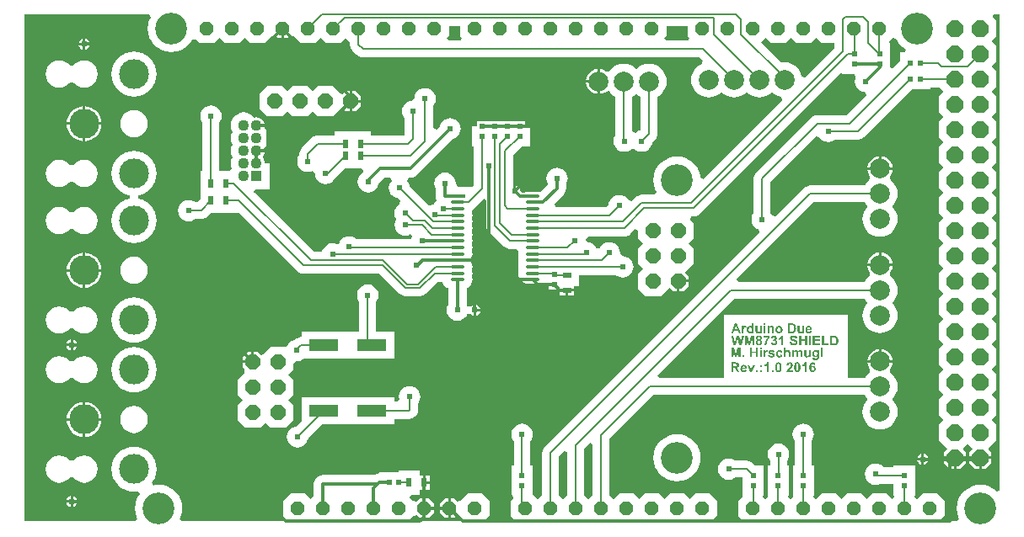
<source format=gtl>
G04 Layer_Physical_Order=1*
G04 Layer_Color=255*
%FSLAX44Y44*%
%MOMM*%
G71*
G01*
G75*
%ADD10R,0.5000X0.6000*%
%ADD11R,0.6000X0.9000*%
%ADD12O,1.5000X0.3000*%
%ADD13R,1.5000X0.3000*%
%ADD14R,0.9000X0.6000*%
%ADD15R,0.6000X0.5000*%
%ADD16R,3.0000X1.2000*%
%ADD17C,3.2000*%
%ADD18C,0.1524*%
%ADD19C,0.3048*%
%ADD20P,1.5396X8X112.5*%
%ADD21P,1.6777X8X112.5*%
%ADD22P,1.6496X8X292.5*%
%ADD23C,3.0000*%
%ADD24C,1.1080*%
%ADD25R,1.1080X1.1080*%
%ADD26P,1.8145X8X292.5*%
%ADD27C,2.0000*%
%ADD28C,0.6096*%
G36*
X996208Y377075D02*
X994235D01*
Y381346D01*
X990386D01*
Y377075D01*
X988413D01*
Y386830D01*
X990386D01*
Y382995D01*
X994235D01*
Y386830D01*
X996208D01*
Y377075D01*
D02*
G37*
G36*
X943190D02*
X941371D01*
X941357Y384743D01*
X939440Y377075D01*
X937537D01*
X935620Y384743D01*
Y377075D01*
X933801D01*
Y386830D01*
X936747D01*
X938495Y380162D01*
X940229Y386830D01*
X943190D01*
Y377075D01*
D02*
G37*
G36*
X930446D02*
X928317D01*
X926400Y384363D01*
X924455Y377075D01*
X922312D01*
X920000Y386830D01*
X922016D01*
X923482Y380120D01*
X925258Y386830D01*
X927626D01*
X929318Y380007D01*
X930812Y386830D01*
X932800D01*
X930446Y377075D01*
D02*
G37*
G36*
X998154Y396519D02*
X998281Y396505D01*
X998436Y396476D01*
X998605Y396448D01*
X998788Y396406D01*
X998986Y396350D01*
X999183Y396279D01*
X999394Y396194D01*
X999606Y396082D01*
X999803Y395969D01*
X1000001Y395828D01*
X1000198Y395659D01*
X1000367Y395476D01*
X1000381Y395462D01*
X1000409Y395433D01*
X1000452Y395363D01*
X1000508Y395278D01*
X1000578Y395165D01*
X1000649Y395039D01*
X1000733Y394869D01*
X1000818Y394686D01*
X1000903Y394475D01*
X1000987Y394235D01*
X1001058Y393981D01*
X1001128Y393685D01*
X1001185Y393375D01*
X1001227Y393037D01*
X1001255Y392684D01*
Y392290D01*
X996575D01*
Y392276D01*
Y392247D01*
Y392205D01*
X996589Y392149D01*
X996603Y392008D01*
X996631Y391810D01*
X996688Y391613D01*
X996772Y391387D01*
X996871Y391176D01*
X997012Y390993D01*
X997026Y390979D01*
X997096Y390922D01*
X997181Y390852D01*
X997308Y390767D01*
X997463Y390683D01*
X997660Y390612D01*
X997872Y390556D01*
X998097Y390542D01*
X998168D01*
X998252Y390556D01*
X998351Y390570D01*
X998464Y390598D01*
X998591Y390640D01*
X998718Y390697D01*
X998830Y390781D01*
X998845Y390795D01*
X998887Y390824D01*
X998943Y390880D01*
X999000Y390965D01*
X999084Y391077D01*
X999155Y391204D01*
X999225Y391373D01*
X999296Y391557D01*
X1001156Y391246D01*
Y391232D01*
X1001142Y391204D01*
X1001114Y391148D01*
X1001086Y391077D01*
X1001044Y390993D01*
X1001001Y390894D01*
X1000874Y390668D01*
X1000719Y390415D01*
X1000522Y390147D01*
X1000282Y389907D01*
X1000015Y389682D01*
X1000001D01*
X999986Y389654D01*
X999930Y389639D01*
X999874Y389597D01*
X999803Y389555D01*
X999704Y389512D01*
X999606Y389470D01*
X999479Y389414D01*
X999197Y389315D01*
X998873Y389231D01*
X998492Y389174D01*
X998083Y389146D01*
X997999D01*
X997914Y389160D01*
X997787D01*
X997632Y389188D01*
X997449Y389216D01*
X997252Y389245D01*
X997054Y389301D01*
X996829Y389357D01*
X996603Y389442D01*
X996377Y389541D01*
X996152Y389654D01*
X995926Y389795D01*
X995715Y389949D01*
X995532Y390133D01*
X995349Y390344D01*
X995334Y390358D01*
X995320Y390387D01*
X995292Y390443D01*
X995236Y390513D01*
X995193Y390612D01*
X995137Y390725D01*
X995067Y390852D01*
X995010Y391007D01*
X994940Y391176D01*
X994883Y391359D01*
X994813Y391557D01*
X994771Y391782D01*
X994728Y392008D01*
X994686Y392247D01*
X994672Y392515D01*
X994658Y392783D01*
Y392797D01*
Y392854D01*
Y392952D01*
X994672Y393079D01*
X994686Y393220D01*
X994700Y393389D01*
X994728Y393573D01*
X994771Y393784D01*
X994883Y394221D01*
X994954Y394446D01*
X995038Y394686D01*
X995151Y394912D01*
X995278Y395123D01*
X995419Y395335D01*
X995574Y395532D01*
X995588Y395546D01*
X995616Y395574D01*
X995673Y395631D01*
X995743Y395687D01*
X995828Y395757D01*
X995940Y395842D01*
X996067Y395941D01*
X996208Y396039D01*
X996363Y396124D01*
X996547Y396223D01*
X996730Y396307D01*
X996941Y396378D01*
X997153Y396434D01*
X997393Y396491D01*
X997632Y396519D01*
X997886Y396533D01*
X998041D01*
X998154Y396519D01*
D02*
G37*
G36*
X968381D02*
X968522Y396505D01*
X968677Y396476D01*
X968860Y396448D01*
X969044Y396406D01*
X969255Y396350D01*
X969466Y396279D01*
X969678Y396194D01*
X969903Y396096D01*
X970129Y395969D01*
X970340Y395828D01*
X970552Y395673D01*
X970749Y395490D01*
X970763Y395476D01*
X970791Y395447D01*
X970848Y395377D01*
X970904Y395306D01*
X970989Y395194D01*
X971073Y395081D01*
X971172Y394926D01*
X971271Y394771D01*
X971355Y394588D01*
X971454Y394390D01*
X971539Y394165D01*
X971623Y393939D01*
X971680Y393685D01*
X971736Y393432D01*
X971764Y393150D01*
X971778Y392854D01*
Y392839D01*
Y392783D01*
Y392699D01*
X971764Y392586D01*
X971750Y392445D01*
X971722Y392290D01*
X971694Y392106D01*
X971651Y391923D01*
X971595Y391712D01*
X971525Y391500D01*
X971440Y391275D01*
X971341Y391049D01*
X971214Y390824D01*
X971073Y390612D01*
X970918Y390401D01*
X970735Y390189D01*
X970721Y390175D01*
X970693Y390147D01*
X970636Y390090D01*
X970552Y390020D01*
X970453Y389949D01*
X970326Y389865D01*
X970185Y389766D01*
X970030Y389668D01*
X969847Y389569D01*
X969650Y389470D01*
X969438Y389386D01*
X969199Y389315D01*
X968959Y389245D01*
X968691Y389188D01*
X968423Y389160D01*
X968127Y389146D01*
X968028D01*
X967958Y389160D01*
X967873D01*
X967775Y389174D01*
X967535Y389202D01*
X967239Y389259D01*
X966929Y389329D01*
X966605Y389442D01*
X966266Y389583D01*
X966252D01*
X966224Y389597D01*
X966182Y389625D01*
X966125Y389668D01*
X965970Y389766D01*
X965773Y389907D01*
X965562Y390090D01*
X965336Y390316D01*
X965125Y390570D01*
X964927Y390866D01*
Y390880D01*
X964913Y390908D01*
X964885Y390950D01*
X964857Y391021D01*
X964828Y391105D01*
X964786Y391204D01*
X964744Y391317D01*
X964702Y391444D01*
X964659Y391585D01*
X964617Y391740D01*
X964547Y392092D01*
X964490Y392501D01*
X964476Y392938D01*
Y392952D01*
Y392980D01*
Y393037D01*
X964490Y393093D01*
Y393178D01*
X964504Y393276D01*
X964532Y393516D01*
X964589Y393784D01*
X964673Y394080D01*
X964772Y394404D01*
X964927Y394728D01*
Y394743D01*
X964955Y394771D01*
X964969Y394813D01*
X965012Y394869D01*
X965125Y395024D01*
X965266Y395222D01*
X965449Y395433D01*
X965674Y395659D01*
X965928Y395870D01*
X966224Y396068D01*
X966238D01*
X966266Y396082D01*
X966309Y396110D01*
X966379Y396138D01*
X966450Y396180D01*
X966548Y396209D01*
X966661Y396251D01*
X966774Y396307D01*
X967056Y396392D01*
X967380Y396462D01*
X967732Y396519D01*
X968113Y396533D01*
X968268D01*
X968381Y396519D01*
D02*
G37*
G36*
X983014Y386999D02*
X983169Y386985D01*
X983352Y386971D01*
X983535Y386943D01*
X983747Y386914D01*
X984198Y386816D01*
X984423Y386745D01*
X984649Y386675D01*
X984874Y386576D01*
X985086Y386463D01*
X985283Y386337D01*
X985467Y386195D01*
X985481Y386181D01*
X985509Y386153D01*
X985551Y386111D01*
X985607Y386054D01*
X985678Y385970D01*
X985762Y385871D01*
X985847Y385759D01*
X985946Y385632D01*
X986030Y385476D01*
X986115Y385322D01*
X986199Y385138D01*
X986270Y384941D01*
X986340Y384743D01*
X986397Y384518D01*
X986439Y384292D01*
X986453Y384039D01*
X984480Y383968D01*
Y383982D01*
Y383996D01*
X984452Y384095D01*
X984423Y384222D01*
X984367Y384377D01*
X984296Y384560D01*
X984198Y384729D01*
X984071Y384899D01*
X983930Y385039D01*
X983916Y385054D01*
X983859Y385096D01*
X983761Y385152D01*
X983620Y385209D01*
X983451Y385265D01*
X983239Y385322D01*
X982985Y385364D01*
X982689Y385378D01*
X982548D01*
X982393Y385364D01*
X982210Y385336D01*
X981999Y385293D01*
X981773Y385223D01*
X981562Y385138D01*
X981364Y385011D01*
X981350Y384997D01*
X981322Y384969D01*
X981266Y384927D01*
X981209Y384856D01*
X981153Y384772D01*
X981096Y384659D01*
X981068Y384546D01*
X981054Y384405D01*
Y384391D01*
Y384349D01*
X981068Y384278D01*
X981096Y384208D01*
X981125Y384109D01*
X981167Y384011D01*
X981237Y383912D01*
X981336Y383813D01*
X981350Y383799D01*
X981421Y383757D01*
X981463Y383728D01*
X981533Y383700D01*
X981604Y383658D01*
X981703Y383616D01*
X981815Y383573D01*
X981942Y383517D01*
X982097Y383461D01*
X982252Y383404D01*
X982450Y383348D01*
X982661Y383292D01*
X982887Y383235D01*
X983140Y383165D01*
X983155D01*
X983211Y383150D01*
X983281Y383136D01*
X983380Y383108D01*
X983493Y383080D01*
X983634Y383038D01*
X983789Y382995D01*
X983944Y382953D01*
X984282Y382840D01*
X984635Y382728D01*
X984973Y382601D01*
X985114Y382530D01*
X985255Y382460D01*
X985269D01*
X985283Y382446D01*
X985368Y382389D01*
X985495Y382305D01*
X985650Y382192D01*
X985819Y382051D01*
X986002Y381882D01*
X986185Y381684D01*
X986340Y381459D01*
X986355Y381431D01*
X986397Y381346D01*
X986467Y381219D01*
X986538Y381036D01*
X986608Y380810D01*
X986679Y380543D01*
X986721Y380247D01*
X986735Y379908D01*
Y379894D01*
Y379866D01*
Y379824D01*
Y379767D01*
X986721Y379697D01*
X986707Y379598D01*
X986679Y379401D01*
X986622Y379147D01*
X986538Y378879D01*
X986411Y378611D01*
X986256Y378329D01*
Y378315D01*
X986228Y378301D01*
X986171Y378217D01*
X986059Y378076D01*
X985918Y377921D01*
X985734Y377737D01*
X985495Y377568D01*
X985241Y377399D01*
X984931Y377244D01*
X984917D01*
X984889Y377230D01*
X984846Y377216D01*
X984776Y377188D01*
X984691Y377159D01*
X984592Y377131D01*
X984480Y377103D01*
X984353Y377075D01*
X984198Y377032D01*
X984043Y377004D01*
X983676Y376948D01*
X983267Y376906D01*
X982816Y376892D01*
X982633D01*
X982506Y376906D01*
X982351Y376920D01*
X982182Y376934D01*
X981984Y376962D01*
X981773Y377004D01*
X981308Y377103D01*
X981068Y377173D01*
X980843Y377244D01*
X980603Y377343D01*
X980377Y377455D01*
X980166Y377582D01*
X979969Y377737D01*
X979955Y377751D01*
X979926Y377780D01*
X979870Y377822D01*
X979814Y377892D01*
X979729Y377991D01*
X979644Y378104D01*
X979546Y378231D01*
X979447Y378372D01*
X979348Y378541D01*
X979250Y378724D01*
X979151Y378936D01*
X979052Y379161D01*
X978982Y379401D01*
X978897Y379669D01*
X978841Y379950D01*
X978799Y380247D01*
X980716Y380430D01*
Y380416D01*
X980730Y380387D01*
Y380331D01*
X980744Y380275D01*
X980800Y380106D01*
X980871Y379894D01*
X980955Y379655D01*
X981082Y379415D01*
X981223Y379203D01*
X981406Y379006D01*
X981435Y378992D01*
X981505Y378936D01*
X981618Y378865D01*
X981787Y378781D01*
X981999Y378696D01*
X982238Y378625D01*
X982520Y378569D01*
X982844Y378555D01*
X982999D01*
X983169Y378583D01*
X983380Y378611D01*
X983606Y378654D01*
X983845Y378724D01*
X984071Y378823D01*
X984268Y378950D01*
X984296Y378964D01*
X984353Y379020D01*
X984423Y379105D01*
X984522Y379217D01*
X984606Y379358D01*
X984691Y379528D01*
X984747Y379697D01*
X984762Y379894D01*
Y379908D01*
Y379950D01*
X984747Y380021D01*
X984733Y380106D01*
X984705Y380190D01*
X984677Y380289D01*
X984621Y380387D01*
X984550Y380486D01*
X984536Y380500D01*
X984508Y380528D01*
X984466Y380571D01*
X984395Y380627D01*
X984296Y380698D01*
X984169Y380768D01*
X984029Y380839D01*
X983845Y380909D01*
X983831D01*
X983775Y380937D01*
X983676Y380965D01*
X983606Y380994D01*
X983521Y381008D01*
X983422Y381036D01*
X983310Y381078D01*
X983183Y381106D01*
X983042Y381149D01*
X982873Y381191D01*
X982689Y381233D01*
X982492Y381290D01*
X982266Y381346D01*
X982252D01*
X982196Y381360D01*
X982111Y381388D01*
X982013Y381417D01*
X981886Y381459D01*
X981731Y381501D01*
X981576Y381558D01*
X981392Y381614D01*
X981026Y381755D01*
X980674Y381924D01*
X980490Y382009D01*
X980335Y382107D01*
X980180Y382206D01*
X980053Y382305D01*
X980039Y382319D01*
X980011Y382347D01*
X979969Y382389D01*
X979912Y382446D01*
X979842Y382530D01*
X979771Y382629D01*
X979687Y382728D01*
X979616Y382854D01*
X979447Y383150D01*
X979306Y383489D01*
X979250Y383672D01*
X979207Y383855D01*
X979179Y384067D01*
X979165Y384278D01*
Y384292D01*
Y384306D01*
Y384349D01*
Y384405D01*
X979193Y384546D01*
X979221Y384729D01*
X979264Y384941D01*
X979334Y385181D01*
X979433Y385434D01*
X979574Y385674D01*
Y385688D01*
X979588Y385702D01*
X979659Y385787D01*
X979743Y385900D01*
X979884Y386040D01*
X980053Y386195D01*
X980265Y386365D01*
X980504Y386520D01*
X980786Y386661D01*
X980800D01*
X980828Y386675D01*
X980871Y386689D01*
X980927Y386717D01*
X981012Y386745D01*
X981096Y386773D01*
X981209Y386802D01*
X981336Y386844D01*
X981618Y386900D01*
X981942Y386957D01*
X982309Y386999D01*
X982718Y387013D01*
X982887D01*
X983014Y386999D01*
D02*
G37*
G36*
X963235Y386872D02*
X963362Y386858D01*
X963489Y386844D01*
X963644Y386816D01*
X963799Y386773D01*
X964152Y386675D01*
X964335Y386604D01*
X964532Y386506D01*
X964716Y386407D01*
X964885Y386294D01*
X965068Y386153D01*
X965223Y385998D01*
X965237Y385984D01*
X965251Y385970D01*
X965294Y385928D01*
X965336Y385871D01*
X965449Y385730D01*
X965576Y385533D01*
X965703Y385293D01*
X965801Y385011D01*
X965886Y384701D01*
X965900Y384546D01*
X965914Y384377D01*
Y384363D01*
Y384321D01*
X965900Y384250D01*
X965886Y384165D01*
X965872Y384053D01*
X965843Y383926D01*
X965801Y383785D01*
X965745Y383630D01*
X965660Y383475D01*
X965576Y383306D01*
X965463Y383136D01*
X965322Y382967D01*
X965153Y382798D01*
X964969Y382629D01*
X964758Y382474D01*
X964504Y382319D01*
X964518D01*
X964547Y382305D01*
X964589D01*
X964645Y382276D01*
X964800Y382234D01*
X964984Y382150D01*
X965195Y382037D01*
X965421Y381896D01*
X965646Y381713D01*
X965843Y381501D01*
X965872Y381473D01*
X965928Y381388D01*
X965999Y381261D01*
X966097Y381078D01*
X966196Y380867D01*
X966266Y380599D01*
X966323Y380317D01*
X966351Y379993D01*
Y379979D01*
Y379936D01*
Y379866D01*
X966337Y379781D01*
X966323Y379669D01*
X966294Y379542D01*
X966266Y379387D01*
X966238Y379232D01*
X966125Y378893D01*
X966041Y378710D01*
X965956Y378513D01*
X965843Y378329D01*
X965717Y378146D01*
X965576Y377963D01*
X965406Y377794D01*
X965392Y377780D01*
X965364Y377751D01*
X965308Y377709D01*
X965237Y377653D01*
X965139Y377582D01*
X965040Y377512D01*
X964899Y377427D01*
X964758Y377343D01*
X964603Y377258D01*
X964420Y377173D01*
X964222Y377103D01*
X964025Y377032D01*
X963799Y376976D01*
X963574Y376934D01*
X963320Y376906D01*
X963066Y376892D01*
X962940D01*
X962841Y376906D01*
X962728Y376920D01*
X962601Y376934D01*
X962460Y376962D01*
X962291Y376990D01*
X961953Y377075D01*
X961586Y377216D01*
X961389Y377300D01*
X961220Y377399D01*
X961036Y377526D01*
X960867Y377653D01*
X960853Y377667D01*
X960825Y377695D01*
X960783Y377737D01*
X960726Y377794D01*
X960656Y377864D01*
X960585Y377963D01*
X960501Y378061D01*
X960416Y378188D01*
X960331Y378329D01*
X960233Y378470D01*
X960078Y378809D01*
X959951Y379203D01*
X959894Y379415D01*
X959866Y379640D01*
X961671Y379866D01*
Y379852D01*
Y379838D01*
X961685Y379753D01*
X961713Y379626D01*
X961755Y379471D01*
X961826Y379302D01*
X961896Y379119D01*
X962009Y378950D01*
X962136Y378795D01*
X962150Y378781D01*
X962206Y378738D01*
X962291Y378682D01*
X962390Y378625D01*
X962531Y378555D01*
X962686Y378498D01*
X962855Y378456D01*
X963052Y378442D01*
X963080D01*
X963151Y378456D01*
X963250Y378470D01*
X963391Y378498D01*
X963546Y378555D01*
X963701Y378625D01*
X963870Y378738D01*
X964025Y378879D01*
X964039Y378893D01*
X964095Y378964D01*
X964152Y379062D01*
X964236Y379189D01*
X964307Y379358D01*
X964377Y379570D01*
X964420Y379810D01*
X964434Y380077D01*
Y380092D01*
Y380106D01*
Y380190D01*
X964420Y380317D01*
X964391Y380486D01*
X964335Y380670D01*
X964265Y380853D01*
X964166Y381036D01*
X964039Y381205D01*
X964025Y381219D01*
X963969Y381276D01*
X963884Y381346D01*
X963785Y381417D01*
X963644Y381501D01*
X963489Y381558D01*
X963320Y381614D01*
X963123Y381628D01*
X962982D01*
X962883Y381614D01*
X962756Y381600D01*
X962601Y381572D01*
X962446Y381529D01*
X962263Y381487D01*
X962460Y382995D01*
X962587D01*
X962728Y383010D01*
X962897Y383024D01*
X963080Y383066D01*
X963278Y383122D01*
X963461Y383207D01*
X963630Y383320D01*
X963644Y383334D01*
X963701Y383390D01*
X963757Y383461D01*
X963842Y383573D01*
X963912Y383700D01*
X963983Y383855D01*
X964025Y384039D01*
X964039Y384250D01*
Y384278D01*
Y384335D01*
X964025Y384419D01*
X963997Y384532D01*
X963969Y384659D01*
X963912Y384786D01*
X963842Y384927D01*
X963743Y385039D01*
X963729Y385054D01*
X963687Y385082D01*
X963630Y385138D01*
X963531Y385195D01*
X963419Y385237D01*
X963292Y385293D01*
X963123Y385322D01*
X962953Y385336D01*
X962869D01*
X962784Y385322D01*
X962672Y385293D01*
X962545Y385251D01*
X962404Y385195D01*
X962263Y385110D01*
X962136Y384997D01*
X962122Y384983D01*
X962079Y384941D01*
X962023Y384856D01*
X961953Y384743D01*
X961882Y384617D01*
X961826Y384448D01*
X961769Y384250D01*
X961727Y384025D01*
X960007Y384306D01*
Y384321D01*
X960021Y384349D01*
Y384391D01*
X960035Y384462D01*
X960078Y384617D01*
X960134Y384828D01*
X960219Y385054D01*
X960303Y385293D01*
X960416Y385519D01*
X960543Y385730D01*
X960557Y385759D01*
X960613Y385815D01*
X960698Y385914D01*
X960811Y386040D01*
X960952Y386167D01*
X961121Y386308D01*
X961332Y386449D01*
X961558Y386576D01*
X961572D01*
X961586Y386590D01*
X961671Y386618D01*
X961812Y386675D01*
X961981Y386731D01*
X962192Y386788D01*
X962446Y386844D01*
X962714Y386872D01*
X963010Y386886D01*
X963137D01*
X963235Y386872D01*
D02*
G37*
G36*
X1000155Y377075D02*
X998182D01*
Y386830D01*
X1000155D01*
Y377075D01*
D02*
G37*
G36*
X972300D02*
X970425D01*
Y384137D01*
X970411Y384123D01*
X970383Y384095D01*
X970326Y384053D01*
X970242Y383982D01*
X970143Y383898D01*
X970030Y383813D01*
X969889Y383714D01*
X969734Y383602D01*
X969565Y383489D01*
X969382Y383376D01*
X969184Y383249D01*
X968973Y383136D01*
X968522Y382925D01*
X968014Y382728D01*
Y384419D01*
X968028D01*
X968043Y384433D01*
X968085Y384448D01*
X968141Y384462D01*
X968282Y384532D01*
X968480Y384617D01*
X968719Y384729D01*
X968987Y384884D01*
X969283Y385082D01*
X969593Y385307D01*
X969607Y385322D01*
X969635Y385336D01*
X969678Y385378D01*
X969734Y385434D01*
X969889Y385575D01*
X970058Y385759D01*
X970256Y385984D01*
X970453Y386266D01*
X970636Y386562D01*
X970777Y386886D01*
X972300D01*
Y377075D01*
D02*
G37*
G36*
X958753Y385350D02*
X958738Y385336D01*
X958710Y385307D01*
X958668Y385265D01*
X958612Y385209D01*
X958541Y385124D01*
X958457Y385025D01*
X958358Y384913D01*
X958245Y384772D01*
X958132Y384617D01*
X958006Y384448D01*
X957865Y384264D01*
X957724Y384067D01*
X957583Y383841D01*
X957442Y383616D01*
X957287Y383362D01*
X957132Y383094D01*
X957117Y383080D01*
X957089Y383024D01*
X957047Y382953D01*
X956991Y382840D01*
X956934Y382714D01*
X956850Y382544D01*
X956765Y382361D01*
X956666Y382164D01*
X956568Y381938D01*
X956469Y381699D01*
X956356Y381445D01*
X956257Y381177D01*
X956060Y380599D01*
X955877Y379993D01*
Y379979D01*
X955863Y379922D01*
X955835Y379838D01*
X955806Y379711D01*
X955778Y379570D01*
X955750Y379415D01*
X955708Y379217D01*
X955665Y379020D01*
X955623Y378795D01*
X955595Y378569D01*
X955524Y378076D01*
X955482Y377568D01*
X955468Y377075D01*
X953664D01*
Y377103D01*
Y377159D01*
X953678Y377272D01*
Y377427D01*
X953692Y377610D01*
X953720Y377822D01*
X953748Y378076D01*
X953791Y378344D01*
X953833Y378639D01*
X953889Y378964D01*
X953960Y379302D01*
X954030Y379669D01*
X954129Y380035D01*
X954228Y380416D01*
X954354Y380796D01*
X954495Y381191D01*
X954509Y381219D01*
X954538Y381290D01*
X954580Y381403D01*
X954636Y381544D01*
X954721Y381727D01*
X954820Y381952D01*
X954932Y382192D01*
X955059Y382460D01*
X955200Y382742D01*
X955355Y383038D01*
X955524Y383362D01*
X955722Y383672D01*
X956131Y384335D01*
X956596Y384969D01*
X952353D01*
Y386703D01*
X958753D01*
Y385350D01*
D02*
G37*
G36*
X1023472Y386816D02*
X1023740Y386802D01*
X1024036Y386788D01*
X1024346Y386745D01*
X1024642Y386703D01*
X1024910Y386632D01*
X1024924D01*
X1024952Y386618D01*
X1024994Y386604D01*
X1025051Y386590D01*
X1025220Y386520D01*
X1025417Y386421D01*
X1025643Y386294D01*
X1025897Y386139D01*
X1026136Y385956D01*
X1026376Y385730D01*
X1026390D01*
X1026404Y385702D01*
X1026475Y385617D01*
X1026587Y385476D01*
X1026714Y385293D01*
X1026869Y385068D01*
X1027024Y384800D01*
X1027179Y384490D01*
X1027306Y384151D01*
Y384137D01*
X1027320Y384109D01*
X1027335Y384053D01*
X1027363Y383982D01*
X1027377Y383898D01*
X1027405Y383785D01*
X1027433Y383658D01*
X1027476Y383517D01*
X1027504Y383362D01*
X1027532Y383179D01*
X1027560Y382995D01*
X1027574Y382784D01*
X1027617Y382347D01*
X1027631Y381854D01*
Y381839D01*
Y381797D01*
Y381741D01*
Y381656D01*
X1027617Y381544D01*
Y381431D01*
X1027602Y381290D01*
X1027588Y381135D01*
X1027560Y380810D01*
X1027504Y380472D01*
X1027419Y380120D01*
X1027320Y379781D01*
Y379767D01*
X1027306Y379739D01*
X1027278Y379683D01*
X1027250Y379598D01*
X1027222Y379514D01*
X1027165Y379415D01*
X1027053Y379161D01*
X1026912Y378893D01*
X1026728Y378597D01*
X1026517Y378315D01*
X1026277Y378047D01*
X1026249Y378019D01*
X1026179Y377963D01*
X1026066Y377878D01*
X1025911Y377766D01*
X1025713Y377639D01*
X1025488Y377512D01*
X1025206Y377385D01*
X1024896Y377272D01*
X1024882D01*
X1024868Y377258D01*
X1024825D01*
X1024783Y377244D01*
X1024628Y377216D01*
X1024431Y377173D01*
X1024191Y377131D01*
X1023895Y377103D01*
X1023542Y377089D01*
X1023162Y377075D01*
X1019468D01*
Y386830D01*
X1023359D01*
X1023472Y386816D01*
D02*
G37*
G36*
X1013153Y378724D02*
X1018059D01*
Y377075D01*
X1011179D01*
Y386759D01*
X1013153D01*
Y378724D01*
D02*
G37*
G36*
X1009276Y385181D02*
X1004018D01*
Y383024D01*
X1008910D01*
Y381374D01*
X1004018D01*
Y378724D01*
X1009460D01*
Y377075D01*
X1002045D01*
Y386830D01*
X1009276D01*
Y385181D01*
D02*
G37*
G36*
X336856Y706952D02*
X335699Y704789D01*
X334349Y700336D01*
X333893Y695706D01*
X334349Y691076D01*
X335699Y686623D01*
X337893Y682520D01*
X340844Y678923D01*
X344441Y675972D01*
X348544Y673778D01*
X352997Y672428D01*
X357627Y671972D01*
X362257Y672428D01*
X366710Y673778D01*
X370813Y675972D01*
X374410Y678923D01*
X377361Y682520D01*
X378268Y684216D01*
X382022Y684773D01*
X385821Y680974D01*
X400553D01*
X405887Y686308D01*
X411221Y680974D01*
X425953D01*
X431287Y686308D01*
X436621Y680974D01*
X451353D01*
X458342Y687963D01*
X458719Y688340D01*
X461767Y688848D01*
X464561Y686054D01*
X468117D01*
Y695706D01*
X470657D01*
Y686054D01*
X474213D01*
X477007Y688848D01*
X480055Y688340D01*
X480432Y687963D01*
X487421Y680974D01*
X502153D01*
X507487Y686308D01*
X512821Y680974D01*
X527553D01*
X532887Y686308D01*
X537133Y682062D01*
Y679413D01*
X537421Y677225D01*
X537915Y676031D01*
X538265Y675186D01*
X539609Y673435D01*
X544022Y669022D01*
X545773Y667678D01*
X547812Y666834D01*
X550000Y666546D01*
X888397D01*
X891591Y663352D01*
X891121Y661475D01*
X890432Y660200D01*
X887663Y658721D01*
X884980Y656519D01*
X882779Y653836D01*
X881143Y650775D01*
X880135Y647453D01*
X879795Y643999D01*
X880135Y640545D01*
X881143Y637224D01*
X882779Y634163D01*
X884980Y631480D01*
X887663Y629278D01*
X890724Y627642D01*
X894046Y626634D01*
X897500Y626294D01*
X900954Y626634D01*
X904276Y627642D01*
X907337Y629278D01*
X910020Y631480D01*
X910380D01*
X913064Y629278D01*
X916124Y627642D01*
X919446Y626634D01*
X922900Y626294D01*
X926354Y626634D01*
X929676Y627642D01*
X932737Y629278D01*
X935419Y631480D01*
X935780D01*
X938464Y629278D01*
X941525Y627642D01*
X944846Y626634D01*
X948300Y626294D01*
X951754Y626634D01*
X955076Y627642D01*
X958137Y629278D01*
X960819Y631480D01*
X961180D01*
X963864Y629278D01*
X966925Y627642D01*
X970246Y626634D01*
X970357Y626623D01*
X971492Y623449D01*
X892328Y544284D01*
X889153Y545420D01*
X888905Y547936D01*
X887554Y552389D01*
X885361Y556492D01*
X882410Y560089D01*
X878813Y563040D01*
X874710Y565234D01*
X870257Y566584D01*
X865627Y567040D01*
X860997Y566584D01*
X856544Y565234D01*
X852441Y563040D01*
X848844Y560089D01*
X845893Y556492D01*
X843699Y552389D01*
X842349Y547936D01*
X841893Y543306D01*
X842349Y538676D01*
X843699Y534223D01*
X845154Y531502D01*
X843483Y528454D01*
X830000D01*
X827812Y528166D01*
X825773Y527322D01*
X824022Y525978D01*
X820354Y522310D01*
X816853Y522874D01*
X816729Y522996D01*
X815108Y525108D01*
X812880Y526819D01*
X810285Y527893D01*
X807500Y528260D01*
X804715Y527893D01*
X802120Y526819D01*
X799892Y525108D01*
X798182Y522880D01*
X797107Y520285D01*
X796921Y518877D01*
X794498Y516454D01*
X743480D01*
X742314Y519270D01*
X751522Y528478D01*
X752987Y530389D01*
X753909Y532613D01*
X754223Y535000D01*
Y539495D01*
X754318Y539620D01*
X755393Y542215D01*
X755760Y545000D01*
X755393Y547785D01*
X754318Y550380D01*
X752608Y552608D01*
X750380Y554319D01*
X747785Y555393D01*
X745000Y555760D01*
X742215Y555393D01*
X739620Y554319D01*
X737392Y552608D01*
X735682Y550380D01*
X734607Y547785D01*
X734240Y545000D01*
X734607Y542215D01*
X735682Y539620D01*
X735777Y539495D01*
Y538820D01*
X728315Y531358D01*
X727000Y531619D01*
X715000D01*
X713424Y531306D01*
X712087Y530413D01*
X712001Y530283D01*
X710825Y530217D01*
X708197Y532500D01*
X707764Y534680D01*
X706529Y536529D01*
X704680Y537764D01*
X703770Y537945D01*
Y532500D01*
X701230D01*
Y539240D01*
X700954Y539466D01*
Y568998D01*
X709336Y577380D01*
X718120D01*
Y597620D01*
X713040D01*
Y602540D01*
X701960D01*
Y602540D01*
X700540Y602540D01*
Y602540D01*
X689460D01*
Y602540D01*
X688040Y602540D01*
Y602540D01*
X676960D01*
Y602540D01*
X675540D01*
Y602540D01*
X664460D01*
Y597620D01*
X659380D01*
Y577380D01*
X661546D01*
Y538502D01*
X659664Y536620D01*
X645781D01*
X645709Y536629D01*
X644923Y536854D01*
X643201Y539771D01*
X643260Y540218D01*
X642893Y543003D01*
X641818Y545598D01*
X640108Y547826D01*
X637880Y549537D01*
X635285Y550611D01*
X632500Y550978D01*
X629715Y550611D01*
X627120Y549537D01*
X624892Y547826D01*
X623181Y545598D01*
X622107Y543003D01*
X621740Y540218D01*
X622107Y537433D01*
X623181Y534838D01*
X623277Y534713D01*
Y527500D01*
X623591Y525113D01*
X624367Y523241D01*
X622892Y522108D01*
X621182Y519880D01*
X620854Y519090D01*
X619769Y518947D01*
X617174Y517872D01*
X616840Y517616D01*
X597269Y537187D01*
X597133Y538217D01*
X596059Y540812D01*
X594587Y542729D01*
X594864Y544020D01*
X595789Y545777D01*
X597500D01*
X599887Y546091D01*
X602111Y547013D01*
X604022Y548478D01*
X640129Y584586D01*
X640285Y584607D01*
X642880Y585681D01*
X645108Y587392D01*
X646818Y589620D01*
X647893Y592215D01*
X648260Y595000D01*
X647893Y597785D01*
X646818Y600380D01*
X645108Y602608D01*
X642880Y604319D01*
X640285Y605393D01*
X637500Y605760D01*
X634715Y605393D01*
X632120Y604319D01*
X629892Y602608D01*
X628181Y600380D01*
X627107Y597785D01*
X627086Y597629D01*
X623770Y594314D01*
X620954Y595480D01*
Y618494D01*
X621819Y619620D01*
X622893Y622215D01*
X623260Y625000D01*
X622893Y627785D01*
X621819Y630380D01*
X620108Y632608D01*
X617880Y634319D01*
X615285Y635393D01*
X612500Y635760D01*
X609715Y635393D01*
X607120Y634319D01*
X604892Y632608D01*
X603181Y630380D01*
X602107Y627785D01*
X601883Y626087D01*
X600696Y624304D01*
X598913Y623117D01*
X597215Y622893D01*
X594620Y621819D01*
X592392Y620108D01*
X590681Y617880D01*
X589607Y615285D01*
X589240Y612500D01*
X589607Y609715D01*
X590681Y607120D01*
X591546Y605994D01*
Y588502D01*
X591498Y588454D01*
X558120D01*
Y592120D01*
X521880D01*
Y588454D01*
X505000D01*
X502812Y588166D01*
X500773Y587322D01*
X499022Y585978D01*
X488814Y575770D01*
X487470Y574019D01*
X487121Y573175D01*
X486626Y571980D01*
X486338Y569792D01*
Y568608D01*
X485474Y567482D01*
X484399Y564887D01*
X484032Y562102D01*
X484399Y559317D01*
X485474Y556722D01*
X487183Y554493D01*
X489412Y552784D01*
X492007Y551709D01*
X494792Y551342D01*
X497577Y551709D01*
X498966Y552284D01*
X501625Y550537D01*
X501779Y550299D01*
X501740Y550000D01*
X502107Y547215D01*
X503181Y544620D01*
X504892Y542392D01*
X507120Y540681D01*
X509715Y539607D01*
X512500Y539240D01*
X515285Y539607D01*
X517880Y540681D01*
X520108Y542392D01*
X521819Y544620D01*
X521990Y545033D01*
X532336Y555380D01*
X549069D01*
X550820Y552332D01*
X550118Y550846D01*
X547890Y549137D01*
X546180Y546908D01*
X545105Y544313D01*
X544738Y541528D01*
X545105Y538743D01*
X546180Y536148D01*
X547890Y533919D01*
X550118Y532210D01*
X552713Y531135D01*
X555498Y530768D01*
X558283Y531135D01*
X560878Y532210D01*
X563106Y533919D01*
X564817Y536148D01*
X565891Y538743D01*
X566135Y540592D01*
X571320Y545777D01*
X577691D01*
X578616Y544020D01*
X578893Y542729D01*
X577421Y540812D01*
X576347Y538217D01*
X575980Y535432D01*
X576347Y532647D01*
X577421Y530052D01*
X579132Y527823D01*
X581360Y526114D01*
X583955Y525039D01*
X585596Y524823D01*
X587622Y522431D01*
X587126Y519353D01*
X587004Y519229D01*
X584892Y517608D01*
X583181Y515380D01*
X582107Y512785D01*
X581740Y510000D01*
X582107Y507215D01*
X583181Y504620D01*
X583662Y503994D01*
X583264Y503474D01*
X582189Y500879D01*
X581822Y498094D01*
X582189Y495309D01*
X583264Y492714D01*
X584973Y490485D01*
X587202Y488775D01*
X589797Y487701D01*
X592582Y487334D01*
X595367Y487701D01*
X597710Y488671D01*
X598478Y488270D01*
X600017Y486760D01*
X599850Y486119D01*
X598725Y483954D01*
X543347D01*
X541574Y485314D01*
X538979Y486389D01*
X536194Y486756D01*
X533409Y486389D01*
X530814Y485314D01*
X528586Y483605D01*
X526875Y481376D01*
X526642Y480811D01*
X525397Y478844D01*
X522819Y479248D01*
X522469Y479393D01*
X519684Y479760D01*
X516899Y479393D01*
X514304Y478318D01*
X512076Y476608D01*
X510365Y474380D01*
X509291Y471785D01*
X509181Y470954D01*
X501002D01*
X440562Y531394D01*
X441729Y534210D01*
X456385D01*
Y560530D01*
X451314D01*
X451097Y562179D01*
X450283Y564145D01*
X450276Y564154D01*
X449253Y566420D01*
X450276Y568686D01*
X450283Y568695D01*
X451097Y570661D01*
X451375Y572770D01*
X451097Y574879D01*
X451083Y574912D01*
X452611Y576084D01*
X454720Y578833D01*
X456046Y582034D01*
X456498Y585470D01*
X456046Y588905D01*
X454720Y592107D01*
X452611Y594856D01*
X451083Y596028D01*
X451097Y596061D01*
X451375Y598170D01*
X451097Y600279D01*
X450283Y602245D01*
X448988Y603933D01*
X447300Y605228D01*
X445334Y606042D01*
X443225Y606320D01*
X441116Y606042D01*
X441083Y606028D01*
X439911Y607556D01*
X437162Y609665D01*
X433960Y610991D01*
X430525Y611444D01*
X427090Y610991D01*
X423888Y609665D01*
X421139Y607556D01*
X419030Y604807D01*
X417704Y601605D01*
X417251Y598170D01*
X417704Y594734D01*
X418911Y591820D01*
X417704Y588905D01*
X417251Y585470D01*
X417704Y582034D01*
X418911Y579120D01*
X417704Y576205D01*
X417251Y572770D01*
X417704Y569334D01*
X418911Y566420D01*
X417704Y563506D01*
X417251Y560070D01*
X417704Y556634D01*
X418324Y555136D01*
X416529Y552120D01*
X405954D01*
Y600994D01*
X406819Y602120D01*
X407893Y604715D01*
X408260Y607500D01*
X407893Y610285D01*
X406819Y612880D01*
X405108Y615108D01*
X402880Y616819D01*
X400285Y617893D01*
X397500Y618260D01*
X394715Y617893D01*
X392120Y616819D01*
X389892Y615108D01*
X388181Y612880D01*
X387107Y610285D01*
X386740Y607500D01*
X387107Y604715D01*
X388181Y602120D01*
X389046Y600994D01*
Y552120D01*
X386880D01*
Y527880D01*
Y523836D01*
X383998Y520954D01*
X381506D01*
X380380Y521819D01*
X377785Y522893D01*
X375000Y523260D01*
X372215Y522893D01*
X369620Y521819D01*
X367392Y520108D01*
X365681Y517880D01*
X364607Y515285D01*
X364240Y512500D01*
X364607Y509715D01*
X365681Y507120D01*
X367392Y504892D01*
X369620Y503181D01*
X372215Y502107D01*
X375000Y501740D01*
X377785Y502107D01*
X380380Y503181D01*
X381506Y504046D01*
X387500D01*
X389688Y504334D01*
X390883Y504828D01*
X391727Y505178D01*
X393478Y506522D01*
X397336Y510380D01*
X423120D01*
Y510380D01*
X424565Y510979D01*
X484022Y451522D01*
X485773Y450178D01*
X487812Y449334D01*
X490000Y449046D01*
X566498D01*
X586522Y429022D01*
X588273Y427678D01*
X590312Y426834D01*
X592500Y426546D01*
X607500D01*
X609688Y426834D01*
X610883Y427328D01*
X611727Y427678D01*
X613478Y429022D01*
X625502Y441045D01*
X630059D01*
X630115Y440619D01*
X631034Y438400D01*
X632496Y436495D01*
X634401Y435033D01*
X635777Y434463D01*
Y418005D01*
X635681Y417880D01*
X634607Y415285D01*
X634240Y412500D01*
X634607Y409715D01*
X635681Y407120D01*
X637392Y404892D01*
X639620Y403181D01*
X642215Y402107D01*
X645000Y401740D01*
X647785Y402107D01*
X650380Y403181D01*
X652608Y404892D01*
X654318Y407120D01*
X654850Y408404D01*
X658209Y408863D01*
X658471Y408471D01*
X660320Y407236D01*
X661230Y407055D01*
Y412500D01*
Y417945D01*
X660320Y417764D01*
X658471Y416529D01*
X658209Y416137D01*
X654850Y416596D01*
X654318Y417880D01*
X654223Y418005D01*
Y434463D01*
X655599Y435033D01*
X657505Y436495D01*
X658966Y438400D01*
X659885Y440619D01*
X660199Y443000D01*
X659885Y445381D01*
X659525Y446250D01*
X659885Y447119D01*
X660199Y449500D01*
X659885Y451881D01*
X659525Y452750D01*
X659885Y453619D01*
X660199Y456000D01*
X659885Y458381D01*
X658966Y460599D01*
X657508Y462500D01*
X658966Y464400D01*
X659885Y466619D01*
X660199Y469000D01*
X659885Y471381D01*
X659525Y472250D01*
X659885Y473119D01*
X660199Y475500D01*
X659885Y477881D01*
X659525Y478750D01*
X659885Y479619D01*
X660199Y482000D01*
X659885Y484381D01*
X659525Y485250D01*
X659885Y486119D01*
X660199Y488500D01*
X659885Y490881D01*
X659525Y491750D01*
X659885Y492619D01*
X660199Y495000D01*
X659885Y497381D01*
X659525Y498250D01*
X659885Y499119D01*
X660199Y501500D01*
X659885Y503881D01*
X659525Y504750D01*
X659885Y505619D01*
X660199Y508000D01*
X659885Y510381D01*
X659711Y510802D01*
X660227Y513678D01*
X661978Y515022D01*
X671230Y524273D01*
X674046Y523107D01*
Y497500D01*
X674334Y495312D01*
X674828Y494117D01*
X675178Y493273D01*
X676522Y491522D01*
X691522Y476522D01*
X693273Y475178D01*
X695312Y474334D01*
X697500Y474046D01*
X704288D01*
X705852Y471764D01*
X706068Y471029D01*
X705801Y469000D01*
X706115Y466619D01*
X706475Y465750D01*
X706115Y464881D01*
X705801Y462500D01*
X706115Y460119D01*
X706475Y459250D01*
X706115Y458381D01*
X705801Y456000D01*
X706115Y453619D01*
X706475Y452750D01*
X706115Y451881D01*
X705801Y449500D01*
X706115Y447119D01*
X707034Y444901D01*
X708496Y442995D01*
X710401Y441534D01*
X711396Y441121D01*
X712087Y440087D01*
X713424Y439194D01*
X715000Y438881D01*
X727000D01*
X728576Y439194D01*
X728832Y439365D01*
X731880Y437963D01*
Y437880D01*
X736960D01*
Y432960D01*
X747960D01*
Y426960D01*
X753730D01*
Y432500D01*
X755000D01*
Y433770D01*
X762040D01*
Y436880D01*
X767120D01*
Y447546D01*
X804425D01*
X805642Y446612D01*
X808237Y445537D01*
X811022Y445170D01*
X813807Y445537D01*
X816402Y446612D01*
X818631Y448321D01*
X820340Y450550D01*
X821415Y453145D01*
X821782Y455930D01*
X821415Y458715D01*
X820340Y461310D01*
X818631Y463539D01*
X816402Y465248D01*
X813807Y466323D01*
X811022Y466690D01*
X810827Y466664D01*
X808180Y469390D01*
X808260Y470000D01*
X807893Y472785D01*
X806818Y475380D01*
X805108Y477608D01*
X802880Y479319D01*
X800285Y480393D01*
X797500Y480760D01*
X794715Y480393D01*
X792120Y479319D01*
X789892Y477608D01*
X788182Y475380D01*
X787900Y474699D01*
X784600D01*
X784318Y475380D01*
X782608Y477608D01*
X780380Y479319D01*
X777785Y480393D01*
X776087Y480617D01*
X774992Y481346D01*
X774258Y483978D01*
X776201Y486546D01*
X812500D01*
X814688Y486834D01*
X815882Y487328D01*
X816727Y487678D01*
X818478Y489022D01*
X823311Y493855D01*
X826127Y492688D01*
Y484821D01*
X831142Y479806D01*
X826127Y474791D01*
Y459421D01*
X831142Y454406D01*
X826127Y449391D01*
Y434021D01*
X833812Y426336D01*
X849182D01*
X856867Y434021D01*
X858479Y434689D01*
X861752Y431416D01*
X865627D01*
Y441706D01*
X866897D01*
Y442976D01*
X877187D01*
Y446851D01*
X873914Y450124D01*
X874582Y451736D01*
X882267Y459421D01*
Y474791D01*
X877252Y479806D01*
X882267Y484821D01*
Y500191D01*
X878728Y503730D01*
X879895Y506546D01*
X882500D01*
X884688Y506834D01*
X885883Y507328D01*
X886727Y507678D01*
X888478Y509022D01*
X1030564Y651108D01*
X1033380Y649941D01*
Y649880D01*
X1043699D01*
X1045247Y646832D01*
X1044607Y645285D01*
X1044240Y642500D01*
X1044607Y639715D01*
X1045682Y637120D01*
X1047392Y634892D01*
X1049620Y633181D01*
X1052215Y632107D01*
X1054303Y631832D01*
X1055295Y630021D01*
X1055515Y628733D01*
X1035438Y608656D01*
X1006348D01*
X1004160Y608368D01*
X1002121Y607524D01*
X1000370Y606180D01*
X945252Y551062D01*
X943908Y549311D01*
X943559Y548467D01*
X943064Y547272D01*
X942776Y545084D01*
Y510188D01*
X941911Y509062D01*
X940837Y506467D01*
X940470Y503682D01*
X940837Y500897D01*
X941911Y498302D01*
X943622Y496073D01*
X945850Y494364D01*
X947439Y493705D01*
X948516Y490473D01*
X732649Y274605D01*
X731305Y272854D01*
X730955Y272010D01*
X730461Y270815D01*
X730173Y268627D01*
Y226750D01*
X725927Y222504D01*
X720620Y227811D01*
Y236180D01*
Y256420D01*
X718454D01*
Y280994D01*
X719318Y282120D01*
X720393Y284715D01*
X720760Y287500D01*
X720393Y290285D01*
X719318Y292880D01*
X717608Y295109D01*
X715380Y296819D01*
X712785Y297893D01*
X710000Y298260D01*
X707215Y297893D01*
X704620Y296819D01*
X702392Y295109D01*
X700682Y292880D01*
X699607Y290285D01*
X699240Y287500D01*
X699607Y284715D01*
X700682Y282120D01*
X701546Y280994D01*
Y256420D01*
X699380D01*
Y236180D01*
Y226180D01*
X700602D01*
X701155Y223132D01*
X698495Y220472D01*
Y205740D01*
X701419Y202816D01*
X700253Y200000D01*
X675401D01*
X674235Y202816D01*
X677159Y205740D01*
Y220472D01*
X669793Y227838D01*
X655061D01*
X648072Y220849D01*
X647695Y220472D01*
X644647Y219964D01*
X641853Y222758D01*
X638297D01*
Y213106D01*
Y203454D01*
X641853D01*
X644647Y206248D01*
X647695Y205740D01*
X648072Y205363D01*
X650619Y202816D01*
X649453Y200000D01*
X599201D01*
X598035Y202816D01*
X600582Y205363D01*
X600959Y205740D01*
X604007Y206248D01*
X606801Y203454D01*
X610357D01*
Y213106D01*
Y222758D01*
X606801D01*
X604007Y219964D01*
X600959Y220472D01*
X600582Y220849D01*
X597367Y224064D01*
X598533Y226880D01*
X607120D01*
Y231960D01*
X610230D01*
Y239000D01*
Y246040D01*
X607120D01*
Y251120D01*
X585880D01*
Y249620D01*
X566180D01*
Y248181D01*
X564113Y247909D01*
X561889Y246987D01*
X561509Y246696D01*
X510027D01*
X507640Y246382D01*
X505415Y245460D01*
X503505Y243995D01*
X502040Y242085D01*
X501118Y239860D01*
X500804Y237473D01*
Y225981D01*
X497327Y222504D01*
X491993Y227838D01*
X477261D01*
X469895Y220472D01*
Y205740D01*
X472819Y202816D01*
X471652Y200000D01*
X367668D01*
X366101Y202614D01*
X366855Y204023D01*
X368205Y208476D01*
X368661Y213106D01*
X368205Y217736D01*
X366855Y222189D01*
X364661Y226292D01*
X361710Y229889D01*
X358113Y232840D01*
X354010Y235034D01*
X349557Y236384D01*
X344927Y236840D01*
X340297Y236384D01*
X339874Y236256D01*
X338105Y238904D01*
X338899Y239872D01*
X340999Y243802D01*
X342293Y248066D01*
X342729Y252500D01*
X342293Y256934D01*
X340999Y261198D01*
X338899Y265128D01*
X336072Y268572D01*
X332628Y271399D01*
X328698Y273499D01*
X324434Y274793D01*
X320000Y275229D01*
X315566Y274793D01*
X311302Y273499D01*
X307372Y271399D01*
X303928Y268572D01*
X301101Y265128D01*
X299001Y261198D01*
X297707Y256934D01*
X297271Y252500D01*
X297707Y248066D01*
X299001Y243802D01*
X301101Y239872D01*
X303928Y236428D01*
X307372Y233601D01*
X311302Y231501D01*
X315566Y230207D01*
X320000Y229771D01*
X324434Y230207D01*
X324472Y230219D01*
X326242Y227570D01*
X325193Y226292D01*
X322999Y222189D01*
X321649Y217736D01*
X321193Y213106D01*
X321649Y208476D01*
X322999Y204023D01*
X323752Y202614D01*
X322185Y200000D01*
X210000D01*
Y710000D01*
X335029D01*
X336856Y706952D01*
D02*
G37*
G36*
X954650Y397322D02*
X952775D01*
Y399056D01*
X954650D01*
Y397322D01*
D02*
G37*
G36*
X942612Y389301D02*
X940878D01*
Y390330D01*
X940863Y390302D01*
X940807Y390232D01*
X940708Y390119D01*
X940582Y389992D01*
X940441Y389851D01*
X940257Y389696D01*
X940060Y389555D01*
X939849Y389428D01*
X939820Y389414D01*
X939750Y389386D01*
X939623Y389343D01*
X939482Y389287D01*
X939299Y389231D01*
X939087Y389188D01*
X938876Y389160D01*
X938650Y389146D01*
X938538D01*
X938453Y389160D01*
X938340Y389174D01*
X938227Y389202D01*
X938086Y389231D01*
X937931Y389273D01*
X937776Y389315D01*
X937607Y389386D01*
X937438Y389456D01*
X937255Y389555D01*
X937086Y389668D01*
X936902Y389795D01*
X936733Y389949D01*
X936564Y390119D01*
X936550Y390133D01*
X936522Y390161D01*
X936479Y390217D01*
X936437Y390302D01*
X936367Y390401D01*
X936296Y390527D01*
X936211Y390668D01*
X936141Y390838D01*
X936057Y391021D01*
X935972Y391218D01*
X935901Y391444D01*
X935845Y391684D01*
X935789Y391951D01*
X935746Y392233D01*
X935718Y392529D01*
X935704Y392854D01*
Y392868D01*
Y392938D01*
Y393023D01*
X935718Y393150D01*
X935732Y393305D01*
X935746Y393474D01*
X935775Y393671D01*
X935803Y393868D01*
X935901Y394320D01*
X935972Y394545D01*
X936057Y394771D01*
X936155Y394996D01*
X936268Y395208D01*
X936395Y395405D01*
X936536Y395588D01*
X936550Y395602D01*
X936578Y395631D01*
X936620Y395673D01*
X936691Y395743D01*
X936775Y395814D01*
X936874Y395884D01*
X936987Y395969D01*
X937128Y396068D01*
X937269Y396152D01*
X937438Y396237D01*
X937790Y396392D01*
X938002Y396448D01*
X938213Y396491D01*
X938439Y396519D01*
X938679Y396533D01*
X938791D01*
X938876Y396519D01*
X938975Y396505D01*
X939101Y396476D01*
X939228Y396448D01*
X939383Y396406D01*
X939538Y396364D01*
X939708Y396293D01*
X939877Y396209D01*
X940046Y396124D01*
X940229Y395997D01*
X940398Y395870D01*
X940567Y395715D01*
X940737Y395546D01*
Y399056D01*
X942612D01*
Y389301D01*
D02*
G37*
G36*
X1190000Y230887D02*
X1188638Y230400D01*
X1186952Y230100D01*
X1183613Y232840D01*
X1179510Y235034D01*
X1175057Y236384D01*
X1170427Y236840D01*
X1165797Y236384D01*
X1161344Y235034D01*
X1157241Y232840D01*
X1153644Y229889D01*
X1150693Y226292D01*
X1148499Y222189D01*
X1147149Y217736D01*
X1146693Y213106D01*
X1147149Y208476D01*
X1148499Y204023D01*
X1149252Y202614D01*
X1147685Y200000D01*
X1132601D01*
X1131435Y202816D01*
X1134359Y205740D01*
Y220472D01*
X1126993Y227838D01*
X1112261D01*
X1106927Y222504D01*
X1104219Y225212D01*
X1104620Y226180D01*
X1104620D01*
Y236180D01*
Y256420D01*
X1083380D01*
Y254754D01*
X1072880D01*
X1072608Y255109D01*
X1070380Y256819D01*
X1067785Y257893D01*
X1065000Y258260D01*
X1062215Y257893D01*
X1059620Y256819D01*
X1057392Y255109D01*
X1055682Y252880D01*
X1054607Y250285D01*
X1054240Y247500D01*
X1054607Y244715D01*
X1055682Y242120D01*
X1057392Y239891D01*
X1059620Y238181D01*
X1062215Y237107D01*
X1065000Y236740D01*
X1067785Y237107D01*
X1069569Y237846D01*
X1083380D01*
Y226180D01*
X1083380D01*
X1083914Y224891D01*
X1081527Y222504D01*
X1076193Y227838D01*
X1061461D01*
X1056127Y222504D01*
X1050793Y227838D01*
X1036061D01*
X1030727Y222504D01*
X1025393Y227838D01*
X1010661D01*
X1005327Y222504D01*
X1002690Y225141D01*
X1003120Y226180D01*
X1003120D01*
Y236180D01*
Y256420D01*
X1000954D01*
Y280994D01*
X1001818Y282120D01*
X1002893Y284715D01*
X1003260Y287500D01*
X1002893Y290285D01*
X1001818Y292880D01*
X1000108Y295109D01*
X997880Y296819D01*
X995285Y297893D01*
X992500Y298260D01*
X989715Y297893D01*
X987120Y296819D01*
X984892Y295109D01*
X983182Y292880D01*
X982107Y290285D01*
X981740Y287500D01*
X982107Y284715D01*
X983182Y282120D01*
X984046Y280994D01*
Y256420D01*
X981880D01*
Y236180D01*
Y226180D01*
X981880D01*
X982385Y224962D01*
X979927Y222504D01*
X977396Y225035D01*
X977870Y226180D01*
X977870D01*
Y236180D01*
Y256420D01*
X975954D01*
Y260994D01*
X976818Y262120D01*
X977893Y264715D01*
X978260Y267500D01*
X977893Y270285D01*
X976818Y272880D01*
X975108Y275109D01*
X972880Y276819D01*
X970285Y277893D01*
X967500Y278260D01*
X964715Y277893D01*
X962120Y276819D01*
X959892Y275109D01*
X958182Y272880D01*
X957107Y270285D01*
X956740Y267500D01*
X957107Y264715D01*
X958182Y262120D01*
X959046Y260994D01*
Y256420D01*
X956630D01*
Y236180D01*
Y226180D01*
X956630D01*
X957091Y225068D01*
X954527Y222504D01*
X952102Y224929D01*
X952620Y226180D01*
X952620D01*
Y236180D01*
Y256420D01*
X943836D01*
X941778Y258478D01*
X940027Y259822D01*
X939183Y260172D01*
X937988Y260666D01*
X935800Y260954D01*
X924006D01*
X922880Y261819D01*
X920285Y262893D01*
X917500Y263260D01*
X914715Y262893D01*
X912120Y261819D01*
X909892Y260109D01*
X908182Y257880D01*
X907107Y255285D01*
X906740Y252500D01*
X907107Y249715D01*
X908182Y247120D01*
X909892Y244891D01*
X912120Y243181D01*
X914715Y242107D01*
X917500Y241740D01*
X920285Y242107D01*
X922880Y243181D01*
X924006Y244046D01*
X931380D01*
Y236180D01*
Y226180D01*
X931380D01*
X931797Y225174D01*
X927095Y220472D01*
Y205740D01*
X930019Y202816D01*
X928852Y200000D01*
X904001D01*
X902835Y202816D01*
X905759Y205740D01*
Y220472D01*
X898393Y227838D01*
X883661D01*
X878327Y222504D01*
X872993Y227838D01*
X858261D01*
X852927Y222504D01*
X847593Y227838D01*
X832861D01*
X827527Y222504D01*
X822193Y227838D01*
X807461D01*
X802127Y222504D01*
X797881Y226750D01*
Y283425D01*
X841402Y326946D01*
X1054040D01*
X1054779Y325564D01*
X1056981Y322881D01*
Y322519D01*
X1054779Y319837D01*
X1053142Y316775D01*
X1052135Y313454D01*
X1051795Y310000D01*
X1052135Y306546D01*
X1053142Y303225D01*
X1054779Y300163D01*
X1056981Y297481D01*
X1059663Y295279D01*
X1062725Y293642D01*
X1066046Y292635D01*
X1069500Y292295D01*
X1072954Y292635D01*
X1076275Y293642D01*
X1079336Y295279D01*
X1082020Y297481D01*
X1084221Y300163D01*
X1085857Y303225D01*
X1086865Y306546D01*
X1087205Y310000D01*
X1086865Y313454D01*
X1085857Y316775D01*
X1084221Y319837D01*
X1082020Y322519D01*
Y322881D01*
X1084221Y325564D01*
X1085857Y328624D01*
X1086865Y331946D01*
X1087205Y335400D01*
X1086865Y338854D01*
X1085857Y342175D01*
X1084221Y345237D01*
X1082020Y347920D01*
X1080232Y349387D01*
X1079378Y350567D01*
X1079640Y353415D01*
X1080454Y354476D01*
X1081717Y357526D01*
X1081981Y359530D01*
X1069500D01*
X1057019D01*
X1057283Y357526D01*
X1058546Y354476D01*
X1059360Y353415D01*
X1059622Y350567D01*
X1058768Y349387D01*
X1056981Y347920D01*
X1054779Y345237D01*
X1054040Y343854D01*
X1037620D01*
Y407620D01*
X912380D01*
Y343854D01*
X847293D01*
X846127Y346670D01*
X923402Y423946D01*
X1054040D01*
X1054779Y422564D01*
X1056981Y419880D01*
Y419520D01*
X1054779Y416837D01*
X1053142Y413775D01*
X1052135Y410454D01*
X1051795Y407000D01*
X1052135Y403546D01*
X1053142Y400224D01*
X1054779Y397164D01*
X1056981Y394481D01*
X1059663Y392279D01*
X1062725Y390642D01*
X1066046Y389635D01*
X1069500Y389295D01*
X1072954Y389635D01*
X1076275Y390642D01*
X1079336Y392279D01*
X1082020Y394481D01*
X1084221Y397164D01*
X1085857Y400224D01*
X1086865Y403546D01*
X1087205Y407000D01*
X1086865Y410454D01*
X1085857Y413775D01*
X1084221Y416837D01*
X1082020Y419520D01*
Y419880D01*
X1084221Y422564D01*
X1085857Y425625D01*
X1086865Y428946D01*
X1087205Y432400D01*
X1086865Y435854D01*
X1085857Y439175D01*
X1084221Y442237D01*
X1082020Y444920D01*
X1080232Y446387D01*
X1079378Y447567D01*
X1079640Y450415D01*
X1080454Y451476D01*
X1081717Y454526D01*
X1081981Y456530D01*
X1069500D01*
X1057019D01*
X1057283Y454526D01*
X1058546Y451476D01*
X1059360Y450415D01*
X1059622Y447567D01*
X1058768Y446387D01*
X1056981Y444920D01*
X1054779Y442237D01*
X1054040Y440854D01*
X926793D01*
X925627Y443670D01*
X1002902Y520946D01*
X1054040D01*
X1054779Y519563D01*
X1056981Y516880D01*
Y516520D01*
X1054779Y513837D01*
X1053142Y510775D01*
X1052135Y507454D01*
X1051795Y504000D01*
X1052135Y500546D01*
X1053142Y497225D01*
X1054779Y494164D01*
X1056981Y491480D01*
X1059663Y489279D01*
X1062725Y487642D01*
X1066046Y486635D01*
X1069500Y486295D01*
X1072954Y486635D01*
X1076275Y487642D01*
X1079336Y489279D01*
X1082020Y491480D01*
X1084221Y494164D01*
X1085857Y497225D01*
X1086865Y500546D01*
X1087205Y504000D01*
X1086865Y507454D01*
X1085857Y510775D01*
X1084221Y513837D01*
X1082020Y516520D01*
Y516880D01*
X1084221Y519563D01*
X1085857Y522625D01*
X1086865Y525946D01*
X1087205Y529400D01*
X1086865Y532854D01*
X1085857Y536175D01*
X1084221Y539236D01*
X1082020Y541920D01*
X1080232Y543387D01*
X1079378Y544567D01*
X1079640Y547415D01*
X1080454Y548476D01*
X1081717Y551526D01*
X1081981Y553530D01*
X1069500D01*
X1057019D01*
X1057283Y551526D01*
X1058546Y548476D01*
X1059360Y547415D01*
X1059622Y544567D01*
X1058768Y543387D01*
X1056981Y541920D01*
X1054779Y539236D01*
X1054040Y537854D01*
X999400D01*
X997212Y537566D01*
X995173Y536722D01*
X993422Y535378D01*
X964439Y506396D01*
X961207Y507473D01*
X960548Y509062D01*
X959684Y510188D01*
Y541582D01*
X1005257Y587155D01*
X1008768Y586355D01*
X1009892Y584892D01*
X1012120Y583181D01*
X1014715Y582107D01*
X1017500Y581740D01*
X1020285Y582107D01*
X1022880Y583181D01*
X1024006Y584046D01*
X1047500D01*
X1049688Y584334D01*
X1050883Y584828D01*
X1051727Y585178D01*
X1053478Y586522D01*
X1101336Y634380D01*
X1120120D01*
Y636546D01*
X1129384D01*
X1133724Y632206D01*
X1129025Y627507D01*
Y611505D01*
X1133724Y606806D01*
X1129025Y602107D01*
Y586105D01*
X1133724Y581406D01*
X1129025Y576707D01*
Y560705D01*
X1133724Y556006D01*
X1129025Y551307D01*
Y535305D01*
X1133724Y530606D01*
X1129025Y525907D01*
Y509905D01*
X1133724Y505206D01*
X1129025Y500507D01*
Y484505D01*
X1133724Y479806D01*
X1129025Y475107D01*
Y459105D01*
X1133724Y454406D01*
X1129025Y449707D01*
Y433705D01*
X1133724Y429006D01*
X1129025Y424307D01*
Y408305D01*
X1133724Y403606D01*
X1129025Y398907D01*
Y382905D01*
X1133724Y378206D01*
X1129025Y373507D01*
Y357505D01*
X1133724Y352806D01*
X1129025Y348107D01*
Y332105D01*
X1133724Y327406D01*
X1129025Y322707D01*
Y306705D01*
X1133724Y302006D01*
X1129025Y297307D01*
Y281305D01*
X1137026Y273304D01*
X1137324Y272586D01*
X1134105Y269367D01*
Y265176D01*
X1145027D01*
X1155949D01*
Y269367D01*
X1152730Y272586D01*
X1153028Y273304D01*
X1157727Y278003D01*
X1162426Y273304D01*
X1162723Y272586D01*
X1159505Y269367D01*
Y265176D01*
X1170427D01*
Y263906D01*
D01*
Y265176D01*
X1181349D01*
Y269367D01*
X1178130Y272586D01*
X1178428Y273304D01*
X1186429Y281305D01*
Y297307D01*
X1181730Y302006D01*
X1186429Y306705D01*
Y322707D01*
X1181730Y327406D01*
X1186429Y332105D01*
Y348107D01*
X1181730Y352806D01*
X1186429Y357505D01*
Y373507D01*
X1181730Y378206D01*
X1186429Y382905D01*
Y398907D01*
X1181730Y403606D01*
X1186429Y408305D01*
Y424307D01*
X1181730Y429006D01*
X1186429Y433705D01*
Y449707D01*
X1181730Y454406D01*
X1186429Y459105D01*
Y475107D01*
X1181730Y479806D01*
X1186429Y484505D01*
Y500507D01*
X1181730Y505206D01*
X1186429Y509905D01*
Y525907D01*
X1181730Y530606D01*
X1186429Y535305D01*
Y551307D01*
X1181730Y556006D01*
X1186429Y560705D01*
Y576707D01*
X1181730Y581406D01*
X1186429Y586105D01*
Y602107D01*
X1181730Y606806D01*
X1186429Y611505D01*
Y627507D01*
X1181730Y632206D01*
X1186429Y636905D01*
Y652907D01*
X1181730Y657606D01*
X1186429Y662305D01*
Y678307D01*
X1181730Y683006D01*
X1186429Y687705D01*
Y703707D01*
X1182952Y707184D01*
X1184118Y710000D01*
X1190000D01*
Y230887D01*
D02*
G37*
G36*
X780973Y277534D02*
Y226750D01*
X776727Y222504D01*
X772481Y226750D01*
Y273025D01*
X778157Y278700D01*
X780973Y277534D01*
D02*
G37*
G36*
X755573Y269634D02*
Y226750D01*
X751327Y222504D01*
X747081Y226750D01*
Y265125D01*
X752757Y270800D01*
X755573Y269634D01*
D02*
G37*
G36*
X934308Y396519D02*
X934464Y396491D01*
X934661Y396448D01*
X934872Y396378D01*
X935084Y396293D01*
X935309Y396166D01*
X934717Y394545D01*
X934703Y394559D01*
X934633Y394588D01*
X934548Y394644D01*
X934435Y394700D01*
X934294Y394757D01*
X934153Y394813D01*
X933998Y394841D01*
X933843Y394855D01*
X933787D01*
X933702Y394841D01*
X933618Y394827D01*
X933519Y394799D01*
X933406Y394757D01*
X933294Y394700D01*
X933181Y394630D01*
X933167Y394616D01*
X933138Y394588D01*
X933082Y394531D01*
X933026Y394446D01*
X932955Y394348D01*
X932885Y394207D01*
X932814Y394038D01*
X932758Y393840D01*
Y393812D01*
X932744Y393770D01*
X932730Y393727D01*
Y393657D01*
X932716Y393573D01*
X932701Y393460D01*
X932687Y393333D01*
X932673Y393192D01*
X932659Y393009D01*
X932645Y392825D01*
Y392600D01*
X932631Y392360D01*
X932617Y392092D01*
Y391796D01*
Y391472D01*
Y389301D01*
X930742D01*
Y396378D01*
X932476D01*
Y395377D01*
X932490Y395391D01*
X932546Y395476D01*
X932631Y395602D01*
X932744Y395757D01*
X932857Y395913D01*
X932997Y396068D01*
X933124Y396209D01*
X933265Y396307D01*
X933279Y396321D01*
X933322Y396350D01*
X933406Y396378D01*
X933505Y396420D01*
X933618Y396462D01*
X933759Y396505D01*
X933900Y396519D01*
X934069Y396533D01*
X934182D01*
X934308Y396519D01*
D02*
G37*
G36*
X981054Y399042D02*
X981322Y399028D01*
X981618Y399014D01*
X981928Y398972D01*
X982224Y398929D01*
X982492Y398859D01*
X982506D01*
X982534Y398845D01*
X982577Y398831D01*
X982633Y398817D01*
X982802Y398746D01*
X982999Y398647D01*
X983225Y398521D01*
X983479Y398365D01*
X983718Y398182D01*
X983958Y397957D01*
X983972D01*
X983986Y397928D01*
X984057Y397844D01*
X984169Y397703D01*
X984296Y397520D01*
X984452Y397294D01*
X984606Y397026D01*
X984762Y396716D01*
X984889Y396378D01*
Y396364D01*
X984903Y396335D01*
X984917Y396279D01*
X984945Y396209D01*
X984959Y396124D01*
X984987Y396011D01*
X985015Y395884D01*
X985058Y395743D01*
X985086Y395588D01*
X985114Y395405D01*
X985142Y395222D01*
X985156Y395010D01*
X985199Y394573D01*
X985213Y394080D01*
Y394066D01*
Y394024D01*
Y393967D01*
Y393883D01*
X985199Y393770D01*
Y393657D01*
X985184Y393516D01*
X985170Y393361D01*
X985142Y393037D01*
X985086Y392699D01*
X985001Y392346D01*
X984903Y392008D01*
Y391994D01*
X984889Y391965D01*
X984860Y391909D01*
X984832Y391824D01*
X984804Y391740D01*
X984747Y391641D01*
X984635Y391387D01*
X984494Y391120D01*
X984311Y390824D01*
X984099Y390542D01*
X983859Y390274D01*
X983831Y390246D01*
X983761Y390189D01*
X983648Y390105D01*
X983493Y389992D01*
X983296Y389865D01*
X983070Y389738D01*
X982788Y389611D01*
X982478Y389498D01*
X982464D01*
X982450Y389484D01*
X982407D01*
X982365Y389470D01*
X982210Y389442D01*
X982013Y389400D01*
X981773Y389357D01*
X981477Y389329D01*
X981125Y389315D01*
X980744Y389301D01*
X977050D01*
Y399056D01*
X980941D01*
X981054Y399042D01*
D02*
G37*
G36*
X954650Y389301D02*
X952775D01*
Y396378D01*
X954650D01*
Y389301D01*
D02*
G37*
G36*
X929783D02*
X927655D01*
X926809Y391514D01*
X922890D01*
X922086Y389301D01*
X920000D01*
X923778Y399056D01*
X925864D01*
X929783Y389301D01*
D02*
G37*
G36*
X960839Y396519D02*
X960994Y396505D01*
X961163Y396476D01*
X961347Y396434D01*
X961544Y396378D01*
X961741Y396307D01*
X961769Y396293D01*
X961826Y396265D01*
X961925Y396223D01*
X962037Y396152D01*
X962164Y396068D01*
X962291Y395969D01*
X962418Y395856D01*
X962531Y395729D01*
X962545Y395715D01*
X962573Y395673D01*
X962615Y395602D01*
X962672Y395504D01*
X962742Y395391D01*
X962798Y395250D01*
X962855Y395109D01*
X962897Y394940D01*
Y394926D01*
X962911Y394855D01*
X962940Y394757D01*
X962953Y394616D01*
X962982Y394446D01*
X962996Y394221D01*
X963010Y393981D01*
Y393685D01*
Y389301D01*
X961135D01*
Y392896D01*
Y392910D01*
Y392952D01*
Y393009D01*
Y393079D01*
Y393178D01*
Y393276D01*
X961121Y393516D01*
X961107Y393756D01*
X961079Y394010D01*
X961050Y394221D01*
X961036Y394305D01*
X961008Y394376D01*
Y394390D01*
X960980Y394432D01*
X960952Y394489D01*
X960910Y394573D01*
X960783Y394743D01*
X960712Y394827D01*
X960613Y394898D01*
X960599Y394912D01*
X960571Y394926D01*
X960515Y394954D01*
X960430Y394996D01*
X960331Y395039D01*
X960233Y395067D01*
X960106Y395081D01*
X959965Y395095D01*
X959880D01*
X959796Y395081D01*
X959683Y395067D01*
X959542Y395024D01*
X959401Y394982D01*
X959246Y394912D01*
X959091Y394827D01*
X959077Y394813D01*
X959035Y394785D01*
X958964Y394714D01*
X958879Y394644D01*
X958795Y394531D01*
X958710Y394418D01*
X958626Y394263D01*
X958569Y394108D01*
Y394094D01*
X958541Y394024D01*
X958527Y393911D01*
X958499Y393742D01*
X958485Y393643D01*
X958471Y393516D01*
X958457Y393389D01*
Y393234D01*
X958443Y393079D01*
X958428Y392896D01*
Y392699D01*
Y392487D01*
Y389301D01*
X956553D01*
Y396378D01*
X958287D01*
Y395335D01*
X958301Y395349D01*
X958330Y395391D01*
X958386Y395447D01*
X958457Y395518D01*
X958541Y395616D01*
X958654Y395715D01*
X958781Y395828D01*
X958922Y395941D01*
X959077Y396039D01*
X959260Y396152D01*
X959443Y396251D01*
X959655Y396350D01*
X959880Y396420D01*
X960106Y396476D01*
X960360Y396519D01*
X960613Y396533D01*
X960712D01*
X960839Y396519D01*
D02*
G37*
G36*
X993276Y389301D02*
X991542D01*
Y390358D01*
X991528Y390330D01*
X991472Y390260D01*
X991387Y390161D01*
X991260Y390034D01*
X991119Y389879D01*
X990936Y389738D01*
X990739Y389583D01*
X990513Y389456D01*
X990485Y389442D01*
X990400Y389414D01*
X990274Y389357D01*
X990104Y389301D01*
X989907Y389245D01*
X989681Y389188D01*
X989442Y389160D01*
X989188Y389146D01*
X989061D01*
X988934Y389160D01*
X988765Y389188D01*
X988554Y389216D01*
X988342Y389273D01*
X988117Y389357D01*
X987905Y389456D01*
X987877Y389470D01*
X987821Y389512D01*
X987708Y389583D01*
X987595Y389682D01*
X987454Y389809D01*
X987327Y389949D01*
X987200Y390133D01*
X987088Y390330D01*
X987074Y390358D01*
X987045Y390429D01*
X987003Y390556D01*
X986961Y390739D01*
X986918Y390965D01*
X986876Y391232D01*
X986848Y391543D01*
X986834Y391895D01*
Y396378D01*
X988709D01*
Y393121D01*
Y393107D01*
Y393051D01*
Y392980D01*
Y392882D01*
Y392769D01*
Y392642D01*
X988723Y392346D01*
X988737Y392022D01*
X988751Y391726D01*
X988765Y391599D01*
X988779Y391472D01*
X988793Y391373D01*
X988807Y391303D01*
Y391289D01*
X988821Y391246D01*
X988850Y391190D01*
X988892Y391105D01*
X988934Y391021D01*
X989005Y390936D01*
X989075Y390852D01*
X989174Y390767D01*
X989188Y390753D01*
X989230Y390739D01*
X989287Y390711D01*
X989371Y390683D01*
X989470Y390640D01*
X989597Y390612D01*
X989724Y390598D01*
X989879Y390584D01*
X989963D01*
X990048Y390598D01*
X990161Y390612D01*
X990302Y390640D01*
X990443Y390697D01*
X990598Y390753D01*
X990739Y390838D01*
X990753Y390852D01*
X990795Y390880D01*
X990866Y390936D01*
X990950Y391021D01*
X991035Y391120D01*
X991119Y391218D01*
X991204Y391345D01*
X991260Y391486D01*
Y391500D01*
X991289Y391571D01*
Y391627D01*
X991303Y391698D01*
X991317Y391768D01*
X991331Y391867D01*
X991345Y391994D01*
X991359Y392121D01*
X991373Y392276D01*
Y392459D01*
X991387Y392656D01*
X991401Y392882D01*
Y393121D01*
Y393389D01*
Y396378D01*
X993276D01*
Y389301D01*
D02*
G37*
G36*
X950858D02*
X949124D01*
Y390358D01*
X949110Y390330D01*
X949054Y390260D01*
X948969Y390161D01*
X948842Y390034D01*
X948701Y389879D01*
X948518Y389738D01*
X948321Y389583D01*
X948095Y389456D01*
X948067Y389442D01*
X947982Y389414D01*
X947856Y389357D01*
X947686Y389301D01*
X947489Y389245D01*
X947264Y389188D01*
X947024Y389160D01*
X946770Y389146D01*
X946643D01*
X946516Y389160D01*
X946347Y389188D01*
X946136Y389216D01*
X945924Y389273D01*
X945699Y389357D01*
X945487Y389456D01*
X945459Y389470D01*
X945403Y389512D01*
X945290Y389583D01*
X945177Y389682D01*
X945036Y389809D01*
X944909Y389949D01*
X944782Y390133D01*
X944670Y390330D01*
X944656Y390358D01*
X944627Y390429D01*
X944585Y390556D01*
X944543Y390739D01*
X944501Y390965D01*
X944458Y391232D01*
X944430Y391543D01*
X944416Y391895D01*
Y396378D01*
X946291D01*
Y393121D01*
Y393107D01*
Y393051D01*
Y392980D01*
Y392882D01*
Y392769D01*
Y392642D01*
X946305Y392346D01*
X946319Y392022D01*
X946333Y391726D01*
X946347Y391599D01*
X946361Y391472D01*
X946376Y391373D01*
X946390Y391303D01*
Y391289D01*
X946404Y391246D01*
X946432Y391190D01*
X946474Y391105D01*
X946516Y391021D01*
X946587Y390936D01*
X946657Y390852D01*
X946756Y390767D01*
X946770Y390753D01*
X946813Y390739D01*
X946869Y390711D01*
X946954Y390683D01*
X947052Y390640D01*
X947179Y390612D01*
X947306Y390598D01*
X947461Y390584D01*
X947545D01*
X947630Y390598D01*
X947743Y390612D01*
X947884Y390640D01*
X948025Y390697D01*
X948180Y390753D01*
X948321Y390838D01*
X948335Y390852D01*
X948377Y390880D01*
X948448Y390936D01*
X948532Y391021D01*
X948617Y391120D01*
X948701Y391218D01*
X948786Y391345D01*
X948842Y391486D01*
Y391500D01*
X948871Y391571D01*
Y391627D01*
X948885Y391698D01*
X948899Y391768D01*
X948913Y391867D01*
X948927Y391994D01*
X948941Y392121D01*
X948955Y392276D01*
Y392459D01*
X948969Y392656D01*
X948983Y392882D01*
Y393121D01*
Y393389D01*
Y396378D01*
X950858D01*
Y389301D01*
D02*
G37*
G36*
X948138Y386872D02*
X948264Y386858D01*
X948391Y386844D01*
X948546Y386830D01*
X948701Y386802D01*
X949054Y386717D01*
X949420Y386590D01*
X949590Y386506D01*
X949773Y386407D01*
X949928Y386294D01*
X950083Y386167D01*
X950097Y386153D01*
X950111Y386139D01*
X950154Y386097D01*
X950210Y386040D01*
X950266Y385970D01*
X950323Y385885D01*
X950478Y385674D01*
X950619Y385406D01*
X950731Y385110D01*
X950830Y384758D01*
X950844Y384560D01*
X950858Y384363D01*
Y384349D01*
Y384335D01*
Y384250D01*
X950844Y384123D01*
X950816Y383954D01*
X950774Y383771D01*
X950703Y383573D01*
X950619Y383362D01*
X950492Y383150D01*
X950478Y383122D01*
X950421Y383066D01*
X950351Y382967D01*
X950238Y382854D01*
X950097Y382714D01*
X949928Y382587D01*
X949731Y382460D01*
X949505Y382347D01*
X949519D01*
X949547Y382333D01*
X949590Y382319D01*
X949646Y382291D01*
X949787Y382206D01*
X949970Y382093D01*
X950168Y381966D01*
X950379Y381797D01*
X950576Y381600D01*
X950745Y381374D01*
X950760Y381346D01*
X950816Y381261D01*
X950887Y381135D01*
X950957Y380965D01*
X951042Y380754D01*
X951098Y380500D01*
X951154Y380233D01*
X951169Y379936D01*
Y379922D01*
Y379880D01*
Y379810D01*
X951154Y379711D01*
X951140Y379598D01*
X951126Y379457D01*
X951098Y379316D01*
X951056Y379161D01*
X950957Y378809D01*
X950887Y378625D01*
X950802Y378442D01*
X950703Y378259D01*
X950576Y378076D01*
X950450Y377906D01*
X950294Y377737D01*
X950280Y377723D01*
X950252Y377695D01*
X950210Y377653D01*
X950139Y377610D01*
X950055Y377540D01*
X949942Y377469D01*
X949829Y377399D01*
X949688Y377314D01*
X949533Y377230D01*
X949350Y377159D01*
X949167Y377089D01*
X948969Y377018D01*
X948744Y376976D01*
X948504Y376934D01*
X948264Y376906D01*
X947997Y376892D01*
X947870D01*
X947771Y376906D01*
X947658Y376920D01*
X947531Y376934D01*
X947391Y376948D01*
X947221Y376976D01*
X946869Y377061D01*
X946502Y377188D01*
X946319Y377258D01*
X946136Y377357D01*
X945953Y377455D01*
X945783Y377582D01*
X945769Y377596D01*
X945741Y377625D01*
X945685Y377667D01*
X945614Y377737D01*
X945544Y377822D01*
X945459Y377921D01*
X945360Y378047D01*
X945262Y378174D01*
X945163Y378329D01*
X945064Y378498D01*
X944980Y378682D01*
X944909Y378893D01*
X944839Y379105D01*
X944782Y379344D01*
X944754Y379584D01*
X944740Y379852D01*
Y379866D01*
Y379894D01*
Y379936D01*
Y379993D01*
X944754Y380148D01*
X944782Y380331D01*
X944839Y380557D01*
X944895Y380810D01*
X944994Y381064D01*
X945121Y381318D01*
Y381332D01*
X945135Y381346D01*
X945191Y381431D01*
X945290Y381544D01*
X945431Y381699D01*
X945600Y381868D01*
X945812Y382037D01*
X946065Y382192D01*
X946361Y382347D01*
X946347D01*
X946333Y382361D01*
X946249Y382403D01*
X946122Y382474D01*
X945967Y382559D01*
X945783Y382685D01*
X945614Y382826D01*
X945445Y382995D01*
X945304Y383179D01*
X945290Y383207D01*
X945248Y383277D01*
X945205Y383376D01*
X945149Y383531D01*
X945079Y383700D01*
X945036Y383912D01*
X944994Y384123D01*
X944980Y384363D01*
Y384377D01*
Y384405D01*
Y384462D01*
X944994Y384546D01*
X945008Y384631D01*
X945022Y384743D01*
X945079Y384997D01*
X945163Y385279D01*
X945304Y385589D01*
X945389Y385730D01*
X945487Y385885D01*
X945614Y386026D01*
X945741Y386167D01*
X945755Y386181D01*
X945783Y386195D01*
X945826Y386238D01*
X945882Y386280D01*
X945967Y386337D01*
X946051Y386393D01*
X946164Y386463D01*
X946305Y386534D01*
X946446Y386590D01*
X946601Y386661D01*
X946784Y386717D01*
X946982Y386773D01*
X947193Y386816D01*
X947419Y386858D01*
X947658Y386872D01*
X947912Y386886D01*
X948053D01*
X948138Y386872D01*
D02*
G37*
G36*
X995616Y350183D02*
X993741D01*
Y357246D01*
X993727Y357232D01*
X993699Y357204D01*
X993643Y357161D01*
X993558Y357091D01*
X993459Y357006D01*
X993347Y356922D01*
X993206Y356823D01*
X993051Y356710D01*
X992881Y356597D01*
X992698Y356485D01*
X992501Y356358D01*
X992289Y356245D01*
X991838Y356034D01*
X991331Y355836D01*
Y357528D01*
X991345D01*
X991359Y357542D01*
X991401Y357556D01*
X991458Y357570D01*
X991599Y357641D01*
X991796Y357725D01*
X992036Y357838D01*
X992303Y357993D01*
X992599Y358190D01*
X992910Y358416D01*
X992924Y358430D01*
X992952Y358444D01*
X992994Y358486D01*
X993051Y358543D01*
X993206Y358684D01*
X993375Y358867D01*
X993572Y359093D01*
X993770Y359375D01*
X993953Y359671D01*
X994094Y359995D01*
X995616D01*
Y350183D01*
D02*
G37*
G36*
X979123Y359981D02*
X979250Y359967D01*
X979391Y359953D01*
X979546Y359924D01*
X979715Y359896D01*
X980081Y359797D01*
X980448Y359656D01*
X980645Y359572D01*
X980814Y359473D01*
X980998Y359346D01*
X981153Y359205D01*
X981167Y359191D01*
X981195Y359177D01*
X981223Y359121D01*
X981280Y359064D01*
X981350Y358994D01*
X981421Y358895D01*
X981491Y358797D01*
X981576Y358670D01*
X981717Y358388D01*
X981858Y358064D01*
X981914Y357880D01*
X981942Y357683D01*
X981970Y357471D01*
X981984Y357260D01*
Y357232D01*
Y357147D01*
X981970Y357020D01*
X981956Y356865D01*
X981928Y356668D01*
X981886Y356456D01*
X981829Y356231D01*
X981745Y356005D01*
X981731Y355977D01*
X981703Y355907D01*
X981646Y355780D01*
X981562Y355625D01*
X981463Y355442D01*
X981336Y355230D01*
X981181Y355004D01*
X980998Y354765D01*
X980984Y354751D01*
X980927Y354680D01*
X980843Y354581D01*
X980716Y354441D01*
X980547Y354271D01*
X980335Y354046D01*
X980081Y353806D01*
X979771Y353510D01*
X979757Y353496D01*
X979729Y353482D01*
X979687Y353440D01*
X979630Y353383D01*
X979475Y353242D01*
X979292Y353073D01*
X979109Y352890D01*
X978925Y352707D01*
X978756Y352552D01*
X978700Y352481D01*
X978643Y352425D01*
X978629Y352411D01*
X978601Y352382D01*
X978559Y352326D01*
X978503Y352256D01*
X978376Y352100D01*
X978263Y351917D01*
X981984D01*
Y350183D01*
X975429D01*
Y350197D01*
Y350226D01*
X975443Y350282D01*
X975458Y350352D01*
X975472Y350437D01*
X975486Y350536D01*
X975542Y350789D01*
X975627Y351071D01*
X975740Y351381D01*
X975881Y351720D01*
X976064Y352044D01*
Y352058D01*
X976092Y352086D01*
X976120Y352143D01*
X976177Y352199D01*
X976233Y352298D01*
X976318Y352397D01*
X976416Y352523D01*
X976529Y352664D01*
X976656Y352834D01*
X976811Y353003D01*
X976980Y353200D01*
X977177Y353411D01*
X977389Y353623D01*
X977628Y353863D01*
X977882Y354116D01*
X978164Y354384D01*
X978178Y354398D01*
X978221Y354441D01*
X978277Y354497D01*
X978362Y354581D01*
X978474Y354666D01*
X978587Y354779D01*
X978841Y355033D01*
X979095Y355300D01*
X979348Y355568D01*
X979461Y355681D01*
X979574Y355808D01*
X979659Y355907D01*
X979715Y355991D01*
X979729Y356019D01*
X979771Y356090D01*
X979842Y356203D01*
X979912Y356358D01*
X979983Y356527D01*
X980053Y356724D01*
X980096Y356922D01*
X980110Y357133D01*
Y357147D01*
Y357161D01*
Y357232D01*
X980096Y357359D01*
X980067Y357500D01*
X980025Y357655D01*
X979969Y357810D01*
X979884Y357965D01*
X979771Y358106D01*
X979757Y358120D01*
X979715Y358162D01*
X979630Y358219D01*
X979532Y358275D01*
X979391Y358331D01*
X979236Y358388D01*
X979052Y358430D01*
X978841Y358444D01*
X978742D01*
X978629Y358430D01*
X978503Y358402D01*
X978347Y358359D01*
X978192Y358289D01*
X978037Y358204D01*
X977896Y358092D01*
X977882Y358078D01*
X977840Y358021D01*
X977784Y357937D01*
X977727Y357810D01*
X977657Y357655D01*
X977600Y357443D01*
X977544Y357204D01*
X977516Y356922D01*
X975655Y357105D01*
Y357119D01*
X975669Y357175D01*
Y357246D01*
X975697Y357359D01*
X975711Y357486D01*
X975754Y357626D01*
X975796Y357782D01*
X975838Y357965D01*
X975979Y358317D01*
X976148Y358684D01*
X976261Y358867D01*
X976388Y359036D01*
X976529Y359177D01*
X976684Y359318D01*
X976698Y359332D01*
X976726Y359346D01*
X976769Y359375D01*
X976839Y359431D01*
X976924Y359473D01*
X977037Y359530D01*
X977149Y359600D01*
X977290Y359656D01*
X977445Y359727D01*
X977614Y359783D01*
X977981Y359896D01*
X978418Y359967D01*
X978643Y359981D01*
X978883Y359995D01*
X979024D01*
X979123Y359981D01*
D02*
G37*
G36*
X962770Y350183D02*
X960895D01*
Y352058D01*
X962770D01*
Y350183D01*
D02*
G37*
G36*
X1002171Y359981D02*
X1002270D01*
X1002383Y359967D01*
X1002637Y359910D01*
X1002918Y359840D01*
X1003229Y359727D01*
X1003539Y359572D01*
X1003680Y359473D01*
X1003821Y359360D01*
X1003835D01*
X1003849Y359332D01*
X1003891Y359290D01*
X1003933Y359248D01*
X1004004Y359177D01*
X1004060Y359107D01*
X1004215Y358909D01*
X1004370Y358642D01*
X1004526Y358331D01*
X1004667Y357979D01*
X1004765Y357556D01*
X1002961Y357359D01*
Y357387D01*
X1002947Y357443D01*
X1002918Y357542D01*
X1002890Y357669D01*
X1002848Y357796D01*
X1002778Y357937D01*
X1002707Y358064D01*
X1002608Y358176D01*
X1002594Y358190D01*
X1002552Y358219D01*
X1002496Y358261D01*
X1002411Y358317D01*
X1002312Y358359D01*
X1002186Y358402D01*
X1002030Y358430D01*
X1001875Y358444D01*
X1001847D01*
X1001777Y358430D01*
X1001664Y358416D01*
X1001523Y358374D01*
X1001368Y358317D01*
X1001199Y358219D01*
X1001030Y358092D01*
X1000874Y357908D01*
X1000860Y357880D01*
X1000832Y357852D01*
X1000804Y357796D01*
X1000776Y357739D01*
X1000733Y357655D01*
X1000705Y357556D01*
X1000663Y357429D01*
X1000607Y357288D01*
X1000564Y357133D01*
X1000522Y356950D01*
X1000480Y356753D01*
X1000437Y356527D01*
X1000409Y356273D01*
X1000381Y355991D01*
X1000353Y355695D01*
X1000367Y355709D01*
X1000381Y355737D01*
X1000423Y355766D01*
X1000480Y355822D01*
X1000550Y355893D01*
X1000635Y355963D01*
X1000832Y356118D01*
X1001086Y356259D01*
X1001382Y356400D01*
X1001551Y356456D01*
X1001720Y356485D01*
X1001904Y356513D01*
X1002101Y356527D01*
X1002214D01*
X1002298Y356513D01*
X1002397Y356499D01*
X1002510Y356485D01*
X1002651Y356456D01*
X1002792Y356414D01*
X1003102Y356301D01*
X1003271Y356231D01*
X1003440Y356146D01*
X1003609Y356048D01*
X1003779Y355921D01*
X1003948Y355780D01*
X1004103Y355625D01*
X1004117Y355611D01*
X1004145Y355582D01*
X1004187Y355540D01*
X1004230Y355470D01*
X1004300Y355371D01*
X1004370Y355272D01*
X1004441Y355145D01*
X1004526Y355004D01*
X1004610Y354849D01*
X1004681Y354666D01*
X1004751Y354483D01*
X1004822Y354271D01*
X1004864Y354060D01*
X1004906Y353820D01*
X1004934Y353581D01*
X1004949Y353313D01*
Y353299D01*
Y353242D01*
Y353172D01*
X1004934Y353059D01*
X1004920Y352932D01*
X1004906Y352791D01*
X1004878Y352622D01*
X1004836Y352453D01*
X1004737Y352058D01*
X1004667Y351861D01*
X1004568Y351664D01*
X1004469Y351466D01*
X1004356Y351269D01*
X1004215Y351071D01*
X1004060Y350902D01*
X1004046Y350888D01*
X1004018Y350860D01*
X1003976Y350818D01*
X1003905Y350761D01*
X1003821Y350691D01*
X1003708Y350620D01*
X1003595Y350536D01*
X1003454Y350451D01*
X1003299Y350367D01*
X1003130Y350282D01*
X1002947Y350211D01*
X1002735Y350141D01*
X1002524Y350085D01*
X1002298Y350042D01*
X1002059Y350014D01*
X1001805Y350000D01*
X1001734D01*
X1001664Y350014D01*
X1001565D01*
X1001438Y350042D01*
X1001283Y350056D01*
X1001128Y350099D01*
X1000945Y350141D01*
X1000762Y350197D01*
X1000564Y350282D01*
X1000353Y350367D01*
X1000155Y350479D01*
X999944Y350606D01*
X999747Y350761D01*
X999549Y350945D01*
X999366Y351142D01*
X999352Y351156D01*
X999324Y351198D01*
X999281Y351269D01*
X999225Y351367D01*
X999140Y351494D01*
X999070Y351649D01*
X998986Y351833D01*
X998901Y352044D01*
X998802Y352298D01*
X998718Y352566D01*
X998647Y352876D01*
X998577Y353228D01*
X998506Y353595D01*
X998464Y354004D01*
X998436Y354441D01*
X998422Y354920D01*
Y354934D01*
Y354948D01*
Y354990D01*
Y355033D01*
Y355174D01*
X998436Y355357D01*
X998450Y355582D01*
X998478Y355836D01*
X998506Y356118D01*
X998549Y356414D01*
X998591Y356724D01*
X998661Y357048D01*
X998746Y357373D01*
X998845Y357697D01*
X998957Y357993D01*
X999084Y358289D01*
X999239Y358557D01*
X999408Y358797D01*
X999423Y358811D01*
X999451Y358853D01*
X999507Y358909D01*
X999592Y358980D01*
X999690Y359078D01*
X999803Y359177D01*
X999944Y359290D01*
X1000099Y359403D01*
X1000282Y359501D01*
X1000466Y359614D01*
X1000691Y359713D01*
X1000917Y359812D01*
X1001156Y359882D01*
X1001424Y359938D01*
X1001692Y359981D01*
X1001988Y359995D01*
X1002101D01*
X1002171Y359981D01*
D02*
G37*
G36*
X950999Y355385D02*
X949124D01*
Y357260D01*
X950999D01*
Y355385D01*
D02*
G37*
G36*
X941019Y350183D02*
X939327D01*
X936479Y357260D01*
X938439D01*
X939778Y353637D01*
X940159Y352439D01*
X940173Y352453D01*
X940187Y352509D01*
X940215Y352594D01*
X940243Y352678D01*
X940314Y352890D01*
X940342Y352975D01*
X940356Y353045D01*
Y353059D01*
X940370Y353101D01*
X940384Y353158D01*
X940412Y353228D01*
X940469Y353426D01*
X940553Y353637D01*
X941907Y357260D01*
X943824D01*
X941019Y350183D01*
D02*
G37*
G36*
X957695D02*
X955820D01*
Y357246D01*
X955806Y357232D01*
X955778Y357204D01*
X955722Y357161D01*
X955637Y357091D01*
X955538Y357006D01*
X955426Y356922D01*
X955285Y356823D01*
X955130Y356710D01*
X954960Y356597D01*
X954777Y356485D01*
X954580Y356358D01*
X954369Y356245D01*
X953917Y356034D01*
X953410Y355836D01*
Y357528D01*
X953424D01*
X953438Y357542D01*
X953480Y357556D01*
X953537Y357570D01*
X953678Y357641D01*
X953875Y357725D01*
X954115Y357838D01*
X954383Y357993D01*
X954679Y358190D01*
X954989Y358416D01*
X955003Y358430D01*
X955031Y358444D01*
X955073Y358486D01*
X955130Y358543D01*
X955285Y358684D01*
X955454Y358867D01*
X955651Y359093D01*
X955849Y359375D01*
X956032Y359671D01*
X956173Y359995D01*
X957695D01*
Y350183D01*
D02*
G37*
G36*
X932772Y357401D02*
X932899Y357387D01*
X933054Y357359D01*
X933223Y357331D01*
X933406Y357288D01*
X933604Y357232D01*
X933801Y357161D01*
X934012Y357077D01*
X934224Y356964D01*
X934421Y356851D01*
X934619Y356710D01*
X934816Y356541D01*
X934985Y356358D01*
X934999Y356344D01*
X935027Y356315D01*
X935070Y356245D01*
X935126Y356160D01*
X935197Y356048D01*
X935267Y355921D01*
X935352Y355752D01*
X935436Y355568D01*
X935521Y355357D01*
X935605Y355117D01*
X935676Y354864D01*
X935746Y354567D01*
X935803Y354257D01*
X935845Y353919D01*
X935873Y353567D01*
Y353172D01*
X931193D01*
Y353158D01*
Y353130D01*
Y353087D01*
X931207Y353031D01*
X931221Y352890D01*
X931249Y352692D01*
X931306Y352495D01*
X931390Y352270D01*
X931489Y352058D01*
X931630Y351875D01*
X931644Y351861D01*
X931715Y351804D01*
X931799Y351734D01*
X931926Y351649D01*
X932081Y351565D01*
X932279Y351494D01*
X932490Y351438D01*
X932716Y351424D01*
X932786D01*
X932870Y351438D01*
X932969Y351452D01*
X933082Y351480D01*
X933209Y351522D01*
X933336Y351579D01*
X933448Y351664D01*
X933463Y351678D01*
X933505Y351706D01*
X933561Y351762D01*
X933618Y351847D01*
X933702Y351959D01*
X933773Y352086D01*
X933843Y352256D01*
X933914Y352439D01*
X935775Y352129D01*
Y352115D01*
X935760Y352086D01*
X935732Y352030D01*
X935704Y351959D01*
X935662Y351875D01*
X935620Y351776D01*
X935493Y351551D01*
X935338Y351297D01*
X935140Y351029D01*
X934901Y350789D01*
X934633Y350564D01*
X934619D01*
X934604Y350536D01*
X934548Y350522D01*
X934492Y350479D01*
X934421Y350437D01*
X934323Y350395D01*
X934224Y350352D01*
X934097Y350296D01*
X933815Y350197D01*
X933491Y350113D01*
X933110Y350056D01*
X932701Y350028D01*
X932617D01*
X932532Y350042D01*
X932405D01*
X932250Y350070D01*
X932067Y350099D01*
X931870Y350127D01*
X931672Y350183D01*
X931447Y350240D01*
X931221Y350324D01*
X930996Y350423D01*
X930770Y350536D01*
X930545Y350677D01*
X930333Y350832D01*
X930150Y351015D01*
X929967Y351227D01*
X929952Y351241D01*
X929938Y351269D01*
X929910Y351325D01*
X929854Y351396D01*
X929811Y351494D01*
X929755Y351607D01*
X929685Y351734D01*
X929628Y351889D01*
X929558Y352058D01*
X929501Y352241D01*
X929431Y352439D01*
X929389Y352664D01*
X929346Y352890D01*
X929304Y353130D01*
X929290Y353397D01*
X929276Y353665D01*
Y353679D01*
Y353736D01*
Y353834D01*
X929290Y353961D01*
X929304Y354102D01*
X929318Y354271D01*
X929346Y354455D01*
X929389Y354666D01*
X929501Y355103D01*
X929572Y355329D01*
X929656Y355568D01*
X929769Y355794D01*
X929896Y356005D01*
X930037Y356217D01*
X930192Y356414D01*
X930206Y356428D01*
X930234Y356456D01*
X930291Y356513D01*
X930361Y356569D01*
X930446Y356640D01*
X930559Y356724D01*
X930686Y356823D01*
X930826Y356922D01*
X930982Y357006D01*
X931165Y357105D01*
X931348Y357189D01*
X931560Y357260D01*
X931771Y357316D01*
X932011Y357373D01*
X932250Y357401D01*
X932504Y357415D01*
X932659D01*
X932772Y357401D01*
D02*
G37*
G36*
X986651Y359981D02*
X986763Y359967D01*
X986904Y359938D01*
X987045Y359910D01*
X987215Y359868D01*
X987398Y359812D01*
X987567Y359741D01*
X987750Y359671D01*
X987933Y359572D01*
X988117Y359445D01*
X988300Y359318D01*
X988469Y359163D01*
X988624Y358980D01*
X988638Y358966D01*
X988667Y358923D01*
X988709Y358853D01*
X988779Y358754D01*
X988850Y358613D01*
X988934Y358444D01*
X989019Y358261D01*
X989103Y358021D01*
X989188Y357767D01*
X989287Y357471D01*
X989357Y357147D01*
X989428Y356781D01*
X989498Y356386D01*
X989540Y355963D01*
X989569Y355498D01*
X989583Y354990D01*
Y354976D01*
Y354962D01*
Y354920D01*
Y354864D01*
Y354723D01*
X989569Y354539D01*
X989555Y354314D01*
X989526Y354046D01*
X989498Y353764D01*
X989470Y353454D01*
X989414Y353130D01*
X989343Y352791D01*
X989273Y352467D01*
X989174Y352143D01*
X989075Y351819D01*
X988934Y351522D01*
X988793Y351241D01*
X988624Y351001D01*
X988610Y350987D01*
X988582Y350959D01*
X988540Y350902D01*
X988483Y350846D01*
X988399Y350775D01*
X988300Y350691D01*
X988173Y350592D01*
X988046Y350508D01*
X987891Y350409D01*
X987736Y350310D01*
X987553Y350226D01*
X987355Y350155D01*
X987144Y350099D01*
X986904Y350042D01*
X986665Y350014D01*
X986411Y350000D01*
X986355D01*
X986270Y350014D01*
X986171D01*
X986059Y350028D01*
X985918Y350056D01*
X985762Y350085D01*
X985593Y350141D01*
X985410Y350197D01*
X985227Y350268D01*
X985029Y350352D01*
X984846Y350465D01*
X984649Y350578D01*
X984466Y350733D01*
X984282Y350888D01*
X984113Y351086D01*
X984099Y351100D01*
X984071Y351142D01*
X984029Y351212D01*
X983986Y351297D01*
X983916Y351424D01*
X983845Y351579D01*
X983761Y351776D01*
X983690Y351988D01*
X983606Y352241D01*
X983521Y352523D01*
X983451Y352848D01*
X983394Y353200D01*
X983338Y353595D01*
X983296Y354032D01*
X983267Y354497D01*
X983253Y355004D01*
Y355019D01*
Y355033D01*
Y355075D01*
Y355131D01*
Y355272D01*
X983267Y355456D01*
X983281Y355681D01*
X983310Y355949D01*
X983338Y356231D01*
X983366Y356541D01*
X983422Y356865D01*
X983479Y357189D01*
X983563Y357528D01*
X983648Y357852D01*
X983761Y358162D01*
X983888Y358458D01*
X984029Y358740D01*
X984198Y358980D01*
X984212Y358994D01*
X984240Y359022D01*
X984282Y359078D01*
X984353Y359135D01*
X984423Y359219D01*
X984522Y359304D01*
X984649Y359389D01*
X984776Y359487D01*
X984931Y359586D01*
X985086Y359671D01*
X985269Y359755D01*
X985467Y359840D01*
X985678Y359896D01*
X985918Y359953D01*
X986157Y359981D01*
X986411Y359995D01*
X986552D01*
X986651Y359981D01*
D02*
G37*
G36*
X967690D02*
X967803Y359967D01*
X967944Y359938D01*
X968085Y359910D01*
X968254Y359868D01*
X968437Y359812D01*
X968606Y359741D01*
X968790Y359671D01*
X968973Y359572D01*
X969156Y359445D01*
X969340Y359318D01*
X969509Y359163D01*
X969664Y358980D01*
X969678Y358966D01*
X969706Y358923D01*
X969748Y358853D01*
X969819Y358754D01*
X969889Y358613D01*
X969974Y358444D01*
X970058Y358261D01*
X970143Y358021D01*
X970228Y357767D01*
X970326Y357471D01*
X970397Y357147D01*
X970467Y356781D01*
X970538Y356386D01*
X970580Y355963D01*
X970608Y355498D01*
X970622Y354990D01*
Y354976D01*
Y354962D01*
Y354920D01*
Y354864D01*
Y354723D01*
X970608Y354539D01*
X970594Y354314D01*
X970566Y354046D01*
X970538Y353764D01*
X970509Y353454D01*
X970453Y353130D01*
X970383Y352791D01*
X970312Y352467D01*
X970213Y352143D01*
X970115Y351819D01*
X969974Y351522D01*
X969833Y351241D01*
X969664Y351001D01*
X969650Y350987D01*
X969621Y350959D01*
X969579Y350902D01*
X969523Y350846D01*
X969438Y350775D01*
X969340Y350691D01*
X969213Y350592D01*
X969086Y350508D01*
X968931Y350409D01*
X968776Y350310D01*
X968592Y350226D01*
X968395Y350155D01*
X968184Y350099D01*
X967944Y350042D01*
X967704Y350014D01*
X967450Y350000D01*
X967394D01*
X967309Y350014D01*
X967211D01*
X967098Y350028D01*
X966957Y350056D01*
X966802Y350085D01*
X966633Y350141D01*
X966450Y350197D01*
X966266Y350268D01*
X966069Y350352D01*
X965886Y350465D01*
X965688Y350578D01*
X965505Y350733D01*
X965322Y350888D01*
X965153Y351086D01*
X965139Y351100D01*
X965110Y351142D01*
X965068Y351212D01*
X965026Y351297D01*
X964955Y351424D01*
X964885Y351579D01*
X964800Y351776D01*
X964730Y351988D01*
X964645Y352241D01*
X964561Y352523D01*
X964490Y352848D01*
X964434Y353200D01*
X964377Y353595D01*
X964335Y354032D01*
X964307Y354497D01*
X964293Y355004D01*
Y355019D01*
Y355033D01*
Y355075D01*
Y355131D01*
Y355272D01*
X964307Y355456D01*
X964321Y355681D01*
X964349Y355949D01*
X964377Y356231D01*
X964406Y356541D01*
X964462Y356865D01*
X964518Y357189D01*
X964603Y357528D01*
X964688Y357852D01*
X964800Y358162D01*
X964927Y358458D01*
X965068Y358740D01*
X965237Y358980D01*
X965251Y358994D01*
X965280Y359022D01*
X965322Y359078D01*
X965392Y359135D01*
X965463Y359219D01*
X965562Y359304D01*
X965688Y359389D01*
X965815Y359487D01*
X965970Y359586D01*
X966125Y359671D01*
X966309Y359755D01*
X966506Y359840D01*
X966717Y359896D01*
X966957Y359953D01*
X967197Y359981D01*
X967450Y359995D01*
X967591D01*
X967690Y359981D01*
D02*
G37*
G36*
X950999Y350183D02*
X949124D01*
Y352058D01*
X950999D01*
Y350183D01*
D02*
G37*
G36*
X946855D02*
X944980D01*
Y352058D01*
X946855D01*
Y350183D01*
D02*
G37*
G36*
X924525Y359924D02*
X924680D01*
X924835Y359910D01*
X925018D01*
X925385Y359868D01*
X925766Y359826D01*
X926118Y359755D01*
X926273Y359713D01*
X926414Y359671D01*
X926428D01*
X926442Y359656D01*
X926527Y359614D01*
X926654Y359544D01*
X926823Y359459D01*
X927006Y359318D01*
X927189Y359163D01*
X927373Y358966D01*
X927542Y358726D01*
Y358712D01*
X927556Y358698D01*
X927584Y358656D01*
X927612Y358613D01*
X927683Y358472D01*
X927767Y358289D01*
X927838Y358064D01*
X927908Y357810D01*
X927965Y357514D01*
X927979Y357204D01*
Y357189D01*
Y357161D01*
Y357091D01*
X927965Y357020D01*
Y356922D01*
X927951Y356823D01*
X927894Y356569D01*
X927824Y356273D01*
X927711Y355977D01*
X927542Y355667D01*
X927443Y355526D01*
X927330Y355385D01*
X927316Y355371D01*
X927302Y355357D01*
X927260Y355315D01*
X927204Y355272D01*
X927147Y355216D01*
X927063Y355145D01*
X926964Y355075D01*
X926851Y355004D01*
X926724Y354920D01*
X926569Y354849D01*
X926414Y354779D01*
X926245Y354708D01*
X926048Y354638D01*
X925850Y354581D01*
X925639Y354525D01*
X925399Y354483D01*
X925413D01*
X925427Y354469D01*
X925512Y354412D01*
X925625Y354342D01*
X925766Y354243D01*
X925935Y354116D01*
X926104Y353989D01*
X926287Y353834D01*
X926442Y353665D01*
X926456Y353651D01*
X926527Y353581D01*
X926611Y353468D01*
X926738Y353299D01*
X926908Y353087D01*
X926992Y352946D01*
X927091Y352805D01*
X927204Y352650D01*
X927316Y352481D01*
X927443Y352284D01*
X927570Y352086D01*
X928768Y350183D01*
X926400D01*
X924990Y352298D01*
X924976Y352312D01*
X924962Y352354D01*
X924920Y352411D01*
X924864Y352481D01*
X924807Y352566D01*
X924737Y352678D01*
X924582Y352904D01*
X924398Y353158D01*
X924229Y353383D01*
X924074Y353595D01*
X924004Y353665D01*
X923947Y353736D01*
X923933Y353750D01*
X923905Y353778D01*
X923848Y353834D01*
X923778Y353905D01*
X923679Y353961D01*
X923581Y354032D01*
X923468Y354088D01*
X923355Y354145D01*
X923341D01*
X923299Y354159D01*
X923228Y354187D01*
X923115Y354201D01*
X922974Y354229D01*
X922805Y354243D01*
X922608Y354257D01*
X921974D01*
Y350183D01*
X920000D01*
Y359938D01*
X924398D01*
X924525Y359924D01*
D02*
G37*
G36*
X946770Y365004D02*
X944797D01*
Y369275D01*
X940948D01*
Y365004D01*
X938975D01*
Y374759D01*
X940948D01*
Y370924D01*
X944797D01*
Y374759D01*
X946770D01*
Y365004D01*
D02*
G37*
G36*
X960811Y372221D02*
X960952Y372207D01*
X961107Y372193D01*
X961276Y372179D01*
X961628Y372122D01*
X961981Y372038D01*
X962319Y371911D01*
X962474Y371841D01*
X962615Y371756D01*
X962629D01*
X962643Y371728D01*
X962728Y371671D01*
X962855Y371559D01*
X962996Y371404D01*
X963165Y371220D01*
X963320Y370981D01*
X963475Y370699D01*
X963588Y370374D01*
X961826Y370050D01*
Y370064D01*
X961798Y370121D01*
X961769Y370191D01*
X961727Y370276D01*
X961671Y370388D01*
X961586Y370487D01*
X961502Y370586D01*
X961389Y370671D01*
X961375Y370685D01*
X961332Y370713D01*
X961262Y370741D01*
X961163Y370783D01*
X961036Y370826D01*
X960881Y370868D01*
X960698Y370882D01*
X960487Y370896D01*
X960360D01*
X960233Y370882D01*
X960078Y370868D01*
X959894Y370840D01*
X959725Y370811D01*
X959570Y370755D01*
X959429Y370685D01*
X959415D01*
X959401Y370656D01*
X959331Y370586D01*
X959246Y370459D01*
X959232Y370388D01*
X959218Y370304D01*
Y370290D01*
Y370276D01*
X959246Y370191D01*
X959302Y370078D01*
X959345Y370022D01*
X959401Y369966D01*
X959415Y369952D01*
X959472Y369937D01*
X959500Y369909D01*
X959556Y369895D01*
X959627Y369867D01*
X959711Y369825D01*
X959824Y369796D01*
X959937Y369754D01*
X960078Y369712D01*
X960247Y369670D01*
X960430Y369613D01*
X960642Y369557D01*
X960881Y369500D01*
X961149Y369430D01*
X961163D01*
X961220Y369416D01*
X961290Y369402D01*
X961389Y369374D01*
X961516Y369331D01*
X961657Y369303D01*
X961967Y369204D01*
X962319Y369077D01*
X962657Y368937D01*
X962827Y368852D01*
X962982Y368782D01*
X963109Y368683D01*
X963235Y368598D01*
X963264Y368570D01*
X963334Y368514D01*
X963419Y368401D01*
X963531Y368246D01*
X963644Y368048D01*
X963729Y367809D01*
X963799Y367527D01*
X963828Y367217D01*
Y367203D01*
Y367174D01*
Y367118D01*
X963813Y367048D01*
X963799Y366977D01*
X963785Y366878D01*
X963729Y366639D01*
X963630Y366385D01*
X963560Y366244D01*
X963489Y366103D01*
X963391Y365962D01*
X963278Y365821D01*
X963151Y365680D01*
X963010Y365539D01*
X962996Y365525D01*
X962968Y365511D01*
X962925Y365483D01*
X962855Y365426D01*
X962770Y365384D01*
X962672Y365328D01*
X962545Y365257D01*
X962404Y365201D01*
X962249Y365130D01*
X962065Y365074D01*
X961868Y365004D01*
X961657Y364961D01*
X961417Y364919D01*
X961163Y364877D01*
X960895Y364863D01*
X960613Y364848D01*
X960472D01*
X960374Y364863D01*
X960247D01*
X960106Y364877D01*
X959951Y364891D01*
X959782Y364919D01*
X959415Y364989D01*
X959035Y365088D01*
X958654Y365229D01*
X958485Y365328D01*
X958316Y365426D01*
X958301Y365440D01*
X958273Y365455D01*
X958231Y365483D01*
X958189Y365539D01*
X958034Y365666D01*
X957865Y365849D01*
X957681Y366075D01*
X957512Y366343D01*
X957357Y366667D01*
X957230Y367019D01*
X959105Y367301D01*
Y367273D01*
X959133Y367217D01*
X959162Y367118D01*
X959204Y366991D01*
X959274Y366850D01*
X959359Y366723D01*
X959457Y366582D01*
X959584Y366469D01*
X959598Y366455D01*
X959655Y366427D01*
X959739Y366385D01*
X959852Y366343D01*
X959993Y366286D01*
X960176Y366244D01*
X960374Y366216D01*
X960613Y366202D01*
X960726D01*
X960867Y366216D01*
X961022Y366230D01*
X961191Y366258D01*
X961375Y366315D01*
X961544Y366371D01*
X961699Y366455D01*
X961713Y366469D01*
X961741Y366498D01*
X961784Y366540D01*
X961826Y366596D01*
X961868Y366667D01*
X961910Y366752D01*
X961939Y366850D01*
X961953Y366963D01*
Y366977D01*
Y367005D01*
X961939Y367090D01*
X961896Y367203D01*
X961812Y367315D01*
X961784Y367344D01*
X961741Y367358D01*
X961685Y367400D01*
X961600Y367428D01*
X961488Y367470D01*
X961361Y367513D01*
X961191Y367555D01*
X961163D01*
X961093Y367583D01*
X960980Y367611D01*
X960825Y367640D01*
X960642Y367682D01*
X960444Y367738D01*
X960219Y367795D01*
X959979Y367865D01*
X959486Y368006D01*
X959246Y368077D01*
X959020Y368161D01*
X958809Y368232D01*
X958612Y368316D01*
X958443Y368401D01*
X958316Y368471D01*
X958301Y368485D01*
X958273Y368499D01*
X958245Y368528D01*
X958189Y368584D01*
X958048Y368711D01*
X957907Y368894D01*
X957752Y369120D01*
X957611Y369388D01*
X957554Y369543D01*
X957526Y369712D01*
X957498Y369881D01*
X957484Y370064D01*
Y370078D01*
Y370107D01*
Y370149D01*
X957498Y370219D01*
X957512Y370290D01*
X957526Y370388D01*
X957569Y370600D01*
X957653Y370840D01*
X957794Y371093D01*
X957865Y371234D01*
X957963Y371361D01*
X958076Y371488D01*
X958203Y371601D01*
X958217Y371615D01*
X958231Y371629D01*
X958273Y371657D01*
X958344Y371699D01*
X958414Y371742D01*
X958513Y371798D01*
X958626Y371855D01*
X958753Y371925D01*
X958908Y371982D01*
X959077Y372038D01*
X959260Y372094D01*
X959457Y372136D01*
X959683Y372179D01*
X959923Y372207D01*
X960176Y372235D01*
X960698D01*
X960811Y372221D01*
D02*
G37*
G36*
X968677D02*
X968790D01*
X968917Y372207D01*
X969057Y372193D01*
X969213Y372165D01*
X969537Y372094D01*
X969875Y371996D01*
X970213Y371855D01*
X970524Y371671D01*
X970538D01*
X970552Y371643D01*
X970594Y371615D01*
X970650Y371573D01*
X970777Y371446D01*
X970947Y371263D01*
X971130Y371023D01*
X971313Y370741D01*
X971482Y370403D01*
X971623Y370008D01*
X969777Y369670D01*
Y369698D01*
X969762Y369754D01*
X969734Y369853D01*
X969692Y369980D01*
X969621Y370107D01*
X969551Y370247D01*
X969452Y370374D01*
X969340Y370487D01*
X969325Y370501D01*
X969283Y370530D01*
X969213Y370572D01*
X969114Y370628D01*
X968987Y370685D01*
X968846Y370727D01*
X968677Y370755D01*
X968494Y370769D01*
X968465D01*
X968381Y370755D01*
X968254Y370741D01*
X968085Y370713D01*
X967916Y370642D01*
X967732Y370558D01*
X967549Y370445D01*
X967380Y370276D01*
X967366Y370247D01*
X967324Y370177D01*
X967253Y370064D01*
X967183Y369895D01*
X967098Y369670D01*
X967070Y369543D01*
X967042Y369402D01*
X967013Y369233D01*
X966985Y369063D01*
X966971Y368866D01*
Y368669D01*
Y368655D01*
Y368612D01*
Y368542D01*
X966985Y368457D01*
Y368358D01*
X966999Y368246D01*
X967028Y367964D01*
X967070Y367668D01*
X967154Y367372D01*
X967253Y367104D01*
X967324Y366991D01*
X967394Y366878D01*
X967408Y366850D01*
X967479Y366794D01*
X967563Y366723D01*
X967690Y366625D01*
X967859Y366526D01*
X968043Y366455D01*
X968268Y366399D01*
X968522Y366371D01*
X968606D01*
X968705Y366385D01*
X968832Y366413D01*
X968973Y366441D01*
X969114Y366498D01*
X969255Y366568D01*
X969396Y366667D01*
X969410Y366681D01*
X969452Y366723D01*
X969509Y366794D01*
X969593Y366907D01*
X969678Y367048D01*
X969748Y367231D01*
X969833Y367456D01*
X969889Y367710D01*
X971722Y367400D01*
Y367386D01*
X971708Y367344D01*
X971694Y367273D01*
X971665Y367188D01*
X971623Y367090D01*
X971581Y366963D01*
X971468Y366681D01*
X971327Y366371D01*
X971130Y366061D01*
X970890Y365751D01*
X970749Y365610D01*
X970608Y365483D01*
X970594D01*
X970566Y365455D01*
X970524Y365426D01*
X970467Y365384D01*
X970383Y365342D01*
X970284Y365285D01*
X970171Y365229D01*
X970030Y365173D01*
X969889Y365102D01*
X969720Y365046D01*
X969551Y364989D01*
X969354Y364947D01*
X969142Y364905D01*
X968917Y364877D01*
X968691Y364863D01*
X968437Y364848D01*
X968282D01*
X968184Y364863D01*
X968057Y364877D01*
X967902Y364905D01*
X967732Y364933D01*
X967549Y364975D01*
X967352Y365018D01*
X967154Y365088D01*
X966943Y365159D01*
X966746Y365257D01*
X966534Y365370D01*
X966337Y365497D01*
X966154Y365652D01*
X965970Y365821D01*
X965956Y365835D01*
X965928Y365863D01*
X965886Y365920D01*
X965829Y366004D01*
X965759Y366103D01*
X965674Y366216D01*
X965604Y366357D01*
X965519Y366526D01*
X965421Y366709D01*
X965350Y366907D01*
X965266Y367132D01*
X965195Y367372D01*
X965139Y367640D01*
X965096Y367907D01*
X965068Y368218D01*
X965054Y368528D01*
Y368542D01*
Y368598D01*
Y368697D01*
X965068Y368810D01*
X965082Y368965D01*
X965096Y369134D01*
X965125Y369317D01*
X965167Y369529D01*
X965280Y369966D01*
X965350Y370191D01*
X965435Y370417D01*
X965547Y370642D01*
X965674Y370854D01*
X965815Y371051D01*
X965970Y371248D01*
X965984Y371263D01*
X966013Y371291D01*
X966069Y371333D01*
X966140Y371404D01*
X966238Y371474D01*
X966351Y371559D01*
X966478Y371657D01*
X966633Y371742D01*
X966802Y371841D01*
X966985Y371925D01*
X967197Y372010D01*
X967422Y372080D01*
X967648Y372151D01*
X967916Y372193D01*
X968184Y372221D01*
X968465Y372235D01*
X968592D01*
X968677Y372221D01*
D02*
G37*
G36*
X950661Y373025D02*
X948786D01*
Y374759D01*
X950661D01*
Y373025D01*
D02*
G37*
G36*
X989597Y372221D02*
X989780Y372193D01*
X989992Y372151D01*
X990203Y372094D01*
X990429Y372024D01*
X990640Y371911D01*
X990668Y371897D01*
X990725Y371855D01*
X990823Y371784D01*
X990950Y371685D01*
X991077Y371544D01*
X991218Y371389D01*
X991345Y371206D01*
X991458Y370981D01*
X991472Y370966D01*
X991486Y370896D01*
X991514Y370783D01*
X991556Y370628D01*
X991599Y370431D01*
X991627Y370177D01*
X991641Y369867D01*
X991655Y369515D01*
Y365004D01*
X989780D01*
Y369035D01*
Y369049D01*
Y369077D01*
Y369134D01*
Y369204D01*
X989766Y369388D01*
X989752Y369599D01*
X989738Y369825D01*
X989696Y370050D01*
X989653Y370247D01*
X989611Y370318D01*
X989583Y370388D01*
X989569Y370403D01*
X989526Y370459D01*
X989470Y370515D01*
X989385Y370600D01*
X989273Y370671D01*
X989132Y370741D01*
X988962Y370783D01*
X988779Y370797D01*
X988709D01*
X988638Y370783D01*
X988540Y370769D01*
X988427Y370741D01*
X988300Y370699D01*
X988159Y370642D01*
X988032Y370558D01*
X988018Y370544D01*
X987976Y370515D01*
X987919Y370459D01*
X987849Y370374D01*
X987764Y370276D01*
X987680Y370163D01*
X987609Y370022D01*
X987539Y369853D01*
Y369825D01*
X987511Y369768D01*
X987496Y369655D01*
X987468Y369500D01*
X987440Y369289D01*
X987426Y369035D01*
X987398Y368739D01*
Y368387D01*
Y365004D01*
X985523D01*
Y368866D01*
Y368880D01*
Y368908D01*
Y368965D01*
Y369035D01*
Y369204D01*
X985509Y369416D01*
X985495Y369641D01*
X985481Y369853D01*
X985452Y370050D01*
X985424Y370135D01*
X985410Y370191D01*
Y370205D01*
X985396Y370247D01*
X985368Y370304D01*
X985340Y370360D01*
X985241Y370515D01*
X985170Y370586D01*
X985100Y370642D01*
X985086Y370656D01*
X985058Y370671D01*
X985015Y370699D01*
X984959Y370727D01*
X984874Y370755D01*
X984776Y370769D01*
X984663Y370797D01*
X984466D01*
X984381Y370783D01*
X984282Y370769D01*
X984155Y370741D01*
X984029Y370699D01*
X983902Y370642D01*
X983761Y370558D01*
X983747Y370544D01*
X983704Y370515D01*
X983648Y370459D01*
X983577Y370388D01*
X983493Y370290D01*
X983408Y370177D01*
X983338Y370036D01*
X983267Y369881D01*
Y369867D01*
X983239Y369796D01*
X983225Y369684D01*
X983197Y369543D01*
X983169Y369331D01*
X983155Y369092D01*
X983126Y368782D01*
Y368429D01*
Y365004D01*
X981252D01*
Y372080D01*
X982971D01*
Y371107D01*
X982985Y371122D01*
X983014Y371150D01*
X983070Y371206D01*
X983140Y371291D01*
X983225Y371375D01*
X983324Y371460D01*
X983451Y371573D01*
X983592Y371671D01*
X983747Y371770D01*
X983916Y371883D01*
X984282Y372066D01*
X984494Y372136D01*
X984705Y372193D01*
X984931Y372221D01*
X985170Y372235D01*
X985283D01*
X985410Y372221D01*
X985565Y372207D01*
X985748Y372165D01*
X985946Y372122D01*
X986143Y372052D01*
X986340Y371953D01*
X986369Y371939D01*
X986425Y371897D01*
X986524Y371841D01*
X986637Y371742D01*
X986763Y371615D01*
X986904Y371474D01*
X987045Y371291D01*
X987172Y371093D01*
X987200Y371122D01*
X987257Y371192D01*
X987341Y371291D01*
X987468Y371418D01*
X987623Y371559D01*
X987793Y371699D01*
X987976Y371841D01*
X988173Y371953D01*
X988201Y371967D01*
X988272Y371996D01*
X988384Y372038D01*
X988525Y372094D01*
X988695Y372151D01*
X988892Y372193D01*
X989103Y372221D01*
X989329Y372235D01*
X989456D01*
X989597Y372221D01*
D02*
G37*
G36*
X956074D02*
X956229Y372193D01*
X956427Y372151D01*
X956638Y372080D01*
X956850Y371996D01*
X957075Y371869D01*
X956483Y370247D01*
X956469Y370262D01*
X956398Y370290D01*
X956314Y370346D01*
X956201Y370403D01*
X956060Y370459D01*
X955919Y370515D01*
X955764Y370544D01*
X955609Y370558D01*
X955553D01*
X955468Y370544D01*
X955384Y370530D01*
X955285Y370501D01*
X955172Y370459D01*
X955059Y370403D01*
X954947Y370332D01*
X954932Y370318D01*
X954904Y370290D01*
X954848Y370233D01*
X954791Y370149D01*
X954721Y370050D01*
X954650Y369909D01*
X954580Y369740D01*
X954523Y369543D01*
Y369515D01*
X954509Y369472D01*
X954495Y369430D01*
Y369359D01*
X954481Y369275D01*
X954467Y369162D01*
X954453Y369035D01*
X954439Y368894D01*
X954425Y368711D01*
X954411Y368528D01*
Y368302D01*
X954397Y368063D01*
X954383Y367795D01*
Y367499D01*
Y367174D01*
Y365004D01*
X952508D01*
Y372080D01*
X954242D01*
Y371079D01*
X954256Y371093D01*
X954312Y371178D01*
X954397Y371305D01*
X954509Y371460D01*
X954622Y371615D01*
X954763Y371770D01*
X954890Y371911D01*
X955031Y372010D01*
X955045Y372024D01*
X955087Y372052D01*
X955172Y372080D01*
X955271Y372122D01*
X955384Y372165D01*
X955524Y372207D01*
X955665Y372221D01*
X955835Y372235D01*
X955947D01*
X956074Y372221D01*
D02*
G37*
G36*
X929389Y365004D02*
X927570D01*
X927556Y372672D01*
X925639Y365004D01*
X923736D01*
X921818Y372672D01*
Y365004D01*
X920000D01*
Y374759D01*
X922946D01*
X924694Y368091D01*
X926428Y374759D01*
X929389D01*
Y365004D01*
D02*
G37*
G36*
X950661D02*
X948786D01*
Y372080D01*
X950661D01*
Y365004D01*
D02*
G37*
G36*
X933237D02*
X931362D01*
Y366878D01*
X933237D01*
Y365004D01*
D02*
G37*
G36*
X1004526Y372221D02*
X1004624D01*
X1004723Y372193D01*
X1004864Y372179D01*
X1005005Y372136D01*
X1005160Y372094D01*
X1005329Y372024D01*
X1005498Y371953D01*
X1005682Y371855D01*
X1005865Y371742D01*
X1006048Y371615D01*
X1006231Y371446D01*
X1006401Y371277D01*
X1006570Y371065D01*
Y372080D01*
X1008318D01*
Y365722D01*
Y365708D01*
Y365666D01*
Y365610D01*
Y365525D01*
Y365412D01*
X1008304Y365299D01*
X1008289Y365032D01*
X1008261Y364721D01*
X1008233Y364411D01*
X1008177Y364115D01*
X1008148Y363988D01*
X1008106Y363862D01*
X1008092Y363833D01*
X1008064Y363763D01*
X1008022Y363650D01*
X1007951Y363509D01*
X1007867Y363354D01*
X1007768Y363185D01*
X1007655Y363030D01*
X1007514Y362889D01*
X1007500Y362875D01*
X1007444Y362832D01*
X1007359Y362762D01*
X1007260Y362692D01*
X1007119Y362607D01*
X1006950Y362508D01*
X1006753Y362424D01*
X1006527Y362339D01*
X1006499Y362325D01*
X1006415Y362311D01*
X1006288Y362269D01*
X1006105Y362240D01*
X1005865Y362198D01*
X1005597Y362156D01*
X1005287Y362142D01*
X1004949Y362128D01*
X1004779D01*
X1004652Y362142D01*
X1004511D01*
X1004342Y362156D01*
X1004159Y362184D01*
X1003962Y362212D01*
X1003539Y362283D01*
X1003116Y362396D01*
X1002918Y362466D01*
X1002721Y362551D01*
X1002552Y362635D01*
X1002397Y362748D01*
X1002383Y362762D01*
X1002369Y362776D01*
X1002284Y362861D01*
X1002157Y362988D01*
X1002030Y363171D01*
X1001889Y363396D01*
X1001763Y363664D01*
X1001678Y363974D01*
X1001664Y364143D01*
X1001650Y364313D01*
Y364327D01*
Y364383D01*
Y364454D01*
X1001664Y364538D01*
X1003807Y364285D01*
Y364270D01*
X1003821Y364228D01*
X1003835Y364158D01*
X1003849Y364087D01*
X1003919Y363918D01*
X1003976Y363833D01*
X1004046Y363777D01*
X1004060Y363763D01*
X1004103Y363749D01*
X1004159Y363707D01*
X1004258Y363678D01*
X1004370Y363636D01*
X1004511Y363594D01*
X1004681Y363580D01*
X1004878Y363566D01*
X1005005D01*
X1005132Y363580D01*
X1005287Y363594D01*
X1005470Y363622D01*
X1005653Y363664D01*
X1005823Y363721D01*
X1005978Y363791D01*
X1005992Y363805D01*
X1006020Y363819D01*
X1006062Y363848D01*
X1006119Y363904D01*
X1006175Y363974D01*
X1006231Y364059D01*
X1006288Y364158D01*
X1006344Y364270D01*
Y364285D01*
X1006358Y364313D01*
X1006372Y364369D01*
X1006401Y364468D01*
X1006415Y364581D01*
X1006429Y364721D01*
X1006443Y364905D01*
Y365116D01*
Y366145D01*
X1006429Y366131D01*
X1006401Y366103D01*
X1006358Y366047D01*
X1006288Y365962D01*
X1006217Y365877D01*
X1006119Y365779D01*
X1005992Y365680D01*
X1005865Y365581D01*
X1005724Y365469D01*
X1005555Y365370D01*
X1005202Y365187D01*
X1005005Y365116D01*
X1004793Y365060D01*
X1004568Y365018D01*
X1004328Y365004D01*
X1004272D01*
X1004187Y365018D01*
X1004089D01*
X1003976Y365046D01*
X1003835Y365074D01*
X1003680Y365102D01*
X1003511Y365159D01*
X1003342Y365215D01*
X1003158Y365299D01*
X1002961Y365398D01*
X1002778Y365511D01*
X1002594Y365652D01*
X1002411Y365807D01*
X1002242Y365990D01*
X1002073Y366202D01*
Y366216D01*
X1002045Y366244D01*
X1002016Y366300D01*
X1001974Y366371D01*
X1001918Y366469D01*
X1001861Y366582D01*
X1001805Y366709D01*
X1001749Y366864D01*
X1001692Y367019D01*
X1001636Y367203D01*
X1001579Y367400D01*
X1001523Y367611D01*
X1001452Y368063D01*
X1001438Y368316D01*
X1001424Y368570D01*
Y368584D01*
Y368655D01*
Y368739D01*
X1001438Y368866D01*
X1001452Y369007D01*
X1001467Y369176D01*
X1001495Y369374D01*
X1001537Y369571D01*
X1001636Y370022D01*
X1001706Y370247D01*
X1001777Y370473D01*
X1001875Y370685D01*
X1001988Y370910D01*
X1002115Y371107D01*
X1002270Y371291D01*
X1002284Y371305D01*
X1002312Y371333D01*
X1002355Y371375D01*
X1002425Y371446D01*
X1002510Y371516D01*
X1002608Y371587D01*
X1002721Y371671D01*
X1002862Y371770D01*
X1003003Y371855D01*
X1003172Y371939D01*
X1003525Y372094D01*
X1003736Y372151D01*
X1003948Y372193D01*
X1004173Y372221D01*
X1004399Y372235D01*
X1004455D01*
X1004526Y372221D01*
D02*
G37*
G36*
X999916Y365004D02*
X998182D01*
Y366061D01*
X998168Y366032D01*
X998111Y365962D01*
X998027Y365863D01*
X997900Y365737D01*
X997759Y365581D01*
X997576Y365440D01*
X997378Y365285D01*
X997153Y365159D01*
X997125Y365144D01*
X997040Y365116D01*
X996913Y365060D01*
X996744Y365004D01*
X996547Y364947D01*
X996321Y364891D01*
X996081Y364863D01*
X995828Y364848D01*
X995701D01*
X995574Y364863D01*
X995405Y364891D01*
X995193Y364919D01*
X994982Y364975D01*
X994756Y365060D01*
X994545Y365159D01*
X994517Y365173D01*
X994460Y365215D01*
X994348Y365285D01*
X994235Y365384D01*
X994094Y365511D01*
X993967Y365652D01*
X993840Y365835D01*
X993727Y366032D01*
X993713Y366061D01*
X993685Y366131D01*
X993643Y366258D01*
X993600Y366441D01*
X993558Y366667D01*
X993516Y366935D01*
X993488Y367245D01*
X993474Y367597D01*
Y372080D01*
X995349D01*
Y368824D01*
Y368810D01*
Y368753D01*
Y368683D01*
Y368584D01*
Y368471D01*
Y368344D01*
X995363Y368048D01*
X995377Y367724D01*
X995391Y367428D01*
X995405Y367301D01*
X995419Y367174D01*
X995433Y367076D01*
X995447Y367005D01*
Y366991D01*
X995461Y366949D01*
X995489Y366893D01*
X995532Y366808D01*
X995574Y366723D01*
X995645Y366639D01*
X995715Y366554D01*
X995814Y366469D01*
X995828Y366455D01*
X995870Y366441D01*
X995926Y366413D01*
X996011Y366385D01*
X996110Y366343D01*
X996237Y366315D01*
X996363Y366300D01*
X996518Y366286D01*
X996603D01*
X996688Y366300D01*
X996800Y366315D01*
X996941Y366343D01*
X997082Y366399D01*
X997237Y366455D01*
X997378Y366540D01*
X997393Y366554D01*
X997435Y366582D01*
X997505Y366639D01*
X997590Y366723D01*
X997674Y366822D01*
X997759Y366921D01*
X997844Y367048D01*
X997900Y367188D01*
Y367203D01*
X997928Y367273D01*
Y367329D01*
X997942Y367400D01*
X997956Y367470D01*
X997971Y367569D01*
X997985Y367696D01*
X997999Y367823D01*
X998013Y367978D01*
Y368161D01*
X998027Y368358D01*
X998041Y368584D01*
Y368824D01*
Y369092D01*
Y372080D01*
X999916D01*
Y365004D01*
D02*
G37*
G36*
X1012039D02*
X1010164D01*
Y374759D01*
X1012039D01*
Y365004D01*
D02*
G37*
G36*
X974908Y371150D02*
X974922Y371164D01*
X974950Y371192D01*
X975006Y371248D01*
X975063Y371319D01*
X975162Y371404D01*
X975260Y371488D01*
X975387Y371587D01*
X975514Y371699D01*
X975669Y371798D01*
X975838Y371897D01*
X976205Y372066D01*
X976402Y372136D01*
X976613Y372193D01*
X976839Y372221D01*
X977065Y372235D01*
X977177D01*
X977304Y372221D01*
X977459Y372207D01*
X977643Y372179D01*
X977826Y372122D01*
X978037Y372066D01*
X978235Y371982D01*
X978263Y371967D01*
X978319Y371939D01*
X978418Y371883D01*
X978531Y371812D01*
X978658Y371728D01*
X978784Y371629D01*
X978911Y371502D01*
X979024Y371375D01*
X979038Y371361D01*
X979066Y371305D01*
X979109Y371234D01*
X979165Y371136D01*
X979236Y371009D01*
X979292Y370868D01*
X979348Y370713D01*
X979391Y370544D01*
Y370530D01*
X979405Y370459D01*
X979419Y370346D01*
X979447Y370205D01*
X979461Y370008D01*
X979475Y369768D01*
X979489Y369486D01*
Y369148D01*
Y365004D01*
X977614D01*
Y368725D01*
Y368739D01*
Y368767D01*
Y368824D01*
Y368908D01*
Y368993D01*
Y369092D01*
X977600Y369317D01*
X977586Y369557D01*
X977572Y369796D01*
X977544Y369994D01*
X977516Y370064D01*
X977502Y370135D01*
Y370149D01*
X977474Y370191D01*
X977445Y370233D01*
X977417Y370304D01*
X977290Y370459D01*
X977220Y370544D01*
X977121Y370614D01*
X977107Y370628D01*
X977079Y370642D01*
X977008Y370671D01*
X976938Y370713D01*
X976839Y370741D01*
X976726Y370769D01*
X976585Y370783D01*
X976444Y370797D01*
X976360D01*
X976275Y370783D01*
X976162Y370769D01*
X976036Y370741D01*
X975895Y370699D01*
X975754Y370642D01*
X975613Y370558D01*
X975599Y370544D01*
X975556Y370515D01*
X975486Y370459D01*
X975415Y370388D01*
X975317Y370290D01*
X975232Y370177D01*
X975147Y370036D01*
X975077Y369881D01*
Y369867D01*
X975049Y369796D01*
X975021Y369698D01*
X974992Y369543D01*
X974964Y369359D01*
X974936Y369120D01*
X974922Y368852D01*
X974908Y368542D01*
Y365004D01*
X973033D01*
Y374759D01*
X974908D01*
Y371150D01*
D02*
G37*
G36*
X1010661Y680974D02*
X1024046D01*
Y676002D01*
X994251Y646207D01*
X991076Y647343D01*
X991065Y647453D01*
X990058Y650775D01*
X988421Y653836D01*
X986219Y656519D01*
X983537Y658721D01*
X980475Y660357D01*
X977154Y661364D01*
X973700Y661704D01*
X970561Y661395D01*
X950088Y681869D01*
X954527Y686308D01*
X959861Y680974D01*
X974593D01*
X979927Y686308D01*
X985261Y680974D01*
X999993D01*
X1005327Y686308D01*
X1010661Y680974D01*
D02*
G37*
G36*
X1085401Y685872D02*
X1087193Y682520D01*
X1090144Y678923D01*
X1093741Y675972D01*
X1095877Y674830D01*
X1095113Y671782D01*
X1089780D01*
Y662998D01*
X1082436Y655654D01*
X1079620Y656821D01*
Y659880D01*
Y680120D01*
X1079620D01*
X1078387Y683168D01*
X1081821Y686602D01*
X1083106Y686610D01*
X1085401Y685872D01*
D02*
G37*
G36*
X647695Y688340D02*
X649765Y686270D01*
X648598Y683454D01*
X635616D01*
X634449Y686270D01*
X636519Y688340D01*
Y698498D01*
X647695D01*
Y688340D01*
D02*
G37*
G36*
X876295D02*
X878365Y686270D01*
X877198Y683454D01*
X854056D01*
X852889Y686270D01*
X854959Y688340D01*
Y698498D01*
X876295D01*
Y688340D01*
D02*
G37*
%LPC*%
G36*
X270000Y516237D02*
X266444Y515769D01*
X263131Y514397D01*
X260286Y512214D01*
X259370Y511020D01*
X255630D01*
X254714Y512214D01*
X251869Y514397D01*
X248556Y515769D01*
X245000Y516237D01*
X241444Y515769D01*
X238131Y514397D01*
X235286Y512214D01*
X233103Y509369D01*
X231731Y506055D01*
X231262Y502500D01*
X231731Y498944D01*
X233103Y495631D01*
X235286Y492786D01*
X238131Y490603D01*
X241444Y489231D01*
X245000Y488763D01*
X248556Y489231D01*
X251869Y490603D01*
X254714Y492786D01*
X255630Y493980D01*
X259370D01*
X260286Y492786D01*
X263131Y490603D01*
X266444Y489231D01*
X270000Y488763D01*
X273556Y489231D01*
X276869Y490603D01*
X279714Y492786D01*
X281897Y495631D01*
X283269Y498944D01*
X283738Y502500D01*
X283269Y506055D01*
X281897Y509369D01*
X279714Y512214D01*
X276869Y514397D01*
X273556Y515769D01*
X270000Y516237D01*
D02*
G37*
G36*
X1068230Y567281D02*
X1066226Y567017D01*
X1063176Y565754D01*
X1060556Y563744D01*
X1058546Y561124D01*
X1057283Y558074D01*
X1057019Y556070D01*
X1068230D01*
Y567281D01*
D02*
G37*
G36*
X1068230Y470281D02*
X1066226Y470017D01*
X1063176Y468754D01*
X1060556Y466744D01*
X1058546Y464124D01*
X1057283Y461074D01*
X1057019Y459070D01*
X1068230D01*
Y470281D01*
D02*
G37*
G36*
X1070770D02*
Y459070D01*
X1081981D01*
X1081717Y461074D01*
X1080454Y464124D01*
X1078444Y466744D01*
X1075824Y468754D01*
X1072774Y470017D01*
X1070770Y470281D01*
D02*
G37*
G36*
X320000Y572729D02*
X315566Y572293D01*
X311302Y570999D01*
X307372Y568899D01*
X303928Y566072D01*
X301101Y562628D01*
X299001Y558698D01*
X297707Y554434D01*
X297271Y550000D01*
X297707Y545566D01*
X299001Y541302D01*
X301101Y537372D01*
X303928Y533928D01*
X307372Y531101D01*
X311302Y529001D01*
X315566Y527707D01*
Y524793D01*
X311302Y523499D01*
X307372Y521399D01*
X303928Y518572D01*
X301101Y515128D01*
X299001Y511198D01*
X297707Y506934D01*
X297271Y502500D01*
X297707Y498066D01*
X299001Y493802D01*
X301101Y489872D01*
X303928Y486428D01*
X307372Y483601D01*
X311302Y481501D01*
X315566Y480207D01*
X320000Y479771D01*
X324434Y480207D01*
X328698Y481501D01*
X332628Y483601D01*
X336072Y486428D01*
X338899Y489872D01*
X340999Y493802D01*
X342293Y498066D01*
X342729Y502500D01*
X342293Y506934D01*
X340999Y511198D01*
X338899Y515128D01*
X336072Y518572D01*
X332628Y521399D01*
X328698Y523499D01*
X324434Y524793D01*
Y527707D01*
X328698Y529001D01*
X332628Y531101D01*
X336072Y533928D01*
X338899Y537372D01*
X340999Y541302D01*
X342293Y545566D01*
X342729Y550000D01*
X342293Y554434D01*
X340999Y558698D01*
X338899Y562628D01*
X336072Y566072D01*
X332628Y568899D01*
X328698Y570999D01*
X324434Y572293D01*
X320000Y572729D01*
D02*
G37*
G36*
X287500Y598730D02*
X271270D01*
Y582500D01*
X273438Y582714D01*
X276745Y583717D01*
X279792Y585345D01*
X282463Y587537D01*
X284655Y590208D01*
X286283Y593255D01*
X287286Y596562D01*
X287500Y598730D01*
D02*
G37*
G36*
X320000Y613737D02*
X316444Y613269D01*
X313131Y611897D01*
X310286Y609714D01*
X308103Y606869D01*
X306731Y603555D01*
X306262Y600000D01*
X306731Y596445D01*
X308103Y593131D01*
X310286Y590286D01*
X313131Y588103D01*
X316444Y586731D01*
X320000Y586263D01*
X323555Y586731D01*
X326869Y588103D01*
X329714Y590286D01*
X331897Y593131D01*
X333269Y596445D01*
X333737Y600000D01*
X333269Y603555D01*
X331897Y606869D01*
X329714Y609714D01*
X326869Y611897D01*
X323555Y613269D01*
X320000Y613737D01*
D02*
G37*
G36*
X268730Y598730D02*
X252500D01*
X252714Y596562D01*
X253717Y593255D01*
X255345Y590208D01*
X257537Y587537D01*
X260208Y585345D01*
X263255Y583717D01*
X266562Y582714D01*
X268730Y582500D01*
Y598730D01*
D02*
G37*
G36*
X1070770Y567281D02*
Y556070D01*
X1081981D01*
X1081717Y558074D01*
X1080454Y561124D01*
X1078444Y563744D01*
X1075824Y565754D01*
X1072774Y567017D01*
X1070770Y567281D01*
D02*
G37*
G36*
X270000Y563737D02*
X266444Y563269D01*
X263131Y561897D01*
X260286Y559714D01*
X259370Y558520D01*
X255630D01*
X254714Y559714D01*
X251869Y561897D01*
X248556Y563269D01*
X245000Y563737D01*
X241444Y563269D01*
X238131Y561897D01*
X235286Y559714D01*
X233103Y556869D01*
X231731Y553555D01*
X231262Y550000D01*
X231731Y546444D01*
X233103Y543131D01*
X235286Y540286D01*
X238131Y538103D01*
X241444Y536731D01*
X245000Y536263D01*
X248556Y536731D01*
X251869Y538103D01*
X254714Y540286D01*
X255630Y541480D01*
X259370D01*
X260286Y540286D01*
X263131Y538103D01*
X266444Y536731D01*
X270000Y536263D01*
X273556Y536731D01*
X276869Y538103D01*
X279714Y540286D01*
X281897Y543131D01*
X283269Y546444D01*
X283738Y550000D01*
X283269Y553555D01*
X281897Y556869D01*
X279714Y559714D01*
X276869Y561897D01*
X273556Y563269D01*
X270000Y563737D01*
D02*
G37*
G36*
X1022725Y385181D02*
X1021442D01*
Y378724D01*
X1023176D01*
X1023359Y378738D01*
X1023557D01*
X1023754Y378766D01*
X1023937Y378781D01*
X1024092Y378809D01*
X1024120D01*
X1024177Y378837D01*
X1024261Y378865D01*
X1024374Y378907D01*
X1024501Y378964D01*
X1024628Y379034D01*
X1024755Y379119D01*
X1024882Y379217D01*
X1024896Y379232D01*
X1024938Y379274D01*
X1024994Y379344D01*
X1025065Y379443D01*
X1025135Y379570D01*
X1025234Y379725D01*
X1025305Y379922D01*
X1025389Y380148D01*
Y380162D01*
X1025403Y380176D01*
Y380218D01*
X1025417Y380275D01*
X1025445Y380331D01*
X1025460Y380416D01*
X1025502Y380627D01*
X1025530Y380881D01*
X1025572Y381177D01*
X1025586Y381544D01*
X1025601Y381938D01*
Y381952D01*
Y381995D01*
Y382051D01*
Y382122D01*
Y382220D01*
X1025586Y382333D01*
X1025572Y382573D01*
X1025544Y382854D01*
X1025516Y383150D01*
X1025460Y383418D01*
X1025389Y383672D01*
Y383686D01*
X1025375Y383700D01*
X1025347Y383771D01*
X1025305Y383884D01*
X1025248Y384025D01*
X1025164Y384165D01*
X1025065Y384321D01*
X1024952Y384476D01*
X1024825Y384617D01*
X1024811Y384631D01*
X1024769Y384673D01*
X1024684Y384729D01*
X1024586Y384800D01*
X1024445Y384884D01*
X1024290Y384955D01*
X1024120Y385025D01*
X1023923Y385082D01*
X1023909D01*
X1023839Y385096D01*
X1023726Y385110D01*
X1023571Y385138D01*
X1023472D01*
X1023345Y385152D01*
X1023218D01*
X1023077Y385166D01*
X1022908D01*
X1022725Y385181D01*
D02*
G37*
G36*
X268730Y451230D02*
X252500D01*
X252714Y449062D01*
X253717Y445755D01*
X255345Y442708D01*
X257537Y440037D01*
X260208Y437845D01*
X263255Y436217D01*
X266562Y435214D01*
X268730Y435000D01*
Y451230D01*
D02*
G37*
G36*
X877187Y440436D02*
X868167D01*
Y431416D01*
X872042D01*
X877187Y436561D01*
Y440436D01*
D02*
G37*
G36*
X663770Y417945D02*
Y413770D01*
X667945D01*
X667764Y414680D01*
X666529Y416529D01*
X664680Y417764D01*
X663770Y417945D01*
D02*
G37*
G36*
X762040Y431230D02*
X756270D01*
Y426960D01*
X762040D01*
Y431230D01*
D02*
G37*
G36*
X268730Y470000D02*
X266562Y469786D01*
X263255Y468783D01*
X260208Y467155D01*
X257537Y464963D01*
X255345Y462292D01*
X253717Y459245D01*
X252714Y455938D01*
X252500Y453770D01*
X268730D01*
Y470000D01*
D02*
G37*
G36*
X271270D02*
Y453770D01*
X287500D01*
X287286Y455938D01*
X286283Y459245D01*
X284655Y462292D01*
X282463Y464963D01*
X279792Y467155D01*
X276745Y468783D01*
X273438Y469786D01*
X271270Y470000D01*
D02*
G37*
G36*
X320000Y466237D02*
X316444Y465769D01*
X313131Y464397D01*
X310286Y462214D01*
X308103Y459369D01*
X306731Y456055D01*
X306262Y452500D01*
X306731Y448944D01*
X308103Y445631D01*
X310286Y442786D01*
X313131Y440603D01*
X316444Y439231D01*
X320000Y438763D01*
X323555Y439231D01*
X326869Y440603D01*
X329714Y442786D01*
X331897Y445631D01*
X333269Y448944D01*
X333737Y452500D01*
X333269Y456055D01*
X331897Y459369D01*
X329714Y462214D01*
X326869Y464397D01*
X323555Y465769D01*
X320000Y466237D01*
D02*
G37*
G36*
X947940Y381558D02*
X947828D01*
X947701Y381529D01*
X947560Y381501D01*
X947391Y381445D01*
X947221Y381360D01*
X947052Y381233D01*
X946911Y381078D01*
X946897Y381050D01*
X946855Y380994D01*
X946813Y380895D01*
X946756Y380768D01*
X946686Y380613D01*
X946643Y380444D01*
X946601Y380247D01*
X946587Y380049D01*
Y380035D01*
Y380021D01*
Y379979D01*
Y379922D01*
X946615Y379781D01*
X946643Y379598D01*
X946686Y379401D01*
X946756Y379203D01*
X946855Y379006D01*
X946982Y378823D01*
X946996Y378809D01*
X947052Y378752D01*
X947137Y378696D01*
X947250Y378611D01*
X947391Y378541D01*
X947560Y378470D01*
X947757Y378414D01*
X947968Y378400D01*
X948067D01*
X948166Y378428D01*
X948307Y378456D01*
X948462Y378498D01*
X948617Y378569D01*
X948772Y378668D01*
X948927Y378809D01*
X948941Y378823D01*
X948983Y378893D01*
X949054Y378978D01*
X949124Y379119D01*
X949195Y379288D01*
X949265Y379499D01*
X949308Y379739D01*
X949322Y380021D01*
Y380035D01*
Y380049D01*
Y380134D01*
X949308Y380261D01*
X949279Y380416D01*
X949223Y380599D01*
X949153Y380782D01*
X949054Y380965D01*
X948927Y381135D01*
X948913Y381149D01*
X948857Y381205D01*
X948772Y381276D01*
X948659Y381346D01*
X948518Y381431D01*
X948349Y381487D01*
X948152Y381544D01*
X947940Y381558D01*
D02*
G37*
G36*
X287500Y451230D02*
X271270D01*
Y435000D01*
X273438Y435214D01*
X276745Y436217D01*
X279792Y437845D01*
X282463Y440037D01*
X284655Y442708D01*
X286283Y445755D01*
X287286Y449062D01*
X287500Y451230D01*
D02*
G37*
G36*
X967450Y358444D02*
X967394D01*
X967324Y358430D01*
X967253Y358416D01*
X967154Y358388D01*
X967056Y358345D01*
X966943Y358289D01*
X966844Y358219D01*
X966830Y358204D01*
X966802Y358176D01*
X966760Y358120D01*
X966703Y358049D01*
X966633Y357937D01*
X966577Y357810D01*
X966506Y357641D01*
X966450Y357443D01*
Y357429D01*
X966435Y357415D01*
Y357359D01*
X966421Y357302D01*
X966407Y357218D01*
X966393Y357119D01*
X966379Y357006D01*
X966365Y356865D01*
X966337Y356696D01*
X966323Y356527D01*
X966309Y356315D01*
X966294Y356104D01*
X966280Y355850D01*
Y355597D01*
X966266Y355300D01*
Y354990D01*
Y354976D01*
Y354920D01*
Y354821D01*
Y354708D01*
Y354567D01*
X966280Y354412D01*
Y354229D01*
X966294Y354046D01*
X966309Y353651D01*
X966337Y353256D01*
X966351Y353073D01*
X966379Y352904D01*
X966407Y352749D01*
X966435Y352608D01*
X966450Y352580D01*
X966464Y352509D01*
X966506Y352397D01*
X966548Y352270D01*
X966619Y352129D01*
X966689Y351988D01*
X966774Y351861D01*
X966858Y351762D01*
X966872Y351748D01*
X966901Y351734D01*
X966957Y351692D01*
X967028Y351664D01*
X967112Y351621D01*
X967211Y351579D01*
X967324Y351565D01*
X967450Y351551D01*
X967507D01*
X967577Y351565D01*
X967648Y351579D01*
X967747Y351607D01*
X967845Y351635D01*
X967944Y351692D01*
X968043Y351762D01*
X968057Y351776D01*
X968085Y351804D01*
X968141Y351861D01*
X968198Y351945D01*
X968254Y352044D01*
X968325Y352185D01*
X968395Y352340D01*
X968451Y352537D01*
Y352552D01*
X968465Y352566D01*
Y352622D01*
X968480Y352678D01*
X968494Y352763D01*
X968508Y352862D01*
X968536Y352975D01*
X968550Y353115D01*
X968564Y353270D01*
X968592Y353454D01*
X968606Y353651D01*
X968621Y353877D01*
X968635Y354116D01*
Y354384D01*
X968649Y354680D01*
Y354990D01*
Y355004D01*
Y355061D01*
Y355159D01*
Y355272D01*
Y355413D01*
X968635Y355568D01*
Y355752D01*
X968621Y355935D01*
X968606Y356330D01*
X968578Y356710D01*
X968550Y356893D01*
X968522Y357077D01*
X968494Y357232D01*
X968465Y357359D01*
Y357373D01*
X968451Y357387D01*
X968437Y357457D01*
X968395Y357570D01*
X968353Y357711D01*
X968282Y357852D01*
X968212Y357993D01*
X968127Y358120D01*
X968043Y358219D01*
X968028Y358233D01*
X968000Y358261D01*
X967944Y358289D01*
X967873Y358331D01*
X967789Y358374D01*
X967690Y358416D01*
X967577Y358430D01*
X967450Y358444D01*
D02*
G37*
G36*
X837500Y660205D02*
X834046Y659865D01*
X830724Y658858D01*
X827663Y657221D01*
X824980Y655020D01*
X824620D01*
X821937Y657221D01*
X818876Y658858D01*
X815554Y659865D01*
X812100Y660205D01*
X808646Y659865D01*
X805324Y658858D01*
X802263Y657221D01*
X799581Y655020D01*
X798113Y653232D01*
X796934Y652378D01*
X794085Y652640D01*
X793024Y653454D01*
X789974Y654717D01*
X787970Y654981D01*
Y642500D01*
Y630019D01*
X789974Y630283D01*
X793024Y631546D01*
X794085Y632360D01*
X796934Y632622D01*
X798113Y631768D01*
X799581Y629981D01*
X802263Y627779D01*
X803646Y627040D01*
Y588485D01*
X803182Y587880D01*
X802107Y585285D01*
X801740Y582500D01*
X802107Y579715D01*
X803182Y577120D01*
X804892Y574892D01*
X807120Y573181D01*
X809715Y572107D01*
X812500Y571740D01*
X815285Y572107D01*
X817880Y573181D01*
X820108Y574892D01*
X822392D01*
X824620Y573181D01*
X827215Y572107D01*
X830000Y571740D01*
X832785Y572107D01*
X835380Y573181D01*
X837608Y574892D01*
X839318Y577120D01*
X840393Y579715D01*
X840579Y581123D01*
X843478Y584022D01*
X844822Y585773D01*
X845666Y587812D01*
X845954Y590000D01*
Y627040D01*
X847337Y627779D01*
X850020Y629981D01*
X852221Y632663D01*
X853858Y635724D01*
X854865Y639046D01*
X855205Y642500D01*
X854865Y645954D01*
X853858Y649276D01*
X852221Y652337D01*
X850020Y655020D01*
X847337Y657221D01*
X844276Y658858D01*
X840954Y659865D01*
X837500Y660205D01*
D02*
G37*
G36*
X986411Y358444D02*
X986355D01*
X986284Y358430D01*
X986214Y358416D01*
X986115Y358388D01*
X986016Y358345D01*
X985903Y358289D01*
X985805Y358219D01*
X985791Y358204D01*
X985762Y358176D01*
X985720Y358120D01*
X985664Y358049D01*
X985593Y357937D01*
X985537Y357810D01*
X985467Y357641D01*
X985410Y357443D01*
Y357429D01*
X985396Y357415D01*
Y357359D01*
X985382Y357302D01*
X985368Y357218D01*
X985354Y357119D01*
X985340Y357006D01*
X985325Y356865D01*
X985297Y356696D01*
X985283Y356527D01*
X985269Y356315D01*
X985255Y356104D01*
X985241Y355850D01*
Y355597D01*
X985227Y355300D01*
Y354990D01*
Y354976D01*
Y354920D01*
Y354821D01*
Y354708D01*
Y354567D01*
X985241Y354412D01*
Y354229D01*
X985255Y354046D01*
X985269Y353651D01*
X985297Y353256D01*
X985311Y353073D01*
X985340Y352904D01*
X985368Y352749D01*
X985396Y352608D01*
X985410Y352580D01*
X985424Y352509D01*
X985467Y352397D01*
X985509Y352270D01*
X985579Y352129D01*
X985650Y351988D01*
X985734Y351861D01*
X985819Y351762D01*
X985833Y351748D01*
X985861Y351734D01*
X985918Y351692D01*
X985988Y351664D01*
X986073Y351621D01*
X986171Y351579D01*
X986284Y351565D01*
X986411Y351551D01*
X986467D01*
X986538Y351565D01*
X986608Y351579D01*
X986707Y351607D01*
X986806Y351635D01*
X986904Y351692D01*
X987003Y351762D01*
X987017Y351776D01*
X987045Y351804D01*
X987102Y351861D01*
X987158Y351945D01*
X987215Y352044D01*
X987285Y352185D01*
X987355Y352340D01*
X987412Y352537D01*
Y352552D01*
X987426Y352566D01*
Y352622D01*
X987440Y352678D01*
X987454Y352763D01*
X987468Y352862D01*
X987496Y352975D01*
X987511Y353115D01*
X987525Y353270D01*
X987553Y353454D01*
X987567Y353651D01*
X987581Y353877D01*
X987595Y354116D01*
Y354384D01*
X987609Y354680D01*
Y354990D01*
Y355004D01*
Y355061D01*
Y355159D01*
Y355272D01*
Y355413D01*
X987595Y355568D01*
Y355752D01*
X987581Y355935D01*
X987567Y356330D01*
X987539Y356710D01*
X987511Y356893D01*
X987482Y357077D01*
X987454Y357232D01*
X987426Y357359D01*
Y357373D01*
X987412Y357387D01*
X987398Y357457D01*
X987355Y357570D01*
X987313Y357711D01*
X987243Y357852D01*
X987172Y357993D01*
X987088Y358120D01*
X987003Y358219D01*
X986989Y358233D01*
X986961Y358261D01*
X986904Y358289D01*
X986834Y358331D01*
X986749Y358374D01*
X986651Y358416D01*
X986538Y358430D01*
X986411Y358444D01*
D02*
G37*
G36*
X785430Y654981D02*
X783426Y654717D01*
X780376Y653454D01*
X777756Y651444D01*
X775746Y648824D01*
X774483Y645774D01*
X774219Y643770D01*
X785430D01*
Y654981D01*
D02*
G37*
G36*
X1001805Y355145D02*
X1001720D01*
X1001608Y355117D01*
X1001481Y355089D01*
X1001340Y355033D01*
X1001185Y354962D01*
X1001030Y354849D01*
X1000889Y354708D01*
X1000874Y354694D01*
X1000832Y354624D01*
X1000776Y354525D01*
X1000705Y354398D01*
X1000635Y354215D01*
X1000578Y354004D01*
X1000536Y353750D01*
X1000522Y353454D01*
Y353440D01*
Y353411D01*
Y353369D01*
Y353299D01*
X1000550Y353144D01*
X1000578Y352932D01*
X1000621Y352707D01*
X1000691Y352467D01*
X1000790Y352241D01*
X1000931Y352044D01*
X1000945Y352030D01*
X1001001Y351974D01*
X1001100Y351889D01*
X1001213Y351804D01*
X1001354Y351706D01*
X1001509Y351635D01*
X1001692Y351579D01*
X1001889Y351551D01*
X1001974D01*
X1002073Y351579D01*
X1002200Y351607D01*
X1002327Y351649D01*
X1002482Y351720D01*
X1002623Y351819D01*
X1002764Y351945D01*
X1002778Y351959D01*
X1002820Y352030D01*
X1002876Y352129D01*
X1002947Y352270D01*
X1003003Y352453D01*
X1003059Y352678D01*
X1003102Y352960D01*
X1003116Y353285D01*
Y353299D01*
Y353327D01*
Y353383D01*
Y353440D01*
X1003102Y353609D01*
X1003074Y353820D01*
X1003017Y354046D01*
X1002961Y354286D01*
X1002862Y354511D01*
X1002735Y354694D01*
X1002721Y354708D01*
X1002665Y354765D01*
X1002594Y354835D01*
X1002482Y354920D01*
X1002341Y355004D01*
X1002186Y355075D01*
X1002002Y355131D01*
X1001805Y355145D01*
D02*
G37*
G36*
X268730Y685445D02*
X267820Y685264D01*
X265971Y684029D01*
X264736Y682180D01*
X264555Y681270D01*
X268730D01*
Y685445D01*
D02*
G37*
G36*
X271270D02*
Y681270D01*
X275445D01*
X275264Y682180D01*
X274029Y684029D01*
X272180Y685264D01*
X271270Y685445D01*
D02*
G37*
G36*
X275445Y678730D02*
X271270D01*
Y674555D01*
X272180Y674736D01*
X274029Y675971D01*
X275264Y677820D01*
X275445Y678730D01*
D02*
G37*
G36*
X270000Y663737D02*
X266444Y663269D01*
X263131Y661897D01*
X260286Y659714D01*
X259370Y658520D01*
X255630D01*
X254714Y659714D01*
X251869Y661897D01*
X248556Y663269D01*
X245000Y663737D01*
X241444Y663269D01*
X238131Y661897D01*
X235286Y659714D01*
X233103Y656869D01*
X231731Y653556D01*
X231262Y650000D01*
X231731Y646444D01*
X233103Y643131D01*
X235286Y640286D01*
X238131Y638103D01*
X241444Y636731D01*
X245000Y636263D01*
X248556Y636731D01*
X251869Y638103D01*
X254714Y640286D01*
X255630Y641480D01*
X259370D01*
X260286Y640286D01*
X263131Y638103D01*
X266444Y636731D01*
X270000Y636263D01*
X273556Y636731D01*
X276869Y638103D01*
X279714Y640286D01*
X281897Y643131D01*
X283269Y646444D01*
X283738Y650000D01*
X283269Y653556D01*
X281897Y656869D01*
X279714Y659714D01*
X276869Y661897D01*
X273556Y663269D01*
X270000Y663737D01*
D02*
G37*
G36*
X268730Y678730D02*
X264555D01*
X264736Y677820D01*
X265971Y675971D01*
X267820Y674736D01*
X268730Y674555D01*
Y678730D01*
D02*
G37*
G36*
X548127Y621284D02*
X539237D01*
Y612394D01*
X543047D01*
X548127Y617474D01*
Y621284D01*
D02*
G37*
G36*
X543047Y632714D02*
X539237D01*
Y623824D01*
X548127D01*
Y627634D01*
X543047Y632714D01*
D02*
G37*
G36*
X271270Y617500D02*
Y601270D01*
X287500D01*
X287286Y603438D01*
X286283Y606745D01*
X284655Y609792D01*
X282463Y612463D01*
X279792Y614655D01*
X276745Y616283D01*
X273438Y617286D01*
X271270Y617500D01*
D02*
G37*
G36*
X1004878Y370797D02*
X1004850D01*
X1004765Y370783D01*
X1004638Y370769D01*
X1004483Y370727D01*
X1004314Y370671D01*
X1004117Y370572D01*
X1003933Y370445D01*
X1003764Y370262D01*
X1003750Y370233D01*
X1003694Y370163D01*
X1003637Y370036D01*
X1003553Y369867D01*
X1003482Y369641D01*
X1003412Y369374D01*
X1003355Y369049D01*
X1003342Y368669D01*
Y368655D01*
Y368626D01*
Y368556D01*
X1003355Y368485D01*
Y368401D01*
X1003370Y368288D01*
X1003398Y368048D01*
X1003440Y367781D01*
X1003525Y367513D01*
X1003623Y367259D01*
X1003764Y367033D01*
X1003779Y367005D01*
X1003849Y366949D01*
X1003933Y366864D01*
X1004060Y366780D01*
X1004215Y366681D01*
X1004399Y366596D01*
X1004610Y366540D01*
X1004836Y366512D01*
X1004864D01*
X1004949Y366526D01*
X1005075Y366540D01*
X1005245Y366582D01*
X1005428Y366639D01*
X1005611Y366737D01*
X1005808Y366864D01*
X1005992Y367048D01*
X1006006Y367076D01*
X1006062Y367146D01*
X1006147Y367273D01*
X1006231Y367442D01*
X1006316Y367668D01*
X1006401Y367936D01*
X1006457Y368260D01*
X1006471Y368626D01*
Y368641D01*
Y368669D01*
Y368725D01*
Y368810D01*
X1006457Y368894D01*
X1006443Y369007D01*
X1006415Y369247D01*
X1006358Y369515D01*
X1006288Y369782D01*
X1006175Y370036D01*
X1006020Y370262D01*
X1006006Y370290D01*
X1005935Y370346D01*
X1005837Y370431D01*
X1005710Y370530D01*
X1005541Y370628D01*
X1005343Y370713D01*
X1005132Y370769D01*
X1004878Y370797D01*
D02*
G37*
G36*
X268730Y617500D02*
X266562Y617286D01*
X263255Y616283D01*
X260208Y614655D01*
X257537Y612463D01*
X255345Y609792D01*
X253717Y606745D01*
X252714Y603438D01*
X252500Y601270D01*
X268730D01*
Y617500D01*
D02*
G37*
G36*
X520187Y637794D02*
X504947D01*
X499867Y632714D01*
X494787Y637794D01*
X479547D01*
X474467Y632714D01*
X469387Y637794D01*
X454147D01*
X446527Y630174D01*
Y614934D01*
X454147Y607314D01*
X469387D01*
X474467Y612394D01*
X479547Y607314D01*
X494787D01*
X499867Y612394D01*
X504947Y607314D01*
X520187D01*
X527807Y614934D01*
X529603Y615678D01*
X532887Y612394D01*
X536697D01*
Y622554D01*
Y632714D01*
X532887D01*
X529603Y629430D01*
X527807Y630174D01*
X520187Y637794D01*
D02*
G37*
G36*
X932617Y355977D02*
X932518D01*
X932405Y355949D01*
X932264Y355921D01*
X932109Y355864D01*
X931940Y355794D01*
X931771Y355681D01*
X931616Y355526D01*
X931602Y355512D01*
X931560Y355442D01*
X931489Y355343D01*
X931419Y355202D01*
X931334Y355033D01*
X931278Y354821D01*
X931235Y354581D01*
X931221Y354314D01*
X934012D01*
Y354328D01*
Y354356D01*
Y354384D01*
X933998Y354441D01*
X933984Y354596D01*
X933956Y354765D01*
X933900Y354962D01*
X933829Y355174D01*
X933716Y355371D01*
X933589Y355540D01*
X933575Y355554D01*
X933519Y355611D01*
X933434Y355681D01*
X933322Y355766D01*
X933181Y355836D01*
X933011Y355907D01*
X932828Y355963D01*
X932617Y355977D01*
D02*
G37*
G36*
X924229Y358289D02*
X921974D01*
Y355808D01*
X923891D01*
X924173Y355822D01*
X924469Y355836D01*
X924765Y355850D01*
X924892Y355864D01*
X925004Y355878D01*
X925117Y355907D01*
X925188Y355921D01*
X925202D01*
X925244Y355949D01*
X925315Y355977D01*
X925385Y356019D01*
X925568Y356146D01*
X925653Y356231D01*
X925738Y356330D01*
X925752Y356344D01*
X925766Y356386D01*
X925808Y356442D01*
X925850Y356527D01*
X925878Y356640D01*
X925921Y356767D01*
X925935Y356908D01*
X925949Y357063D01*
Y357091D01*
Y357147D01*
X925935Y357232D01*
X925921Y357345D01*
X925878Y357471D01*
X925836Y357598D01*
X925766Y357739D01*
X925681Y357852D01*
X925667Y357866D01*
X925639Y357908D01*
X925568Y357951D01*
X925484Y358021D01*
X925385Y358092D01*
X925258Y358148D01*
X925103Y358204D01*
X924934Y358247D01*
X924920D01*
X924878Y358261D01*
X924793D01*
X924666Y358275D01*
X924356D01*
X924229Y358289D01*
D02*
G37*
G36*
X320000Y672729D02*
X315566Y672293D01*
X311302Y670999D01*
X307372Y668899D01*
X303928Y666072D01*
X301101Y662628D01*
X299001Y658698D01*
X297707Y654434D01*
X297271Y650000D01*
X297707Y645566D01*
X299001Y641302D01*
X301101Y637372D01*
X303928Y633928D01*
X307372Y631101D01*
X311302Y629001D01*
X315566Y627707D01*
X320000Y627271D01*
X324434Y627707D01*
X328698Y629001D01*
X332628Y631101D01*
X336072Y633928D01*
X338899Y637372D01*
X340999Y641302D01*
X342293Y645566D01*
X342729Y650000D01*
X342293Y654434D01*
X340999Y658698D01*
X338899Y662628D01*
X336072Y666072D01*
X332628Y668899D01*
X328698Y670999D01*
X324434Y672293D01*
X320000Y672729D01*
D02*
G37*
G36*
X785430Y641230D02*
X774219D01*
X774483Y639226D01*
X775746Y636176D01*
X777756Y633556D01*
X780376Y631546D01*
X783426Y630283D01*
X785430Y630019D01*
Y641230D01*
D02*
G37*
G36*
X947926Y385406D02*
X947842D01*
X947743Y385392D01*
X947616Y385364D01*
X947475Y385322D01*
X947334Y385265D01*
X947193Y385195D01*
X947066Y385082D01*
X947052Y385068D01*
X947024Y385025D01*
X946967Y384955D01*
X946911Y384856D01*
X946855Y384729D01*
X946798Y384588D01*
X946770Y384419D01*
X946756Y384222D01*
Y384194D01*
Y384123D01*
X946770Y384025D01*
X946798Y383898D01*
X946827Y383757D01*
X946883Y383616D01*
X946967Y383475D01*
X947066Y383348D01*
X947080Y383334D01*
X947123Y383306D01*
X947193Y383249D01*
X947292Y383193D01*
X947419Y383136D01*
X947560Y383080D01*
X947729Y383052D01*
X947912Y383038D01*
X947997D01*
X948095Y383052D01*
X948222Y383080D01*
X948363Y383108D01*
X948504Y383165D01*
X948645Y383249D01*
X948772Y383348D01*
X948786Y383362D01*
X948828Y383404D01*
X948871Y383475D01*
X948941Y383587D01*
X948997Y383714D01*
X949040Y383855D01*
X949082Y384039D01*
X949096Y384236D01*
Y384264D01*
Y384321D01*
X949082Y384419D01*
X949054Y384532D01*
X949012Y384673D01*
X948955Y384814D01*
X948885Y384955D01*
X948772Y385082D01*
X948758Y385096D01*
X948716Y385138D01*
X948645Y385181D01*
X948546Y385251D01*
X948419Y385307D01*
X948279Y385350D01*
X948109Y385392D01*
X947926Y385406D01*
D02*
G37*
G36*
X865627Y287640D02*
X860997Y287184D01*
X856544Y285834D01*
X852441Y283640D01*
X848844Y280689D01*
X845893Y277092D01*
X843699Y272989D01*
X842349Y268536D01*
X841893Y263906D01*
X842349Y259276D01*
X843699Y254823D01*
X845893Y250720D01*
X848844Y247123D01*
X852441Y244172D01*
X856544Y241978D01*
X860997Y240628D01*
X865627Y240172D01*
X870257Y240628D01*
X874710Y241978D01*
X878813Y244172D01*
X882410Y247123D01*
X885361Y250720D01*
X887554Y254823D01*
X888905Y259276D01*
X889361Y263906D01*
X888905Y268536D01*
X887554Y272989D01*
X885361Y277092D01*
X882410Y280689D01*
X878813Y283640D01*
X874710Y285834D01*
X870257Y287184D01*
X865627Y287640D01*
D02*
G37*
G36*
X617040Y237730D02*
X612770D01*
Y231960D01*
X617040D01*
Y237730D01*
D02*
G37*
G36*
Y246040D02*
X612770D01*
Y240270D01*
X617040D01*
Y246040D01*
D02*
G37*
G36*
X1155949Y262636D02*
X1146297D01*
Y252984D01*
X1150488D01*
X1155949Y258445D01*
Y262636D01*
D02*
G37*
G36*
X1143757D02*
X1134105D01*
Y258445D01*
X1139566Y252984D01*
X1143757D01*
Y262636D01*
D02*
G37*
G36*
X271270Y320000D02*
Y303770D01*
X287500D01*
X287286Y305938D01*
X286283Y309245D01*
X284655Y312292D01*
X282463Y314963D01*
X279792Y317155D01*
X276745Y318783D01*
X273438Y319786D01*
X271270Y320000D01*
D02*
G37*
G36*
X256230Y225445D02*
X255320Y225264D01*
X253471Y224029D01*
X252236Y222180D01*
X252055Y221270D01*
X256230D01*
Y225445D01*
D02*
G37*
G36*
X262945Y218730D02*
X258770D01*
Y214555D01*
X259680Y214736D01*
X261529Y215971D01*
X262764Y217820D01*
X262945Y218730D01*
D02*
G37*
G36*
X258770Y225445D02*
Y221270D01*
X262945D01*
X262764Y222180D01*
X261529Y224029D01*
X259680Y225264D01*
X258770Y225445D01*
D02*
G37*
G36*
X596900Y336134D02*
X594115Y335767D01*
X591520Y334692D01*
X589291Y332982D01*
X587581Y330754D01*
X586507Y328159D01*
X586140Y325374D01*
X586453Y322995D01*
X586212Y322236D01*
X584668Y320386D01*
X581620Y320807D01*
Y325113D01*
X536668D01*
X536380Y325113D01*
X533620D01*
X533332Y325113D01*
X488380D01*
Y300829D01*
X483000Y295450D01*
X481593Y295264D01*
X478998Y294189D01*
X476769Y292479D01*
X475060Y290251D01*
X473985Y287656D01*
X473618Y284871D01*
X473985Y282086D01*
X475060Y279491D01*
X476769Y277262D01*
X478998Y275553D01*
X481593Y274478D01*
X484378Y274111D01*
X487163Y274478D01*
X489758Y275553D01*
X491987Y277262D01*
X493697Y279491D01*
X494771Y282086D01*
X494957Y283493D01*
X509336Y297873D01*
X533332D01*
X533620Y297873D01*
X536380D01*
X536668Y297873D01*
X581620D01*
Y303039D01*
X596493D01*
X598681Y303327D01*
X599876Y303822D01*
X600720Y304171D01*
X602471Y305515D01*
X602878Y305922D01*
X604222Y307673D01*
X605066Y309712D01*
X605354Y311900D01*
Y318868D01*
X606218Y319994D01*
X607293Y322589D01*
X607660Y325374D01*
X607293Y328159D01*
X606218Y330754D01*
X604509Y332982D01*
X602280Y334692D01*
X599685Y335767D01*
X596900Y336134D01*
D02*
G37*
G36*
X320000Y375229D02*
X315566Y374793D01*
X311302Y373499D01*
X307372Y371399D01*
X303928Y368572D01*
X301101Y365128D01*
X299001Y361198D01*
X297707Y356934D01*
X297271Y352500D01*
X297707Y348066D01*
X299001Y343802D01*
X301101Y339872D01*
X303928Y336428D01*
X307372Y333601D01*
X311302Y331501D01*
X315566Y330207D01*
X320000Y329771D01*
X324434Y330207D01*
X328698Y331501D01*
X332628Y333601D01*
X336072Y336428D01*
X338899Y339872D01*
X340999Y343802D01*
X342293Y348066D01*
X342729Y352500D01*
X342293Y356934D01*
X340999Y361198D01*
X338899Y365128D01*
X336072Y368572D01*
X332628Y371399D01*
X328698Y373499D01*
X324434Y374793D01*
X320000Y375229D01*
D02*
G37*
G36*
X268730Y320000D02*
X266562Y319786D01*
X263255Y318783D01*
X260208Y317155D01*
X257537Y314963D01*
X255345Y312292D01*
X253717Y309245D01*
X252714Y305938D01*
X252500Y303770D01*
X268730D01*
Y320000D01*
D02*
G37*
G36*
X1113770Y267945D02*
Y263770D01*
X1117945D01*
X1117764Y264680D01*
X1116529Y266529D01*
X1114680Y267764D01*
X1113770Y267945D01*
D02*
G37*
G36*
X268730Y301230D02*
X252500D01*
X252714Y299062D01*
X253717Y295755D01*
X255345Y292708D01*
X257537Y290037D01*
X260208Y287845D01*
X263255Y286217D01*
X266562Y285214D01*
X268730Y285000D01*
Y301230D01*
D02*
G37*
G36*
X320000Y316238D02*
X316444Y315769D01*
X313131Y314397D01*
X310286Y312214D01*
X308103Y309369D01*
X306731Y306056D01*
X306262Y302500D01*
X306731Y298944D01*
X308103Y295631D01*
X310286Y292786D01*
X313131Y290603D01*
X316444Y289231D01*
X320000Y288762D01*
X323555Y289231D01*
X326869Y290603D01*
X329714Y292786D01*
X331897Y295631D01*
X333269Y298944D01*
X333737Y302500D01*
X333269Y306056D01*
X331897Y309369D01*
X329714Y312214D01*
X326869Y314397D01*
X323555Y315769D01*
X320000Y316238D01*
D02*
G37*
G36*
X287500Y301230D02*
X271270D01*
Y285000D01*
X273438Y285214D01*
X276745Y286217D01*
X279792Y287845D01*
X282463Y290037D01*
X284655Y292708D01*
X286283Y295755D01*
X287286Y299062D01*
X287500Y301230D01*
D02*
G37*
G36*
X1111230Y267945D02*
X1110320Y267764D01*
X1108471Y266529D01*
X1107236Y264680D01*
X1107055Y263770D01*
X1111230D01*
Y267945D01*
D02*
G37*
G36*
X1181349Y262636D02*
X1171697D01*
Y252984D01*
X1175888D01*
X1181349Y258445D01*
Y262636D01*
D02*
G37*
G36*
X1169157D02*
X1159505D01*
Y258445D01*
X1164966Y252984D01*
X1169157D01*
Y262636D01*
D02*
G37*
G36*
X1111230Y261230D02*
X1107055D01*
X1107236Y260320D01*
X1108471Y258471D01*
X1110320Y257236D01*
X1111230Y257055D01*
Y261230D01*
D02*
G37*
G36*
X270000Y266238D02*
X266444Y265769D01*
X263131Y264397D01*
X260286Y262214D01*
X259370Y261020D01*
X255630D01*
X254714Y262214D01*
X251869Y264397D01*
X248556Y265769D01*
X245000Y266238D01*
X241444Y265769D01*
X238131Y264397D01*
X235286Y262214D01*
X233103Y259369D01*
X231731Y256056D01*
X231262Y252500D01*
X231731Y248944D01*
X233103Y245631D01*
X235286Y242786D01*
X238131Y240603D01*
X241444Y239231D01*
X245000Y238762D01*
X248556Y239231D01*
X251869Y240603D01*
X254714Y242786D01*
X255630Y243980D01*
X259370D01*
X260286Y242786D01*
X263131Y240603D01*
X266444Y239231D01*
X270000Y238762D01*
X273556Y239231D01*
X276869Y240603D01*
X279714Y242786D01*
X281897Y245631D01*
X283269Y248944D01*
X283738Y252500D01*
X283269Y256056D01*
X281897Y259369D01*
X279714Y262214D01*
X276869Y264397D01*
X273556Y265769D01*
X270000Y266238D01*
D02*
G37*
G36*
X1117945Y261230D02*
X1113770D01*
Y257055D01*
X1114680Y257236D01*
X1116529Y258471D01*
X1117764Y260320D01*
X1117945Y261230D01*
D02*
G37*
G36*
X256230Y218730D02*
X252055D01*
X252236Y217820D01*
X253471Y215971D01*
X255320Y214736D01*
X256230Y214555D01*
Y218730D01*
D02*
G37*
G36*
Y376071D02*
X252055D01*
X252236Y375161D01*
X253471Y373312D01*
X255320Y372077D01*
X256230Y371896D01*
Y376071D01*
D02*
G37*
G36*
X262945D02*
X258770D01*
Y371896D01*
X259680Y372077D01*
X261529Y373312D01*
X262764Y375161D01*
X262945Y376071D01*
D02*
G37*
G36*
X939172Y395095D02*
X939144D01*
X939059Y395081D01*
X938932Y395067D01*
X938791Y395024D01*
X938608Y394968D01*
X938425Y394869D01*
X938242Y394743D01*
X938058Y394559D01*
X938044Y394531D01*
X937988Y394461D01*
X937917Y394334D01*
X937847Y394165D01*
X937762Y393939D01*
X937692Y393671D01*
X937635Y393347D01*
X937621Y392980D01*
Y392966D01*
Y392938D01*
Y392868D01*
Y392797D01*
X937635Y392699D01*
Y392600D01*
X937663Y392360D01*
X937692Y392092D01*
X937748Y391810D01*
X937833Y391557D01*
X937875Y391444D01*
X937931Y391345D01*
Y391331D01*
X937960Y391317D01*
X938016Y391232D01*
X938115Y391120D01*
X938256Y390993D01*
X938439Y390852D01*
X938650Y390739D01*
X938904Y390654D01*
X939045Y390640D01*
X939186Y390626D01*
X939214D01*
X939299Y390640D01*
X939412Y390654D01*
X939567Y390697D01*
X939736Y390753D01*
X939919Y390852D01*
X940102Y390979D01*
X940286Y391162D01*
X940300Y391190D01*
X940356Y391261D01*
X940426Y391387D01*
X940511Y391571D01*
X940596Y391796D01*
X940666Y392078D01*
X940723Y392416D01*
X940737Y392797D01*
Y392811D01*
Y392854D01*
Y392910D01*
Y392994D01*
X940723Y393093D01*
X940708Y393220D01*
X940680Y393474D01*
X940624Y393770D01*
X940553Y394052D01*
X940441Y394334D01*
X940370Y394446D01*
X940286Y394559D01*
X940272Y394588D01*
X940201Y394644D01*
X940116Y394728D01*
X939989Y394827D01*
X939820Y394926D01*
X939637Y395010D01*
X939412Y395067D01*
X939172Y395095D01*
D02*
G37*
G36*
X980307Y397407D02*
X979024D01*
Y390950D01*
X980758D01*
X980941Y390965D01*
X981139D01*
X981336Y390993D01*
X981519Y391007D01*
X981674Y391035D01*
X981703D01*
X981759Y391063D01*
X981843Y391091D01*
X981956Y391134D01*
X982083Y391190D01*
X982210Y391261D01*
X982337Y391345D01*
X982464Y391444D01*
X982478Y391458D01*
X982520Y391500D01*
X982577Y391571D01*
X982647Y391669D01*
X982718Y391796D01*
X982816Y391951D01*
X982887Y392149D01*
X982971Y392374D01*
Y392388D01*
X982985Y392402D01*
Y392445D01*
X982999Y392501D01*
X983028Y392557D01*
X983042Y392642D01*
X983084Y392854D01*
X983112Y393107D01*
X983155Y393403D01*
X983169Y393770D01*
X983183Y394165D01*
Y394179D01*
Y394221D01*
Y394277D01*
Y394348D01*
Y394446D01*
X983169Y394559D01*
X983155Y394799D01*
X983126Y395081D01*
X983098Y395377D01*
X983042Y395645D01*
X982971Y395899D01*
Y395913D01*
X982957Y395927D01*
X982929Y395997D01*
X982887Y396110D01*
X982830Y396251D01*
X982746Y396392D01*
X982647Y396547D01*
X982534Y396702D01*
X982407Y396843D01*
X982393Y396857D01*
X982351Y396899D01*
X982266Y396956D01*
X982168Y397026D01*
X982027Y397111D01*
X981872Y397181D01*
X981703Y397252D01*
X981505Y397308D01*
X981491D01*
X981421Y397322D01*
X981308Y397336D01*
X981153Y397365D01*
X981054D01*
X980927Y397379D01*
X980800D01*
X980659Y397393D01*
X980490D01*
X980307Y397407D01*
D02*
G37*
G36*
X968127Y395010D02*
X968057D01*
X968000Y394996D01*
X967873Y394982D01*
X967704Y394940D01*
X967507Y394869D01*
X967295Y394771D01*
X967084Y394630D01*
X966887Y394446D01*
X966872Y394418D01*
X966816Y394348D01*
X966731Y394207D01*
X966647Y394038D01*
X966548Y393812D01*
X966478Y393530D01*
X966421Y393206D01*
X966393Y392839D01*
Y392825D01*
Y392797D01*
Y392741D01*
X966407Y392670D01*
Y392572D01*
X966421Y392473D01*
X966450Y392247D01*
X966520Y391979D01*
X966605Y391712D01*
X966717Y391444D01*
X966887Y391218D01*
X966915Y391190D01*
X966971Y391134D01*
X967084Y391049D01*
X967239Y390950D01*
X967408Y390838D01*
X967620Y390753D01*
X967859Y390697D01*
X968127Y390668D01*
X968198D01*
X968254Y390683D01*
X968381Y390697D01*
X968550Y390739D01*
X968747Y390810D01*
X968959Y390894D01*
X969156Y391035D01*
X969354Y391218D01*
X969382Y391246D01*
X969438Y391317D01*
X969509Y391458D01*
X969607Y391627D01*
X969706Y391867D01*
X969777Y392135D01*
X969833Y392473D01*
X969861Y392839D01*
Y392854D01*
Y392882D01*
Y392938D01*
X969847Y393009D01*
Y393093D01*
X969833Y393206D01*
X969805Y393432D01*
X969734Y393685D01*
X969650Y393953D01*
X969523Y394221D01*
X969354Y394446D01*
X969325Y394475D01*
X969269Y394531D01*
X969156Y394630D01*
X969015Y394728D01*
X968832Y394827D01*
X968635Y394926D01*
X968395Y394982D01*
X968127Y395010D01*
D02*
G37*
G36*
X256230Y382786D02*
X255320Y382605D01*
X253471Y381370D01*
X252236Y379521D01*
X252055Y378611D01*
X256230D01*
Y382786D01*
D02*
G37*
G36*
X667945Y411230D02*
X663770D01*
Y407055D01*
X664680Y407236D01*
X666529Y408471D01*
X667764Y410320D01*
X667945Y411230D01*
D02*
G37*
G36*
X270000Y416237D02*
X266444Y415769D01*
X263131Y414397D01*
X260286Y412214D01*
X259370Y411020D01*
X255630D01*
X254714Y412214D01*
X251869Y414397D01*
X248556Y415769D01*
X245000Y416237D01*
X241444Y415769D01*
X238131Y414397D01*
X235286Y412214D01*
X233103Y409369D01*
X231731Y406055D01*
X231262Y402500D01*
X231731Y398944D01*
X233103Y395631D01*
X235286Y392786D01*
X238131Y390603D01*
X241444Y389231D01*
X245000Y388763D01*
X248556Y389231D01*
X251869Y390603D01*
X254714Y392786D01*
X255630Y393980D01*
X259370D01*
X260286Y392786D01*
X263131Y390603D01*
X266444Y389231D01*
X270000Y388763D01*
X273556Y389231D01*
X276869Y390603D01*
X279714Y392786D01*
X281897Y395631D01*
X283269Y398944D01*
X283738Y402500D01*
X283269Y406055D01*
X281897Y409369D01*
X279714Y412214D01*
X276869Y414397D01*
X273556Y415769D01*
X270000Y416237D01*
D02*
G37*
G36*
X555000Y438260D02*
X552215Y437893D01*
X549620Y436819D01*
X547392Y435108D01*
X545681Y432880D01*
X544607Y430285D01*
X544240Y427500D01*
X544607Y424715D01*
X545681Y422120D01*
X546546Y420994D01*
Y390620D01*
X536668D01*
X536380Y390620D01*
X533620D01*
X533332Y390620D01*
X488380D01*
Y385454D01*
X488000D01*
X485812Y385166D01*
X483773Y384322D01*
X482022Y382978D01*
X481325Y382281D01*
X481085Y382249D01*
X478490Y381175D01*
X476261Y379464D01*
X474907Y377699D01*
X472500Y375796D01*
X457130D01*
X449445Y368111D01*
X447833Y367443D01*
X444560Y370716D01*
X440685D01*
Y360426D01*
X439415D01*
Y359156D01*
X429125D01*
Y355281D01*
X431187Y353219D01*
X430910Y349576D01*
X424045Y342711D01*
Y327341D01*
X429060Y322326D01*
X424045Y317311D01*
Y301941D01*
X431730Y294256D01*
X447100D01*
X452115Y299271D01*
X457130Y294256D01*
X472500D01*
X480185Y301941D01*
Y317311D01*
X475170Y322326D01*
X480185Y327341D01*
Y342711D01*
X475170Y347726D01*
X480185Y352741D01*
Y358731D01*
X483233Y361180D01*
X483870Y361096D01*
X486655Y361463D01*
X489250Y362537D01*
X490348Y363380D01*
X533332D01*
X533620Y363380D01*
X536380D01*
X536668Y363380D01*
X581620D01*
Y390620D01*
X563454D01*
Y420994D01*
X564319Y422120D01*
X565393Y424715D01*
X565760Y427500D01*
X565393Y430285D01*
X564319Y432880D01*
X562608Y435108D01*
X560380Y436819D01*
X557785Y437893D01*
X555000Y438260D01*
D02*
G37*
G36*
X258770Y382786D02*
Y378611D01*
X262945D01*
X262764Y379521D01*
X261529Y381370D01*
X259680Y382605D01*
X258770Y382786D01*
D02*
G37*
G36*
X320000Y425229D02*
X315566Y424793D01*
X311302Y423499D01*
X307372Y421399D01*
X303928Y418572D01*
X301101Y415128D01*
X299001Y411198D01*
X297707Y406934D01*
X297271Y402500D01*
X297707Y398066D01*
X299001Y393802D01*
X301101Y389872D01*
X303928Y386428D01*
X307372Y383601D01*
X311302Y381501D01*
X315566Y380207D01*
X320000Y379771D01*
X324434Y380207D01*
X328698Y381501D01*
X332628Y383601D01*
X336072Y386428D01*
X338899Y389872D01*
X340999Y393802D01*
X342293Y398066D01*
X342729Y402500D01*
X342293Y406934D01*
X340999Y411198D01*
X338899Y415128D01*
X336072Y418572D01*
X332628Y421399D01*
X328698Y423499D01*
X324434Y424793D01*
X320000Y425229D01*
D02*
G37*
G36*
X621279Y211836D02*
X612897D01*
Y203454D01*
X616453D01*
X621279Y208280D01*
Y211836D01*
D02*
G37*
G36*
X270000Y366237D02*
X266444Y365769D01*
X263131Y364397D01*
X260286Y362214D01*
X259370Y361020D01*
X255630D01*
X254714Y362214D01*
X251869Y364397D01*
X248556Y365769D01*
X245000Y366237D01*
X241444Y365769D01*
X238131Y364397D01*
X235286Y362214D01*
X233103Y359369D01*
X231731Y356055D01*
X231262Y352500D01*
X231731Y348945D01*
X233103Y345631D01*
X235286Y342786D01*
X238131Y340603D01*
X241444Y339231D01*
X245000Y338763D01*
X248556Y339231D01*
X251869Y340603D01*
X254714Y342786D01*
X255630Y343980D01*
X259370D01*
X260286Y342786D01*
X263131Y340603D01*
X266444Y339231D01*
X270000Y338763D01*
X273556Y339231D01*
X276869Y340603D01*
X279714Y342786D01*
X281897Y345631D01*
X283269Y348945D01*
X283738Y352500D01*
X283269Y356055D01*
X281897Y359369D01*
X279714Y362214D01*
X276869Y364397D01*
X273556Y365769D01*
X270000Y366237D01*
D02*
G37*
G36*
X635757Y211836D02*
X627375D01*
Y208280D01*
X632201Y203454D01*
X635757D01*
Y211836D01*
D02*
G37*
G36*
X616453Y222758D02*
X612897D01*
Y214376D01*
X621279D01*
Y217932D01*
X616453Y222758D01*
D02*
G37*
G36*
X635757D02*
X632201D01*
X627375Y217932D01*
Y214376D01*
X635757D01*
Y222758D01*
D02*
G37*
G36*
X997999Y395095D02*
X997900D01*
X997787Y395067D01*
X997646Y395039D01*
X997491Y394982D01*
X997322Y394912D01*
X997153Y394799D01*
X996998Y394644D01*
X996984Y394630D01*
X996941Y394559D01*
X996871Y394461D01*
X996800Y394320D01*
X996716Y394150D01*
X996659Y393939D01*
X996617Y393699D01*
X996603Y393432D01*
X999394D01*
Y393446D01*
Y393474D01*
Y393502D01*
X999380Y393558D01*
X999366Y393713D01*
X999338Y393883D01*
X999281Y394080D01*
X999211Y394291D01*
X999098Y394489D01*
X998971Y394658D01*
X998957Y394672D01*
X998901Y394728D01*
X998816Y394799D01*
X998704Y394883D01*
X998563Y394954D01*
X998393Y395024D01*
X998210Y395081D01*
X997999Y395095D01*
D02*
G37*
G36*
X924807Y396787D02*
X923482Y393164D01*
X926174D01*
X924807Y396787D01*
D02*
G37*
G36*
X1070770Y373281D02*
Y362070D01*
X1081981D01*
X1081717Y364074D01*
X1080454Y367124D01*
X1078444Y369744D01*
X1075824Y371754D01*
X1072774Y373017D01*
X1070770Y373281D01*
D02*
G37*
G36*
X438145Y370716D02*
X434270D01*
X429125Y365571D01*
Y361696D01*
X438145D01*
Y370716D01*
D02*
G37*
G36*
X1068230Y373281D02*
X1066226Y373017D01*
X1063176Y371754D01*
X1060556Y369744D01*
X1058546Y367124D01*
X1057283Y364074D01*
X1057019Y362070D01*
X1068230D01*
Y373281D01*
D02*
G37*
%LPD*%
G36*
X827663Y627779D02*
X829046Y627040D01*
Y593502D01*
X828622Y593079D01*
X827215Y592893D01*
X824620Y591819D01*
X823602Y591038D01*
X820554Y592541D01*
Y627040D01*
X821937Y627779D01*
X824620Y629981D01*
X824980D01*
X827663Y627779D01*
D02*
G37*
D10*
X1099900Y661162D02*
D03*
X1109900D02*
D03*
X576300Y239000D02*
D03*
X586300D02*
D03*
X1110000Y645000D02*
D03*
X1100000D02*
D03*
D11*
X596500Y239000D02*
D03*
X611500D02*
D03*
X547500Y580000D02*
D03*
X532500D02*
D03*
X547500Y567500D02*
D03*
X532500D02*
D03*
X412500Y540000D02*
D03*
X397500D02*
D03*
X412500Y522500D02*
D03*
X397500D02*
D03*
D12*
X721000Y443000D02*
D03*
Y449500D02*
D03*
Y456000D02*
D03*
Y462500D02*
D03*
Y469000D02*
D03*
Y475500D02*
D03*
Y482000D02*
D03*
Y488500D02*
D03*
Y495000D02*
D03*
Y501500D02*
D03*
Y508000D02*
D03*
Y514500D02*
D03*
Y521000D02*
D03*
Y527500D02*
D03*
X645000Y443000D02*
D03*
Y449500D02*
D03*
Y456000D02*
D03*
Y462500D02*
D03*
Y469000D02*
D03*
Y475500D02*
D03*
Y482000D02*
D03*
Y488500D02*
D03*
Y495000D02*
D03*
Y501500D02*
D03*
Y508000D02*
D03*
Y514500D02*
D03*
Y521000D02*
D03*
D13*
Y527500D02*
D03*
D14*
X755000Y447500D02*
D03*
Y432500D02*
D03*
D15*
X742500Y448000D02*
D03*
Y438000D02*
D03*
X707500Y597500D02*
D03*
Y587500D02*
D03*
X670000Y597500D02*
D03*
Y587500D02*
D03*
X695000Y597500D02*
D03*
Y587500D02*
D03*
X682500Y597500D02*
D03*
Y587500D02*
D03*
X1094000Y236300D02*
D03*
Y246300D02*
D03*
X1069000Y660000D02*
D03*
Y670000D02*
D03*
X1044000Y660000D02*
D03*
Y670000D02*
D03*
X942000Y236300D02*
D03*
Y246300D02*
D03*
X992500Y236300D02*
D03*
Y246300D02*
D03*
X710000Y236300D02*
D03*
Y246300D02*
D03*
X967250Y236300D02*
D03*
Y246300D02*
D03*
D16*
X559000Y377000D02*
D03*
X511000D02*
D03*
X559000Y311493D02*
D03*
X511000D02*
D03*
D17*
X357627Y695706D02*
D03*
X1106927D02*
D03*
X865627Y543306D02*
D03*
Y263906D02*
D03*
X1170427Y213106D02*
D03*
X344927D02*
D03*
D18*
X509081Y710000D02*
X925000D01*
X494787Y695706D02*
X509081Y710000D01*
X925000D02*
X930000Y705000D01*
X951230Y545084D02*
X1006348Y600202D01*
X951230Y503682D02*
Y545084D01*
X1006348Y600202D02*
X1038940D01*
X1099900Y661162D01*
X1157727Y657606D02*
X1170427Y670306D01*
X1131316Y657606D02*
X1157727D01*
X1127760Y661162D02*
X1131316Y657606D01*
X1109900Y661162D02*
X1127760D01*
X483870Y372870D02*
X488000Y377000D01*
X483870Y371856D02*
Y372870D01*
X609406Y498094D02*
X619000Y488500D01*
X592582Y498094D02*
X609406D01*
X721000Y456000D02*
X810952D01*
X790000Y462500D02*
X797500Y470000D01*
X494792Y562102D02*
Y569792D01*
X505000Y580000D01*
X512500Y550000D02*
X515000D01*
X532500Y567500D01*
X587068Y535432D02*
X621000Y501500D01*
X586740Y535432D02*
X587068D01*
X622000Y508000D02*
X622554Y508554D01*
X519684Y469000D02*
X645000D01*
X497500Y462500D02*
X570000D01*
X420000Y540000D02*
X497500Y462500D01*
X536690Y475500D02*
X645000D01*
X536194Y475996D02*
X536690Y475500D01*
X488000Y377000D02*
X511000D01*
X484378Y284871D02*
X511000Y311493D01*
X596900Y311900D02*
Y325374D01*
X596493Y311493D02*
X596900Y311900D01*
X999400Y529400D02*
X1069500D01*
X738627Y268627D02*
X999400Y529400D01*
X738627Y213106D02*
Y268627D01*
X919900Y432400D02*
X1069500D01*
X764027Y276527D02*
X919900Y432400D01*
X764027Y213106D02*
Y276527D01*
X837900Y335400D02*
X1069500D01*
X789427Y286927D02*
X837900Y335400D01*
X789427Y213106D02*
Y286927D01*
X692500Y572500D02*
X707500Y587500D01*
X692500Y517500D02*
Y572500D01*
Y517500D02*
X695500Y514500D01*
X721000D01*
X687500Y580000D02*
X695000Y587500D01*
X687500Y500000D02*
Y580000D01*
Y500000D02*
X699000Y488500D01*
X721000D01*
X682500Y497500D02*
Y587500D01*
Y497500D02*
X697500Y482500D01*
X720500D01*
X721000Y482000D01*
X670000Y535000D02*
Y587500D01*
X656000Y521000D02*
X670000Y535000D01*
X645000Y521000D02*
X656000D01*
X531433Y706952D02*
X902500D01*
Y689799D02*
Y706952D01*
Y689799D02*
X948300Y643999D01*
X545587Y679413D02*
Y695706D01*
Y679413D02*
X550000Y675000D01*
X891899D01*
X922900Y643999D01*
X520187Y695706D02*
X531433Y706952D01*
X973700Y643999D02*
Y646300D01*
X930000Y690000D02*
X973700Y646300D01*
X930000Y690000D02*
Y705000D01*
X397500Y540000D02*
Y607500D01*
X387500Y512500D02*
X397500Y522500D01*
X375000Y512500D02*
X387500D01*
X555000Y381000D02*
X559000Y377000D01*
X555000Y381000D02*
Y427500D01*
X559000Y311493D02*
X596493D01*
X412500Y522500D02*
X425000D01*
X490000Y457500D01*
X412500Y540000D02*
X420000D01*
X505000Y580000D02*
X532500D01*
X597500Y567500D02*
X612500Y582500D01*
X547500Y567500D02*
X597500D01*
X595000Y580000D02*
X600000Y585000D01*
X547500Y580000D02*
X595000D01*
X600000Y585000D02*
Y612500D01*
X612500Y582500D02*
Y625000D01*
X830000Y582500D02*
X837500Y590000D01*
Y642500D01*
X812100Y582900D02*
Y642500D01*
X967250Y213129D02*
Y236300D01*
X942000Y213279D02*
Y236300D01*
X935800Y252500D02*
X942000Y246300D01*
X917500Y252500D02*
X935800D01*
X967500Y246550D02*
Y267500D01*
X992500Y213233D02*
Y236300D01*
X992500Y246300D02*
Y287500D01*
X710000Y216333D02*
Y236300D01*
Y246300D02*
Y287500D01*
X1144933Y645000D02*
X1145027Y644906D01*
X1110000Y645000D02*
X1144933D01*
X1047500Y592500D02*
X1100000Y645000D01*
X1017500Y592500D02*
X1047500D01*
X1094000Y213333D02*
X1094227Y213106D01*
X1094000Y213333D02*
Y236300D01*
X1065000Y247500D02*
X1066200Y246300D01*
X1094000D01*
X798000Y508000D02*
X807500Y517500D01*
X721000Y508000D02*
X798000D01*
X1044000Y670000D02*
Y695133D01*
X1057500Y681500D02*
X1068827Y670173D01*
Y695706D01*
X1057500Y681500D02*
Y702500D01*
X1052500Y707500D02*
X1057500Y702500D01*
X1035000Y707500D02*
X1052500D01*
X1032500Y705000D02*
X1035000Y707500D01*
X1032500Y672500D02*
Y705000D01*
X880000Y520000D02*
X1032500Y672500D01*
X830000Y520000D02*
X880000D01*
X1037500Y670000D02*
X1044000D01*
X882500Y515000D02*
X1037500Y670000D01*
X832500Y515000D02*
X882500D01*
X812500Y495000D02*
X832500Y515000D01*
X721000Y495000D02*
X812500D01*
X811500Y501500D02*
X830000Y520000D01*
X721000Y501500D02*
X811500D01*
X742500Y448000D02*
X743000Y447500D01*
X741000Y449500D02*
X742500Y448000D01*
X743000Y447500D02*
X755000D01*
X721000Y449500D02*
X741000D01*
X721000Y462500D02*
X790000D01*
X774000Y469000D02*
X775000Y470000D01*
X721000Y469000D02*
X774000D01*
X755500Y475500D02*
X762500Y482500D01*
X721000Y475500D02*
X755500D01*
X619000Y488500D02*
X645000D01*
X620000Y495000D02*
X645000D01*
X612500Y502500D02*
X620000Y495000D01*
X600000Y502500D02*
X612500D01*
X592500Y510000D02*
X600000Y502500D01*
X630500Y514500D02*
X645000D01*
X622000Y508000D02*
X645000D01*
X621000Y501500D02*
X645000D01*
X570000Y462500D02*
X594452Y438048D01*
X490000Y457500D02*
X570000D01*
X592500Y435000D01*
X607500D01*
X594452Y438048D02*
X605548D01*
X623500Y456000D01*
X607500Y435000D02*
X622000Y449500D01*
X645000D01*
X623500Y456000D02*
X645000D01*
X586300Y239000D02*
X596500D01*
D19*
X676402Y479738D02*
Y557500D01*
X659164Y462500D02*
X676402Y479738D01*
X662500Y442500D02*
Y459164D01*
X659164Y462500D02*
X662500Y459164D01*
X645000Y462500D02*
X659164D01*
X604012Y457708D02*
X605208D01*
X610000Y462500D01*
X632500Y527500D02*
Y540218D01*
X555498Y542998D02*
X567500Y555000D01*
X555498Y541528D02*
Y542998D01*
X682500Y597500D02*
X707500D01*
X702500Y532500D02*
X722500Y552500D01*
Y595000D01*
X720000Y597500D02*
X722500Y595000D01*
X707500Y597500D02*
X720000D01*
X670000D02*
X682500D01*
X597500Y555000D02*
X637500Y595000D01*
X567500Y555000D02*
X597500D01*
X721000Y443000D02*
X726000Y438000D01*
X742500D01*
X748000Y432500D01*
X755000D01*
X663000Y443000D02*
X721000D01*
X662500Y442500D02*
X663000Y443000D01*
X662500Y412500D02*
Y442500D01*
X645000Y412500D02*
Y443000D01*
X610000Y462500D02*
X645000D01*
X610500Y482000D02*
X645000D01*
X745000Y535000D02*
Y545000D01*
X731000Y521000D02*
X745000Y535000D01*
X721000Y521000D02*
X731000D01*
X702500Y532500D02*
X707500Y527500D01*
X721000D01*
X632500D02*
X645000D01*
X1055000Y642500D02*
X1069000Y656500D01*
Y660000D01*
X1044000D02*
X1069000D01*
X560827Y233327D02*
X564973Y237473D01*
X510027D02*
X564973D01*
X1112500Y262500D02*
X1169021D01*
X1140000Y200000D02*
Y258879D01*
X650133Y200000D02*
X1140000D01*
X637027Y213106D02*
X650133Y200000D01*
X611627Y213106D02*
X637027D01*
X257500Y220000D02*
X270000D01*
X287500Y237500D01*
X443681Y670000D02*
X469387Y695706D01*
X345000Y670000D02*
X443681D01*
X335000Y680000D02*
X345000Y670000D01*
X270000Y680000D02*
X335000D01*
X469387Y695706D02*
X537967Y627126D01*
X510413Y595000D02*
X537967Y622554D01*
X455000Y595000D02*
X510413D01*
X451830Y598170D02*
X455000Y595000D01*
Y577500D02*
Y595000D01*
X450270Y572770D02*
X455000Y577500D01*
X443225Y572770D02*
X450270D01*
X443225Y598170D02*
X451830D01*
X443225Y560070D02*
Y572770D01*
X257500Y377341D02*
X422500D01*
X439415Y360426D01*
X287500Y237500D02*
Y255000D01*
X310000Y277500D01*
X335000D01*
X379572Y232928D01*
X611627Y204127D02*
Y213106D01*
X607500Y200000D02*
X611627Y204127D01*
X472500Y200000D02*
X607500D01*
X462500Y210000D02*
X472500Y200000D01*
X462500Y210000D02*
Y225000D01*
X454572Y232928D02*
X462500Y225000D01*
X379572Y232928D02*
X454572D01*
X510027Y213106D02*
Y237473D01*
X560827Y213106D02*
Y233327D01*
X566500Y239000D02*
X576300D01*
X611627Y213106D02*
Y238873D01*
D20*
X1119627Y213106D02*
D03*
X1094227D02*
D03*
X1068827D02*
D03*
X1043427D02*
D03*
X1018027D02*
D03*
X992627D02*
D03*
X967227D02*
D03*
X941827D02*
D03*
X891027D02*
D03*
X865627D02*
D03*
X840227D02*
D03*
X814827D02*
D03*
X789427D02*
D03*
X764027D02*
D03*
X738627D02*
D03*
X713227D02*
D03*
X393187Y695706D02*
D03*
X418587D02*
D03*
X443987D02*
D03*
X469387D02*
D03*
X494787D02*
D03*
X520187D02*
D03*
X545587D02*
D03*
X570987D02*
D03*
X596387D02*
D03*
X621787D02*
D03*
X662427D02*
D03*
X687827D02*
D03*
X713227D02*
D03*
X738627D02*
D03*
X764027D02*
D03*
X789427D02*
D03*
X814827D02*
D03*
X840227D02*
D03*
X662427Y213106D02*
D03*
X637027D02*
D03*
X611627D02*
D03*
X586227D02*
D03*
X560827D02*
D03*
X535427D02*
D03*
X510027D02*
D03*
X484627D02*
D03*
X1068827Y695706D02*
D03*
X1043427D02*
D03*
X1018027D02*
D03*
X992627D02*
D03*
X967227D02*
D03*
X941827D02*
D03*
X916427D02*
D03*
X891027D02*
D03*
D21*
X439415Y360426D02*
D03*
X464815D02*
D03*
X439415Y335026D02*
D03*
X464815D02*
D03*
X439415Y309626D02*
D03*
X464815D02*
D03*
X866897Y441706D02*
D03*
X841497D02*
D03*
X866897Y467106D02*
D03*
X841497D02*
D03*
X866897Y492506D02*
D03*
X841497D02*
D03*
D22*
X461767Y622554D02*
D03*
X487167D02*
D03*
X512567D02*
D03*
X537967D02*
D03*
D23*
X270000Y302500D02*
D03*
X320000Y352500D02*
D03*
Y252500D02*
D03*
X270000Y600000D02*
D03*
X320000Y650000D02*
D03*
Y550000D02*
D03*
X270000Y452500D02*
D03*
X320000Y502500D02*
D03*
Y402500D02*
D03*
D24*
X430525Y598170D02*
D03*
X443225D02*
D03*
X430525Y585470D02*
D03*
X443225D02*
D03*
X430525Y572770D02*
D03*
X443225D02*
D03*
X430525Y560070D02*
D03*
X443225D02*
D03*
X430525Y547370D02*
D03*
D25*
X443225D02*
D03*
D26*
X1170427Y263906D02*
D03*
X1145027D02*
D03*
X1170427Y289306D02*
D03*
X1145027D02*
D03*
X1170427Y314706D02*
D03*
X1145027D02*
D03*
X1170427Y340106D02*
D03*
X1145027D02*
D03*
X1170427Y365506D02*
D03*
X1145027D02*
D03*
X1170427Y390906D02*
D03*
X1145027D02*
D03*
X1170427Y416306D02*
D03*
X1145027D02*
D03*
X1170427Y441706D02*
D03*
X1145027D02*
D03*
X1170427Y467106D02*
D03*
X1145027D02*
D03*
X1170427Y492506D02*
D03*
X1145027D02*
D03*
X1170427Y517906D02*
D03*
X1145027D02*
D03*
X1170427Y543306D02*
D03*
X1145027D02*
D03*
X1170427Y568706D02*
D03*
X1145027D02*
D03*
X1170427Y594106D02*
D03*
X1145027D02*
D03*
X1170427Y619506D02*
D03*
X1145027D02*
D03*
X1170427Y644906D02*
D03*
X1145027D02*
D03*
X1170427Y670306D02*
D03*
X1145027D02*
D03*
X1170427Y695706D02*
D03*
X1145027D02*
D03*
D27*
X1069500Y554800D02*
D03*
Y529400D02*
D03*
Y504000D02*
D03*
Y457800D02*
D03*
Y432400D02*
D03*
Y407000D02*
D03*
Y360800D02*
D03*
Y335400D02*
D03*
Y310000D02*
D03*
X786700Y642500D02*
D03*
X812100D02*
D03*
X837500D02*
D03*
X948300Y643999D02*
D03*
X922900D02*
D03*
X897500D02*
D03*
X973700D02*
D03*
D28*
X951230Y503682D02*
D03*
X676402Y557500D02*
D03*
X604012Y457708D02*
D03*
X483870Y371856D02*
D03*
X592582Y498094D02*
D03*
X811022Y455930D02*
D03*
X632500Y540218D02*
D03*
X494792Y562102D02*
D03*
X512500Y550000D02*
D03*
X555498Y541528D02*
D03*
X586740Y535432D02*
D03*
X622554Y508554D02*
D03*
X630500Y514500D02*
D03*
X519684Y469000D02*
D03*
X536194Y475996D02*
D03*
X484378Y284871D02*
D03*
X596900Y325374D02*
D03*
X637500Y595000D02*
D03*
X375000Y512500D02*
D03*
X397500Y607500D02*
D03*
X555000Y427500D02*
D03*
X600000Y612500D02*
D03*
X612500Y625000D02*
D03*
X830000Y582500D02*
D03*
X812500D02*
D03*
X797500Y470000D02*
D03*
X917500Y252500D02*
D03*
X967500Y267500D02*
D03*
X710000Y287500D02*
D03*
X992500D02*
D03*
X1017500Y592500D02*
D03*
X1065000Y247500D02*
D03*
X807500Y517500D02*
D03*
X775000Y470000D02*
D03*
X762500Y482500D02*
D03*
X592500Y510000D02*
D03*
X662500Y412500D02*
D03*
X645000D02*
D03*
X610000Y482500D02*
D03*
X745000Y545000D02*
D03*
X702500Y532500D02*
D03*
X1055000Y642500D02*
D03*
X1112500Y262500D02*
D03*
X257500Y220000D02*
D03*
Y377341D02*
D03*
X270000Y680000D02*
D03*
M02*

</source>
